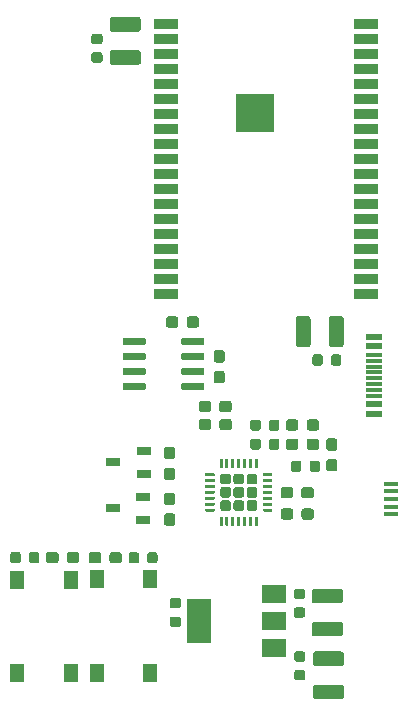
<source format=gbr>
G04 #@! TF.GenerationSoftware,KiCad,Pcbnew,5.1.5+dfsg1-2build2*
G04 #@! TF.CreationDate,2020-06-27T19:39:02+07:00*
G04 #@! TF.ProjectId,wrover_the_thesis,77726f76-6572-45f7-9468-655f74686573,rev?*
G04 #@! TF.SameCoordinates,Original*
G04 #@! TF.FileFunction,Paste,Top*
G04 #@! TF.FilePolarity,Positive*
%FSLAX46Y46*%
G04 Gerber Fmt 4.6, Leading zero omitted, Abs format (unit mm)*
G04 Created by KiCad (PCBNEW 5.1.5+dfsg1-2build2) date 2020-06-27 19:39:02*
%MOMM*%
%LPD*%
G04 APERTURE LIST*
%ADD10C,0.010000*%
%ADD11C,0.100000*%
%ADD12R,1.200000X0.800000*%
%ADD13R,1.300000X0.450000*%
%ADD14R,2.000000X0.900000*%
%ADD15R,2.000000X1.500000*%
%ADD16R,2.000000X3.800000*%
%ADD17R,1.300000X1.550000*%
%ADD18R,1.450000X0.600000*%
%ADD19R,1.450000X0.300000*%
G04 APERTURE END LIST*
D10*
G36*
X72380000Y-50980000D02*
G01*
X75540000Y-50980000D01*
X75540000Y-54140000D01*
X72380000Y-54140000D01*
X72380000Y-50980000D01*
G37*
X72380000Y-50980000D02*
X75540000Y-50980000D01*
X75540000Y-54140000D01*
X72380000Y-54140000D01*
X72380000Y-50980000D01*
D11*
G36*
X69604703Y-71615722D02*
G01*
X69619264Y-71617882D01*
X69633543Y-71621459D01*
X69647403Y-71626418D01*
X69660710Y-71632712D01*
X69673336Y-71640280D01*
X69685159Y-71649048D01*
X69696066Y-71658934D01*
X69705952Y-71669841D01*
X69714720Y-71681664D01*
X69722288Y-71694290D01*
X69728582Y-71707597D01*
X69733541Y-71721457D01*
X69737118Y-71735736D01*
X69739278Y-71750297D01*
X69740000Y-71765000D01*
X69740000Y-72065000D01*
X69739278Y-72079703D01*
X69737118Y-72094264D01*
X69733541Y-72108543D01*
X69728582Y-72122403D01*
X69722288Y-72135710D01*
X69714720Y-72148336D01*
X69705952Y-72160159D01*
X69696066Y-72171066D01*
X69685159Y-72180952D01*
X69673336Y-72189720D01*
X69660710Y-72197288D01*
X69647403Y-72203582D01*
X69633543Y-72208541D01*
X69619264Y-72212118D01*
X69604703Y-72214278D01*
X69590000Y-72215000D01*
X67940000Y-72215000D01*
X67925297Y-72214278D01*
X67910736Y-72212118D01*
X67896457Y-72208541D01*
X67882597Y-72203582D01*
X67869290Y-72197288D01*
X67856664Y-72189720D01*
X67844841Y-72180952D01*
X67833934Y-72171066D01*
X67824048Y-72160159D01*
X67815280Y-72148336D01*
X67807712Y-72135710D01*
X67801418Y-72122403D01*
X67796459Y-72108543D01*
X67792882Y-72094264D01*
X67790722Y-72079703D01*
X67790000Y-72065000D01*
X67790000Y-71765000D01*
X67790722Y-71750297D01*
X67792882Y-71735736D01*
X67796459Y-71721457D01*
X67801418Y-71707597D01*
X67807712Y-71694290D01*
X67815280Y-71681664D01*
X67824048Y-71669841D01*
X67833934Y-71658934D01*
X67844841Y-71649048D01*
X67856664Y-71640280D01*
X67869290Y-71632712D01*
X67882597Y-71626418D01*
X67896457Y-71621459D01*
X67910736Y-71617882D01*
X67925297Y-71615722D01*
X67940000Y-71615000D01*
X69590000Y-71615000D01*
X69604703Y-71615722D01*
G37*
G36*
X69604703Y-72885722D02*
G01*
X69619264Y-72887882D01*
X69633543Y-72891459D01*
X69647403Y-72896418D01*
X69660710Y-72902712D01*
X69673336Y-72910280D01*
X69685159Y-72919048D01*
X69696066Y-72928934D01*
X69705952Y-72939841D01*
X69714720Y-72951664D01*
X69722288Y-72964290D01*
X69728582Y-72977597D01*
X69733541Y-72991457D01*
X69737118Y-73005736D01*
X69739278Y-73020297D01*
X69740000Y-73035000D01*
X69740000Y-73335000D01*
X69739278Y-73349703D01*
X69737118Y-73364264D01*
X69733541Y-73378543D01*
X69728582Y-73392403D01*
X69722288Y-73405710D01*
X69714720Y-73418336D01*
X69705952Y-73430159D01*
X69696066Y-73441066D01*
X69685159Y-73450952D01*
X69673336Y-73459720D01*
X69660710Y-73467288D01*
X69647403Y-73473582D01*
X69633543Y-73478541D01*
X69619264Y-73482118D01*
X69604703Y-73484278D01*
X69590000Y-73485000D01*
X67940000Y-73485000D01*
X67925297Y-73484278D01*
X67910736Y-73482118D01*
X67896457Y-73478541D01*
X67882597Y-73473582D01*
X67869290Y-73467288D01*
X67856664Y-73459720D01*
X67844841Y-73450952D01*
X67833934Y-73441066D01*
X67824048Y-73430159D01*
X67815280Y-73418336D01*
X67807712Y-73405710D01*
X67801418Y-73392403D01*
X67796459Y-73378543D01*
X67792882Y-73364264D01*
X67790722Y-73349703D01*
X67790000Y-73335000D01*
X67790000Y-73035000D01*
X67790722Y-73020297D01*
X67792882Y-73005736D01*
X67796459Y-72991457D01*
X67801418Y-72977597D01*
X67807712Y-72964290D01*
X67815280Y-72951664D01*
X67824048Y-72939841D01*
X67833934Y-72928934D01*
X67844841Y-72919048D01*
X67856664Y-72910280D01*
X67869290Y-72902712D01*
X67882597Y-72896418D01*
X67896457Y-72891459D01*
X67910736Y-72887882D01*
X67925297Y-72885722D01*
X67940000Y-72885000D01*
X69590000Y-72885000D01*
X69604703Y-72885722D01*
G37*
G36*
X69604703Y-74155722D02*
G01*
X69619264Y-74157882D01*
X69633543Y-74161459D01*
X69647403Y-74166418D01*
X69660710Y-74172712D01*
X69673336Y-74180280D01*
X69685159Y-74189048D01*
X69696066Y-74198934D01*
X69705952Y-74209841D01*
X69714720Y-74221664D01*
X69722288Y-74234290D01*
X69728582Y-74247597D01*
X69733541Y-74261457D01*
X69737118Y-74275736D01*
X69739278Y-74290297D01*
X69740000Y-74305000D01*
X69740000Y-74605000D01*
X69739278Y-74619703D01*
X69737118Y-74634264D01*
X69733541Y-74648543D01*
X69728582Y-74662403D01*
X69722288Y-74675710D01*
X69714720Y-74688336D01*
X69705952Y-74700159D01*
X69696066Y-74711066D01*
X69685159Y-74720952D01*
X69673336Y-74729720D01*
X69660710Y-74737288D01*
X69647403Y-74743582D01*
X69633543Y-74748541D01*
X69619264Y-74752118D01*
X69604703Y-74754278D01*
X69590000Y-74755000D01*
X67940000Y-74755000D01*
X67925297Y-74754278D01*
X67910736Y-74752118D01*
X67896457Y-74748541D01*
X67882597Y-74743582D01*
X67869290Y-74737288D01*
X67856664Y-74729720D01*
X67844841Y-74720952D01*
X67833934Y-74711066D01*
X67824048Y-74700159D01*
X67815280Y-74688336D01*
X67807712Y-74675710D01*
X67801418Y-74662403D01*
X67796459Y-74648543D01*
X67792882Y-74634264D01*
X67790722Y-74619703D01*
X67790000Y-74605000D01*
X67790000Y-74305000D01*
X67790722Y-74290297D01*
X67792882Y-74275736D01*
X67796459Y-74261457D01*
X67801418Y-74247597D01*
X67807712Y-74234290D01*
X67815280Y-74221664D01*
X67824048Y-74209841D01*
X67833934Y-74198934D01*
X67844841Y-74189048D01*
X67856664Y-74180280D01*
X67869290Y-74172712D01*
X67882597Y-74166418D01*
X67896457Y-74161459D01*
X67910736Y-74157882D01*
X67925297Y-74155722D01*
X67940000Y-74155000D01*
X69590000Y-74155000D01*
X69604703Y-74155722D01*
G37*
G36*
X69604703Y-75425722D02*
G01*
X69619264Y-75427882D01*
X69633543Y-75431459D01*
X69647403Y-75436418D01*
X69660710Y-75442712D01*
X69673336Y-75450280D01*
X69685159Y-75459048D01*
X69696066Y-75468934D01*
X69705952Y-75479841D01*
X69714720Y-75491664D01*
X69722288Y-75504290D01*
X69728582Y-75517597D01*
X69733541Y-75531457D01*
X69737118Y-75545736D01*
X69739278Y-75560297D01*
X69740000Y-75575000D01*
X69740000Y-75875000D01*
X69739278Y-75889703D01*
X69737118Y-75904264D01*
X69733541Y-75918543D01*
X69728582Y-75932403D01*
X69722288Y-75945710D01*
X69714720Y-75958336D01*
X69705952Y-75970159D01*
X69696066Y-75981066D01*
X69685159Y-75990952D01*
X69673336Y-75999720D01*
X69660710Y-76007288D01*
X69647403Y-76013582D01*
X69633543Y-76018541D01*
X69619264Y-76022118D01*
X69604703Y-76024278D01*
X69590000Y-76025000D01*
X67940000Y-76025000D01*
X67925297Y-76024278D01*
X67910736Y-76022118D01*
X67896457Y-76018541D01*
X67882597Y-76013582D01*
X67869290Y-76007288D01*
X67856664Y-75999720D01*
X67844841Y-75990952D01*
X67833934Y-75981066D01*
X67824048Y-75970159D01*
X67815280Y-75958336D01*
X67807712Y-75945710D01*
X67801418Y-75932403D01*
X67796459Y-75918543D01*
X67792882Y-75904264D01*
X67790722Y-75889703D01*
X67790000Y-75875000D01*
X67790000Y-75575000D01*
X67790722Y-75560297D01*
X67792882Y-75545736D01*
X67796459Y-75531457D01*
X67801418Y-75517597D01*
X67807712Y-75504290D01*
X67815280Y-75491664D01*
X67824048Y-75479841D01*
X67833934Y-75468934D01*
X67844841Y-75459048D01*
X67856664Y-75450280D01*
X67869290Y-75442712D01*
X67882597Y-75436418D01*
X67896457Y-75431459D01*
X67910736Y-75427882D01*
X67925297Y-75425722D01*
X67940000Y-75425000D01*
X69590000Y-75425000D01*
X69604703Y-75425722D01*
G37*
G36*
X64654703Y-75425722D02*
G01*
X64669264Y-75427882D01*
X64683543Y-75431459D01*
X64697403Y-75436418D01*
X64710710Y-75442712D01*
X64723336Y-75450280D01*
X64735159Y-75459048D01*
X64746066Y-75468934D01*
X64755952Y-75479841D01*
X64764720Y-75491664D01*
X64772288Y-75504290D01*
X64778582Y-75517597D01*
X64783541Y-75531457D01*
X64787118Y-75545736D01*
X64789278Y-75560297D01*
X64790000Y-75575000D01*
X64790000Y-75875000D01*
X64789278Y-75889703D01*
X64787118Y-75904264D01*
X64783541Y-75918543D01*
X64778582Y-75932403D01*
X64772288Y-75945710D01*
X64764720Y-75958336D01*
X64755952Y-75970159D01*
X64746066Y-75981066D01*
X64735159Y-75990952D01*
X64723336Y-75999720D01*
X64710710Y-76007288D01*
X64697403Y-76013582D01*
X64683543Y-76018541D01*
X64669264Y-76022118D01*
X64654703Y-76024278D01*
X64640000Y-76025000D01*
X62990000Y-76025000D01*
X62975297Y-76024278D01*
X62960736Y-76022118D01*
X62946457Y-76018541D01*
X62932597Y-76013582D01*
X62919290Y-76007288D01*
X62906664Y-75999720D01*
X62894841Y-75990952D01*
X62883934Y-75981066D01*
X62874048Y-75970159D01*
X62865280Y-75958336D01*
X62857712Y-75945710D01*
X62851418Y-75932403D01*
X62846459Y-75918543D01*
X62842882Y-75904264D01*
X62840722Y-75889703D01*
X62840000Y-75875000D01*
X62840000Y-75575000D01*
X62840722Y-75560297D01*
X62842882Y-75545736D01*
X62846459Y-75531457D01*
X62851418Y-75517597D01*
X62857712Y-75504290D01*
X62865280Y-75491664D01*
X62874048Y-75479841D01*
X62883934Y-75468934D01*
X62894841Y-75459048D01*
X62906664Y-75450280D01*
X62919290Y-75442712D01*
X62932597Y-75436418D01*
X62946457Y-75431459D01*
X62960736Y-75427882D01*
X62975297Y-75425722D01*
X62990000Y-75425000D01*
X64640000Y-75425000D01*
X64654703Y-75425722D01*
G37*
G36*
X64654703Y-74155722D02*
G01*
X64669264Y-74157882D01*
X64683543Y-74161459D01*
X64697403Y-74166418D01*
X64710710Y-74172712D01*
X64723336Y-74180280D01*
X64735159Y-74189048D01*
X64746066Y-74198934D01*
X64755952Y-74209841D01*
X64764720Y-74221664D01*
X64772288Y-74234290D01*
X64778582Y-74247597D01*
X64783541Y-74261457D01*
X64787118Y-74275736D01*
X64789278Y-74290297D01*
X64790000Y-74305000D01*
X64790000Y-74605000D01*
X64789278Y-74619703D01*
X64787118Y-74634264D01*
X64783541Y-74648543D01*
X64778582Y-74662403D01*
X64772288Y-74675710D01*
X64764720Y-74688336D01*
X64755952Y-74700159D01*
X64746066Y-74711066D01*
X64735159Y-74720952D01*
X64723336Y-74729720D01*
X64710710Y-74737288D01*
X64697403Y-74743582D01*
X64683543Y-74748541D01*
X64669264Y-74752118D01*
X64654703Y-74754278D01*
X64640000Y-74755000D01*
X62990000Y-74755000D01*
X62975297Y-74754278D01*
X62960736Y-74752118D01*
X62946457Y-74748541D01*
X62932597Y-74743582D01*
X62919290Y-74737288D01*
X62906664Y-74729720D01*
X62894841Y-74720952D01*
X62883934Y-74711066D01*
X62874048Y-74700159D01*
X62865280Y-74688336D01*
X62857712Y-74675710D01*
X62851418Y-74662403D01*
X62846459Y-74648543D01*
X62842882Y-74634264D01*
X62840722Y-74619703D01*
X62840000Y-74605000D01*
X62840000Y-74305000D01*
X62840722Y-74290297D01*
X62842882Y-74275736D01*
X62846459Y-74261457D01*
X62851418Y-74247597D01*
X62857712Y-74234290D01*
X62865280Y-74221664D01*
X62874048Y-74209841D01*
X62883934Y-74198934D01*
X62894841Y-74189048D01*
X62906664Y-74180280D01*
X62919290Y-74172712D01*
X62932597Y-74166418D01*
X62946457Y-74161459D01*
X62960736Y-74157882D01*
X62975297Y-74155722D01*
X62990000Y-74155000D01*
X64640000Y-74155000D01*
X64654703Y-74155722D01*
G37*
G36*
X64654703Y-72885722D02*
G01*
X64669264Y-72887882D01*
X64683543Y-72891459D01*
X64697403Y-72896418D01*
X64710710Y-72902712D01*
X64723336Y-72910280D01*
X64735159Y-72919048D01*
X64746066Y-72928934D01*
X64755952Y-72939841D01*
X64764720Y-72951664D01*
X64772288Y-72964290D01*
X64778582Y-72977597D01*
X64783541Y-72991457D01*
X64787118Y-73005736D01*
X64789278Y-73020297D01*
X64790000Y-73035000D01*
X64790000Y-73335000D01*
X64789278Y-73349703D01*
X64787118Y-73364264D01*
X64783541Y-73378543D01*
X64778582Y-73392403D01*
X64772288Y-73405710D01*
X64764720Y-73418336D01*
X64755952Y-73430159D01*
X64746066Y-73441066D01*
X64735159Y-73450952D01*
X64723336Y-73459720D01*
X64710710Y-73467288D01*
X64697403Y-73473582D01*
X64683543Y-73478541D01*
X64669264Y-73482118D01*
X64654703Y-73484278D01*
X64640000Y-73485000D01*
X62990000Y-73485000D01*
X62975297Y-73484278D01*
X62960736Y-73482118D01*
X62946457Y-73478541D01*
X62932597Y-73473582D01*
X62919290Y-73467288D01*
X62906664Y-73459720D01*
X62894841Y-73450952D01*
X62883934Y-73441066D01*
X62874048Y-73430159D01*
X62865280Y-73418336D01*
X62857712Y-73405710D01*
X62851418Y-73392403D01*
X62846459Y-73378543D01*
X62842882Y-73364264D01*
X62840722Y-73349703D01*
X62840000Y-73335000D01*
X62840000Y-73035000D01*
X62840722Y-73020297D01*
X62842882Y-73005736D01*
X62846459Y-72991457D01*
X62851418Y-72977597D01*
X62857712Y-72964290D01*
X62865280Y-72951664D01*
X62874048Y-72939841D01*
X62883934Y-72928934D01*
X62894841Y-72919048D01*
X62906664Y-72910280D01*
X62919290Y-72902712D01*
X62932597Y-72896418D01*
X62946457Y-72891459D01*
X62960736Y-72887882D01*
X62975297Y-72885722D01*
X62990000Y-72885000D01*
X64640000Y-72885000D01*
X64654703Y-72885722D01*
G37*
G36*
X64654703Y-71615722D02*
G01*
X64669264Y-71617882D01*
X64683543Y-71621459D01*
X64697403Y-71626418D01*
X64710710Y-71632712D01*
X64723336Y-71640280D01*
X64735159Y-71649048D01*
X64746066Y-71658934D01*
X64755952Y-71669841D01*
X64764720Y-71681664D01*
X64772288Y-71694290D01*
X64778582Y-71707597D01*
X64783541Y-71721457D01*
X64787118Y-71735736D01*
X64789278Y-71750297D01*
X64790000Y-71765000D01*
X64790000Y-72065000D01*
X64789278Y-72079703D01*
X64787118Y-72094264D01*
X64783541Y-72108543D01*
X64778582Y-72122403D01*
X64772288Y-72135710D01*
X64764720Y-72148336D01*
X64755952Y-72160159D01*
X64746066Y-72171066D01*
X64735159Y-72180952D01*
X64723336Y-72189720D01*
X64710710Y-72197288D01*
X64697403Y-72203582D01*
X64683543Y-72208541D01*
X64669264Y-72212118D01*
X64654703Y-72214278D01*
X64640000Y-72215000D01*
X62990000Y-72215000D01*
X62975297Y-72214278D01*
X62960736Y-72212118D01*
X62946457Y-72208541D01*
X62932597Y-72203582D01*
X62919290Y-72197288D01*
X62906664Y-72189720D01*
X62894841Y-72180952D01*
X62883934Y-72171066D01*
X62874048Y-72160159D01*
X62865280Y-72148336D01*
X62857712Y-72135710D01*
X62851418Y-72122403D01*
X62846459Y-72108543D01*
X62842882Y-72094264D01*
X62840722Y-72079703D01*
X62840000Y-72065000D01*
X62840000Y-71765000D01*
X62840722Y-71750297D01*
X62842882Y-71735736D01*
X62846459Y-71721457D01*
X62851418Y-71707597D01*
X62857712Y-71694290D01*
X62865280Y-71681664D01*
X62874048Y-71669841D01*
X62883934Y-71658934D01*
X62894841Y-71649048D01*
X62906664Y-71640280D01*
X62919290Y-71632712D01*
X62932597Y-71626418D01*
X62946457Y-71621459D01*
X62960736Y-71617882D01*
X62975297Y-71615722D01*
X62990000Y-71615000D01*
X64640000Y-71615000D01*
X64654703Y-71615722D01*
G37*
D12*
X62000000Y-82150000D03*
X64600000Y-81200000D03*
X64600000Y-83100000D03*
D11*
G36*
X65575191Y-89766053D02*
G01*
X65596426Y-89769203D01*
X65617250Y-89774419D01*
X65637462Y-89781651D01*
X65656868Y-89790830D01*
X65675281Y-89801866D01*
X65692524Y-89814654D01*
X65708430Y-89829070D01*
X65722846Y-89844976D01*
X65735634Y-89862219D01*
X65746670Y-89880632D01*
X65755849Y-89900038D01*
X65763081Y-89920250D01*
X65768297Y-89941074D01*
X65771447Y-89962309D01*
X65772500Y-89983750D01*
X65772500Y-90496250D01*
X65771447Y-90517691D01*
X65768297Y-90538926D01*
X65763081Y-90559750D01*
X65755849Y-90579962D01*
X65746670Y-90599368D01*
X65735634Y-90617781D01*
X65722846Y-90635024D01*
X65708430Y-90650930D01*
X65692524Y-90665346D01*
X65675281Y-90678134D01*
X65656868Y-90689170D01*
X65637462Y-90698349D01*
X65617250Y-90705581D01*
X65596426Y-90710797D01*
X65575191Y-90713947D01*
X65553750Y-90715000D01*
X65116250Y-90715000D01*
X65094809Y-90713947D01*
X65073574Y-90710797D01*
X65052750Y-90705581D01*
X65032538Y-90698349D01*
X65013132Y-90689170D01*
X64994719Y-90678134D01*
X64977476Y-90665346D01*
X64961570Y-90650930D01*
X64947154Y-90635024D01*
X64934366Y-90617781D01*
X64923330Y-90599368D01*
X64914151Y-90579962D01*
X64906919Y-90559750D01*
X64901703Y-90538926D01*
X64898553Y-90517691D01*
X64897500Y-90496250D01*
X64897500Y-89983750D01*
X64898553Y-89962309D01*
X64901703Y-89941074D01*
X64906919Y-89920250D01*
X64914151Y-89900038D01*
X64923330Y-89880632D01*
X64934366Y-89862219D01*
X64947154Y-89844976D01*
X64961570Y-89829070D01*
X64977476Y-89814654D01*
X64994719Y-89801866D01*
X65013132Y-89790830D01*
X65032538Y-89781651D01*
X65052750Y-89774419D01*
X65073574Y-89769203D01*
X65094809Y-89766053D01*
X65116250Y-89765000D01*
X65553750Y-89765000D01*
X65575191Y-89766053D01*
G37*
G36*
X64000191Y-89766053D02*
G01*
X64021426Y-89769203D01*
X64042250Y-89774419D01*
X64062462Y-89781651D01*
X64081868Y-89790830D01*
X64100281Y-89801866D01*
X64117524Y-89814654D01*
X64133430Y-89829070D01*
X64147846Y-89844976D01*
X64160634Y-89862219D01*
X64171670Y-89880632D01*
X64180849Y-89900038D01*
X64188081Y-89920250D01*
X64193297Y-89941074D01*
X64196447Y-89962309D01*
X64197500Y-89983750D01*
X64197500Y-90496250D01*
X64196447Y-90517691D01*
X64193297Y-90538926D01*
X64188081Y-90559750D01*
X64180849Y-90579962D01*
X64171670Y-90599368D01*
X64160634Y-90617781D01*
X64147846Y-90635024D01*
X64133430Y-90650930D01*
X64117524Y-90665346D01*
X64100281Y-90678134D01*
X64081868Y-90689170D01*
X64062462Y-90698349D01*
X64042250Y-90705581D01*
X64021426Y-90710797D01*
X64000191Y-90713947D01*
X63978750Y-90715000D01*
X63541250Y-90715000D01*
X63519809Y-90713947D01*
X63498574Y-90710797D01*
X63477750Y-90705581D01*
X63457538Y-90698349D01*
X63438132Y-90689170D01*
X63419719Y-90678134D01*
X63402476Y-90665346D01*
X63386570Y-90650930D01*
X63372154Y-90635024D01*
X63359366Y-90617781D01*
X63348330Y-90599368D01*
X63339151Y-90579962D01*
X63331919Y-90559750D01*
X63326703Y-90538926D01*
X63323553Y-90517691D01*
X63322500Y-90496250D01*
X63322500Y-89983750D01*
X63323553Y-89962309D01*
X63326703Y-89941074D01*
X63331919Y-89920250D01*
X63339151Y-89900038D01*
X63348330Y-89880632D01*
X63359366Y-89862219D01*
X63372154Y-89844976D01*
X63386570Y-89829070D01*
X63402476Y-89814654D01*
X63419719Y-89801866D01*
X63438132Y-89790830D01*
X63457538Y-89781651D01*
X63477750Y-89774419D01*
X63498574Y-89769203D01*
X63519809Y-89766053D01*
X63541250Y-89765000D01*
X63978750Y-89765000D01*
X64000191Y-89766053D01*
G37*
G36*
X53985191Y-89736053D02*
G01*
X54006426Y-89739203D01*
X54027250Y-89744419D01*
X54047462Y-89751651D01*
X54066868Y-89760830D01*
X54085281Y-89771866D01*
X54102524Y-89784654D01*
X54118430Y-89799070D01*
X54132846Y-89814976D01*
X54145634Y-89832219D01*
X54156670Y-89850632D01*
X54165849Y-89870038D01*
X54173081Y-89890250D01*
X54178297Y-89911074D01*
X54181447Y-89932309D01*
X54182500Y-89953750D01*
X54182500Y-90466250D01*
X54181447Y-90487691D01*
X54178297Y-90508926D01*
X54173081Y-90529750D01*
X54165849Y-90549962D01*
X54156670Y-90569368D01*
X54145634Y-90587781D01*
X54132846Y-90605024D01*
X54118430Y-90620930D01*
X54102524Y-90635346D01*
X54085281Y-90648134D01*
X54066868Y-90659170D01*
X54047462Y-90668349D01*
X54027250Y-90675581D01*
X54006426Y-90680797D01*
X53985191Y-90683947D01*
X53963750Y-90685000D01*
X53526250Y-90685000D01*
X53504809Y-90683947D01*
X53483574Y-90680797D01*
X53462750Y-90675581D01*
X53442538Y-90668349D01*
X53423132Y-90659170D01*
X53404719Y-90648134D01*
X53387476Y-90635346D01*
X53371570Y-90620930D01*
X53357154Y-90605024D01*
X53344366Y-90587781D01*
X53333330Y-90569368D01*
X53324151Y-90549962D01*
X53316919Y-90529750D01*
X53311703Y-90508926D01*
X53308553Y-90487691D01*
X53307500Y-90466250D01*
X53307500Y-89953750D01*
X53308553Y-89932309D01*
X53311703Y-89911074D01*
X53316919Y-89890250D01*
X53324151Y-89870038D01*
X53333330Y-89850632D01*
X53344366Y-89832219D01*
X53357154Y-89814976D01*
X53371570Y-89799070D01*
X53387476Y-89784654D01*
X53404719Y-89771866D01*
X53423132Y-89760830D01*
X53442538Y-89751651D01*
X53462750Y-89744419D01*
X53483574Y-89739203D01*
X53504809Y-89736053D01*
X53526250Y-89735000D01*
X53963750Y-89735000D01*
X53985191Y-89736053D01*
G37*
G36*
X55560191Y-89736053D02*
G01*
X55581426Y-89739203D01*
X55602250Y-89744419D01*
X55622462Y-89751651D01*
X55641868Y-89760830D01*
X55660281Y-89771866D01*
X55677524Y-89784654D01*
X55693430Y-89799070D01*
X55707846Y-89814976D01*
X55720634Y-89832219D01*
X55731670Y-89850632D01*
X55740849Y-89870038D01*
X55748081Y-89890250D01*
X55753297Y-89911074D01*
X55756447Y-89932309D01*
X55757500Y-89953750D01*
X55757500Y-90466250D01*
X55756447Y-90487691D01*
X55753297Y-90508926D01*
X55748081Y-90529750D01*
X55740849Y-90549962D01*
X55731670Y-90569368D01*
X55720634Y-90587781D01*
X55707846Y-90605024D01*
X55693430Y-90620930D01*
X55677524Y-90635346D01*
X55660281Y-90648134D01*
X55641868Y-90659170D01*
X55622462Y-90668349D01*
X55602250Y-90675581D01*
X55581426Y-90680797D01*
X55560191Y-90683947D01*
X55538750Y-90685000D01*
X55101250Y-90685000D01*
X55079809Y-90683947D01*
X55058574Y-90680797D01*
X55037750Y-90675581D01*
X55017538Y-90668349D01*
X54998132Y-90659170D01*
X54979719Y-90648134D01*
X54962476Y-90635346D01*
X54946570Y-90620930D01*
X54932154Y-90605024D01*
X54919366Y-90587781D01*
X54908330Y-90569368D01*
X54899151Y-90549962D01*
X54891919Y-90529750D01*
X54886703Y-90508926D01*
X54883553Y-90487691D01*
X54882500Y-90466250D01*
X54882500Y-89953750D01*
X54883553Y-89932309D01*
X54886703Y-89911074D01*
X54891919Y-89890250D01*
X54899151Y-89870038D01*
X54908330Y-89850632D01*
X54919366Y-89832219D01*
X54932154Y-89814976D01*
X54946570Y-89799070D01*
X54962476Y-89784654D01*
X54979719Y-89771866D01*
X54998132Y-89760830D01*
X55017538Y-89751651D01*
X55037750Y-89744419D01*
X55058574Y-89739203D01*
X55079809Y-89736053D01*
X55101250Y-89735000D01*
X55538750Y-89735000D01*
X55560191Y-89736053D01*
G37*
G36*
X78057691Y-94428553D02*
G01*
X78078926Y-94431703D01*
X78099750Y-94436919D01*
X78119962Y-94444151D01*
X78139368Y-94453330D01*
X78157781Y-94464366D01*
X78175024Y-94477154D01*
X78190930Y-94491570D01*
X78205346Y-94507476D01*
X78218134Y-94524719D01*
X78229170Y-94543132D01*
X78238349Y-94562538D01*
X78245581Y-94582750D01*
X78250797Y-94603574D01*
X78253947Y-94624809D01*
X78255000Y-94646250D01*
X78255000Y-95083750D01*
X78253947Y-95105191D01*
X78250797Y-95126426D01*
X78245581Y-95147250D01*
X78238349Y-95167462D01*
X78229170Y-95186868D01*
X78218134Y-95205281D01*
X78205346Y-95222524D01*
X78190930Y-95238430D01*
X78175024Y-95252846D01*
X78157781Y-95265634D01*
X78139368Y-95276670D01*
X78119962Y-95285849D01*
X78099750Y-95293081D01*
X78078926Y-95298297D01*
X78057691Y-95301447D01*
X78036250Y-95302500D01*
X77523750Y-95302500D01*
X77502309Y-95301447D01*
X77481074Y-95298297D01*
X77460250Y-95293081D01*
X77440038Y-95285849D01*
X77420632Y-95276670D01*
X77402219Y-95265634D01*
X77384976Y-95252846D01*
X77369070Y-95238430D01*
X77354654Y-95222524D01*
X77341866Y-95205281D01*
X77330830Y-95186868D01*
X77321651Y-95167462D01*
X77314419Y-95147250D01*
X77309203Y-95126426D01*
X77306053Y-95105191D01*
X77305000Y-95083750D01*
X77305000Y-94646250D01*
X77306053Y-94624809D01*
X77309203Y-94603574D01*
X77314419Y-94582750D01*
X77321651Y-94562538D01*
X77330830Y-94543132D01*
X77341866Y-94524719D01*
X77354654Y-94507476D01*
X77369070Y-94491570D01*
X77384976Y-94477154D01*
X77402219Y-94464366D01*
X77420632Y-94453330D01*
X77440038Y-94444151D01*
X77460250Y-94436919D01*
X77481074Y-94431703D01*
X77502309Y-94428553D01*
X77523750Y-94427500D01*
X78036250Y-94427500D01*
X78057691Y-94428553D01*
G37*
G36*
X78057691Y-92853553D02*
G01*
X78078926Y-92856703D01*
X78099750Y-92861919D01*
X78119962Y-92869151D01*
X78139368Y-92878330D01*
X78157781Y-92889366D01*
X78175024Y-92902154D01*
X78190930Y-92916570D01*
X78205346Y-92932476D01*
X78218134Y-92949719D01*
X78229170Y-92968132D01*
X78238349Y-92987538D01*
X78245581Y-93007750D01*
X78250797Y-93028574D01*
X78253947Y-93049809D01*
X78255000Y-93071250D01*
X78255000Y-93508750D01*
X78253947Y-93530191D01*
X78250797Y-93551426D01*
X78245581Y-93572250D01*
X78238349Y-93592462D01*
X78229170Y-93611868D01*
X78218134Y-93630281D01*
X78205346Y-93647524D01*
X78190930Y-93663430D01*
X78175024Y-93677846D01*
X78157781Y-93690634D01*
X78139368Y-93701670D01*
X78119962Y-93710849D01*
X78099750Y-93718081D01*
X78078926Y-93723297D01*
X78057691Y-93726447D01*
X78036250Y-93727500D01*
X77523750Y-93727500D01*
X77502309Y-93726447D01*
X77481074Y-93723297D01*
X77460250Y-93718081D01*
X77440038Y-93710849D01*
X77420632Y-93701670D01*
X77402219Y-93690634D01*
X77384976Y-93677846D01*
X77369070Y-93663430D01*
X77354654Y-93647524D01*
X77341866Y-93630281D01*
X77330830Y-93611868D01*
X77321651Y-93592462D01*
X77314419Y-93572250D01*
X77309203Y-93551426D01*
X77306053Y-93530191D01*
X77305000Y-93508750D01*
X77305000Y-93071250D01*
X77306053Y-93049809D01*
X77309203Y-93028574D01*
X77314419Y-93007750D01*
X77321651Y-92987538D01*
X77330830Y-92968132D01*
X77341866Y-92949719D01*
X77354654Y-92932476D01*
X77369070Y-92916570D01*
X77384976Y-92902154D01*
X77402219Y-92889366D01*
X77420632Y-92878330D01*
X77440038Y-92869151D01*
X77460250Y-92861919D01*
X77481074Y-92856703D01*
X77502309Y-92853553D01*
X77523750Y-92852500D01*
X78036250Y-92852500D01*
X78057691Y-92853553D01*
G37*
G36*
X67547691Y-93636053D02*
G01*
X67568926Y-93639203D01*
X67589750Y-93644419D01*
X67609962Y-93651651D01*
X67629368Y-93660830D01*
X67647781Y-93671866D01*
X67665024Y-93684654D01*
X67680930Y-93699070D01*
X67695346Y-93714976D01*
X67708134Y-93732219D01*
X67719170Y-93750632D01*
X67728349Y-93770038D01*
X67735581Y-93790250D01*
X67740797Y-93811074D01*
X67743947Y-93832309D01*
X67745000Y-93853750D01*
X67745000Y-94291250D01*
X67743947Y-94312691D01*
X67740797Y-94333926D01*
X67735581Y-94354750D01*
X67728349Y-94374962D01*
X67719170Y-94394368D01*
X67708134Y-94412781D01*
X67695346Y-94430024D01*
X67680930Y-94445930D01*
X67665024Y-94460346D01*
X67647781Y-94473134D01*
X67629368Y-94484170D01*
X67609962Y-94493349D01*
X67589750Y-94500581D01*
X67568926Y-94505797D01*
X67547691Y-94508947D01*
X67526250Y-94510000D01*
X67013750Y-94510000D01*
X66992309Y-94508947D01*
X66971074Y-94505797D01*
X66950250Y-94500581D01*
X66930038Y-94493349D01*
X66910632Y-94484170D01*
X66892219Y-94473134D01*
X66874976Y-94460346D01*
X66859070Y-94445930D01*
X66844654Y-94430024D01*
X66831866Y-94412781D01*
X66820830Y-94394368D01*
X66811651Y-94374962D01*
X66804419Y-94354750D01*
X66799203Y-94333926D01*
X66796053Y-94312691D01*
X66795000Y-94291250D01*
X66795000Y-93853750D01*
X66796053Y-93832309D01*
X66799203Y-93811074D01*
X66804419Y-93790250D01*
X66811651Y-93770038D01*
X66820830Y-93750632D01*
X66831866Y-93732219D01*
X66844654Y-93714976D01*
X66859070Y-93699070D01*
X66874976Y-93684654D01*
X66892219Y-93671866D01*
X66910632Y-93660830D01*
X66930038Y-93651651D01*
X66950250Y-93644419D01*
X66971074Y-93639203D01*
X66992309Y-93636053D01*
X67013750Y-93635000D01*
X67526250Y-93635000D01*
X67547691Y-93636053D01*
G37*
G36*
X67547691Y-95211053D02*
G01*
X67568926Y-95214203D01*
X67589750Y-95219419D01*
X67609962Y-95226651D01*
X67629368Y-95235830D01*
X67647781Y-95246866D01*
X67665024Y-95259654D01*
X67680930Y-95274070D01*
X67695346Y-95289976D01*
X67708134Y-95307219D01*
X67719170Y-95325632D01*
X67728349Y-95345038D01*
X67735581Y-95365250D01*
X67740797Y-95386074D01*
X67743947Y-95407309D01*
X67745000Y-95428750D01*
X67745000Y-95866250D01*
X67743947Y-95887691D01*
X67740797Y-95908926D01*
X67735581Y-95929750D01*
X67728349Y-95949962D01*
X67719170Y-95969368D01*
X67708134Y-95987781D01*
X67695346Y-96005024D01*
X67680930Y-96020930D01*
X67665024Y-96035346D01*
X67647781Y-96048134D01*
X67629368Y-96059170D01*
X67609962Y-96068349D01*
X67589750Y-96075581D01*
X67568926Y-96080797D01*
X67547691Y-96083947D01*
X67526250Y-96085000D01*
X67013750Y-96085000D01*
X66992309Y-96083947D01*
X66971074Y-96080797D01*
X66950250Y-96075581D01*
X66930038Y-96068349D01*
X66910632Y-96059170D01*
X66892219Y-96048134D01*
X66874976Y-96035346D01*
X66859070Y-96020930D01*
X66844654Y-96005024D01*
X66831866Y-95987781D01*
X66820830Y-95969368D01*
X66811651Y-95949962D01*
X66804419Y-95929750D01*
X66799203Y-95908926D01*
X66796053Y-95887691D01*
X66795000Y-95866250D01*
X66795000Y-95428750D01*
X66796053Y-95407309D01*
X66799203Y-95386074D01*
X66804419Y-95365250D01*
X66811651Y-95345038D01*
X66820830Y-95325632D01*
X66831866Y-95307219D01*
X66844654Y-95289976D01*
X66859070Y-95274070D01*
X66874976Y-95259654D01*
X66892219Y-95246866D01*
X66910632Y-95235830D01*
X66930038Y-95226651D01*
X66950250Y-95219419D01*
X66971074Y-95214203D01*
X66992309Y-95211053D01*
X67013750Y-95210000D01*
X67526250Y-95210000D01*
X67547691Y-95211053D01*
G37*
G36*
X60917691Y-47441053D02*
G01*
X60938926Y-47444203D01*
X60959750Y-47449419D01*
X60979962Y-47456651D01*
X60999368Y-47465830D01*
X61017781Y-47476866D01*
X61035024Y-47489654D01*
X61050930Y-47504070D01*
X61065346Y-47519976D01*
X61078134Y-47537219D01*
X61089170Y-47555632D01*
X61098349Y-47575038D01*
X61105581Y-47595250D01*
X61110797Y-47616074D01*
X61113947Y-47637309D01*
X61115000Y-47658750D01*
X61115000Y-48096250D01*
X61113947Y-48117691D01*
X61110797Y-48138926D01*
X61105581Y-48159750D01*
X61098349Y-48179962D01*
X61089170Y-48199368D01*
X61078134Y-48217781D01*
X61065346Y-48235024D01*
X61050930Y-48250930D01*
X61035024Y-48265346D01*
X61017781Y-48278134D01*
X60999368Y-48289170D01*
X60979962Y-48298349D01*
X60959750Y-48305581D01*
X60938926Y-48310797D01*
X60917691Y-48313947D01*
X60896250Y-48315000D01*
X60383750Y-48315000D01*
X60362309Y-48313947D01*
X60341074Y-48310797D01*
X60320250Y-48305581D01*
X60300038Y-48298349D01*
X60280632Y-48289170D01*
X60262219Y-48278134D01*
X60244976Y-48265346D01*
X60229070Y-48250930D01*
X60214654Y-48235024D01*
X60201866Y-48217781D01*
X60190830Y-48199368D01*
X60181651Y-48179962D01*
X60174419Y-48159750D01*
X60169203Y-48138926D01*
X60166053Y-48117691D01*
X60165000Y-48096250D01*
X60165000Y-47658750D01*
X60166053Y-47637309D01*
X60169203Y-47616074D01*
X60174419Y-47595250D01*
X60181651Y-47575038D01*
X60190830Y-47555632D01*
X60201866Y-47537219D01*
X60214654Y-47519976D01*
X60229070Y-47504070D01*
X60244976Y-47489654D01*
X60262219Y-47476866D01*
X60280632Y-47465830D01*
X60300038Y-47456651D01*
X60320250Y-47449419D01*
X60341074Y-47444203D01*
X60362309Y-47441053D01*
X60383750Y-47440000D01*
X60896250Y-47440000D01*
X60917691Y-47441053D01*
G37*
G36*
X60917691Y-45866053D02*
G01*
X60938926Y-45869203D01*
X60959750Y-45874419D01*
X60979962Y-45881651D01*
X60999368Y-45890830D01*
X61017781Y-45901866D01*
X61035024Y-45914654D01*
X61050930Y-45929070D01*
X61065346Y-45944976D01*
X61078134Y-45962219D01*
X61089170Y-45980632D01*
X61098349Y-46000038D01*
X61105581Y-46020250D01*
X61110797Y-46041074D01*
X61113947Y-46062309D01*
X61115000Y-46083750D01*
X61115000Y-46521250D01*
X61113947Y-46542691D01*
X61110797Y-46563926D01*
X61105581Y-46584750D01*
X61098349Y-46604962D01*
X61089170Y-46624368D01*
X61078134Y-46642781D01*
X61065346Y-46660024D01*
X61050930Y-46675930D01*
X61035024Y-46690346D01*
X61017781Y-46703134D01*
X60999368Y-46714170D01*
X60979962Y-46723349D01*
X60959750Y-46730581D01*
X60938926Y-46735797D01*
X60917691Y-46738947D01*
X60896250Y-46740000D01*
X60383750Y-46740000D01*
X60362309Y-46738947D01*
X60341074Y-46735797D01*
X60320250Y-46730581D01*
X60300038Y-46723349D01*
X60280632Y-46714170D01*
X60262219Y-46703134D01*
X60244976Y-46690346D01*
X60229070Y-46675930D01*
X60214654Y-46660024D01*
X60201866Y-46642781D01*
X60190830Y-46624368D01*
X60181651Y-46604962D01*
X60174419Y-46584750D01*
X60169203Y-46563926D01*
X60166053Y-46542691D01*
X60165000Y-46521250D01*
X60165000Y-46083750D01*
X60166053Y-46062309D01*
X60169203Y-46041074D01*
X60174419Y-46020250D01*
X60181651Y-46000038D01*
X60190830Y-45980632D01*
X60201866Y-45962219D01*
X60214654Y-45944976D01*
X60229070Y-45929070D01*
X60244976Y-45914654D01*
X60262219Y-45901866D01*
X60280632Y-45890830D01*
X60300038Y-45881651D01*
X60320250Y-45874419D01*
X60341074Y-45869203D01*
X60362309Y-45866053D01*
X60383750Y-45865000D01*
X60896250Y-45865000D01*
X60917691Y-45866053D01*
G37*
G36*
X64139504Y-47246204D02*
G01*
X64163773Y-47249804D01*
X64187571Y-47255765D01*
X64210671Y-47264030D01*
X64232849Y-47274520D01*
X64253893Y-47287133D01*
X64273598Y-47301747D01*
X64291777Y-47318223D01*
X64308253Y-47336402D01*
X64322867Y-47356107D01*
X64335480Y-47377151D01*
X64345970Y-47399329D01*
X64354235Y-47422429D01*
X64360196Y-47446227D01*
X64363796Y-47470496D01*
X64365000Y-47495000D01*
X64365000Y-48245000D01*
X64363796Y-48269504D01*
X64360196Y-48293773D01*
X64354235Y-48317571D01*
X64345970Y-48340671D01*
X64335480Y-48362849D01*
X64322867Y-48383893D01*
X64308253Y-48403598D01*
X64291777Y-48421777D01*
X64273598Y-48438253D01*
X64253893Y-48452867D01*
X64232849Y-48465480D01*
X64210671Y-48475970D01*
X64187571Y-48484235D01*
X64163773Y-48490196D01*
X64139504Y-48493796D01*
X64115000Y-48495000D01*
X61965000Y-48495000D01*
X61940496Y-48493796D01*
X61916227Y-48490196D01*
X61892429Y-48484235D01*
X61869329Y-48475970D01*
X61847151Y-48465480D01*
X61826107Y-48452867D01*
X61806402Y-48438253D01*
X61788223Y-48421777D01*
X61771747Y-48403598D01*
X61757133Y-48383893D01*
X61744520Y-48362849D01*
X61734030Y-48340671D01*
X61725765Y-48317571D01*
X61719804Y-48293773D01*
X61716204Y-48269504D01*
X61715000Y-48245000D01*
X61715000Y-47495000D01*
X61716204Y-47470496D01*
X61719804Y-47446227D01*
X61725765Y-47422429D01*
X61734030Y-47399329D01*
X61744520Y-47377151D01*
X61757133Y-47356107D01*
X61771747Y-47336402D01*
X61788223Y-47318223D01*
X61806402Y-47301747D01*
X61826107Y-47287133D01*
X61847151Y-47274520D01*
X61869329Y-47264030D01*
X61892429Y-47255765D01*
X61916227Y-47249804D01*
X61940496Y-47246204D01*
X61965000Y-47245000D01*
X64115000Y-47245000D01*
X64139504Y-47246204D01*
G37*
G36*
X64139504Y-44446204D02*
G01*
X64163773Y-44449804D01*
X64187571Y-44455765D01*
X64210671Y-44464030D01*
X64232849Y-44474520D01*
X64253893Y-44487133D01*
X64273598Y-44501747D01*
X64291777Y-44518223D01*
X64308253Y-44536402D01*
X64322867Y-44556107D01*
X64335480Y-44577151D01*
X64345970Y-44599329D01*
X64354235Y-44622429D01*
X64360196Y-44646227D01*
X64363796Y-44670496D01*
X64365000Y-44695000D01*
X64365000Y-45445000D01*
X64363796Y-45469504D01*
X64360196Y-45493773D01*
X64354235Y-45517571D01*
X64345970Y-45540671D01*
X64335480Y-45562849D01*
X64322867Y-45583893D01*
X64308253Y-45603598D01*
X64291777Y-45621777D01*
X64273598Y-45638253D01*
X64253893Y-45652867D01*
X64232849Y-45665480D01*
X64210671Y-45675970D01*
X64187571Y-45684235D01*
X64163773Y-45690196D01*
X64139504Y-45693796D01*
X64115000Y-45695000D01*
X61965000Y-45695000D01*
X61940496Y-45693796D01*
X61916227Y-45690196D01*
X61892429Y-45684235D01*
X61869329Y-45675970D01*
X61847151Y-45665480D01*
X61826107Y-45652867D01*
X61806402Y-45638253D01*
X61788223Y-45621777D01*
X61771747Y-45603598D01*
X61757133Y-45583893D01*
X61744520Y-45562849D01*
X61734030Y-45540671D01*
X61725765Y-45517571D01*
X61719804Y-45493773D01*
X61716204Y-45469504D01*
X61715000Y-45445000D01*
X61715000Y-44695000D01*
X61716204Y-44670496D01*
X61719804Y-44646227D01*
X61725765Y-44622429D01*
X61734030Y-44599329D01*
X61744520Y-44577151D01*
X61757133Y-44556107D01*
X61771747Y-44536402D01*
X61788223Y-44518223D01*
X61806402Y-44501747D01*
X61826107Y-44487133D01*
X61847151Y-44474520D01*
X61869329Y-44464030D01*
X61892429Y-44455765D01*
X61916227Y-44449804D01*
X61940496Y-44446204D01*
X61965000Y-44445000D01*
X64115000Y-44445000D01*
X64139504Y-44446204D01*
G37*
D13*
X85540000Y-83945000D03*
X85540000Y-84595000D03*
X85540000Y-85245000D03*
X85540000Y-85895000D03*
X85540000Y-86545000D03*
D11*
G36*
X62535779Y-89756144D02*
G01*
X62558834Y-89759563D01*
X62581443Y-89765227D01*
X62603387Y-89773079D01*
X62624457Y-89783044D01*
X62644448Y-89795026D01*
X62663168Y-89808910D01*
X62680438Y-89824562D01*
X62696090Y-89841832D01*
X62709974Y-89860552D01*
X62721956Y-89880543D01*
X62731921Y-89901613D01*
X62739773Y-89923557D01*
X62745437Y-89946166D01*
X62748856Y-89969221D01*
X62750000Y-89992500D01*
X62750000Y-90467500D01*
X62748856Y-90490779D01*
X62745437Y-90513834D01*
X62739773Y-90536443D01*
X62731921Y-90558387D01*
X62721956Y-90579457D01*
X62709974Y-90599448D01*
X62696090Y-90618168D01*
X62680438Y-90635438D01*
X62663168Y-90651090D01*
X62644448Y-90664974D01*
X62624457Y-90676956D01*
X62603387Y-90686921D01*
X62581443Y-90694773D01*
X62558834Y-90700437D01*
X62535779Y-90703856D01*
X62512500Y-90705000D01*
X61937500Y-90705000D01*
X61914221Y-90703856D01*
X61891166Y-90700437D01*
X61868557Y-90694773D01*
X61846613Y-90686921D01*
X61825543Y-90676956D01*
X61805552Y-90664974D01*
X61786832Y-90651090D01*
X61769562Y-90635438D01*
X61753910Y-90618168D01*
X61740026Y-90599448D01*
X61728044Y-90579457D01*
X61718079Y-90558387D01*
X61710227Y-90536443D01*
X61704563Y-90513834D01*
X61701144Y-90490779D01*
X61700000Y-90467500D01*
X61700000Y-89992500D01*
X61701144Y-89969221D01*
X61704563Y-89946166D01*
X61710227Y-89923557D01*
X61718079Y-89901613D01*
X61728044Y-89880543D01*
X61740026Y-89860552D01*
X61753910Y-89841832D01*
X61769562Y-89824562D01*
X61786832Y-89808910D01*
X61805552Y-89795026D01*
X61825543Y-89783044D01*
X61846613Y-89773079D01*
X61868557Y-89765227D01*
X61891166Y-89759563D01*
X61914221Y-89756144D01*
X61937500Y-89755000D01*
X62512500Y-89755000D01*
X62535779Y-89756144D01*
G37*
G36*
X60785779Y-89756144D02*
G01*
X60808834Y-89759563D01*
X60831443Y-89765227D01*
X60853387Y-89773079D01*
X60874457Y-89783044D01*
X60894448Y-89795026D01*
X60913168Y-89808910D01*
X60930438Y-89824562D01*
X60946090Y-89841832D01*
X60959974Y-89860552D01*
X60971956Y-89880543D01*
X60981921Y-89901613D01*
X60989773Y-89923557D01*
X60995437Y-89946166D01*
X60998856Y-89969221D01*
X61000000Y-89992500D01*
X61000000Y-90467500D01*
X60998856Y-90490779D01*
X60995437Y-90513834D01*
X60989773Y-90536443D01*
X60981921Y-90558387D01*
X60971956Y-90579457D01*
X60959974Y-90599448D01*
X60946090Y-90618168D01*
X60930438Y-90635438D01*
X60913168Y-90651090D01*
X60894448Y-90664974D01*
X60874457Y-90676956D01*
X60853387Y-90686921D01*
X60831443Y-90694773D01*
X60808834Y-90700437D01*
X60785779Y-90703856D01*
X60762500Y-90705000D01*
X60187500Y-90705000D01*
X60164221Y-90703856D01*
X60141166Y-90700437D01*
X60118557Y-90694773D01*
X60096613Y-90686921D01*
X60075543Y-90676956D01*
X60055552Y-90664974D01*
X60036832Y-90651090D01*
X60019562Y-90635438D01*
X60003910Y-90618168D01*
X59990026Y-90599448D01*
X59978044Y-90579457D01*
X59968079Y-90558387D01*
X59960227Y-90536443D01*
X59954563Y-90513834D01*
X59951144Y-90490779D01*
X59950000Y-90467500D01*
X59950000Y-89992500D01*
X59951144Y-89969221D01*
X59954563Y-89946166D01*
X59960227Y-89923557D01*
X59968079Y-89901613D01*
X59978044Y-89880543D01*
X59990026Y-89860552D01*
X60003910Y-89841832D01*
X60019562Y-89824562D01*
X60036832Y-89808910D01*
X60055552Y-89795026D01*
X60075543Y-89783044D01*
X60096613Y-89773079D01*
X60118557Y-89765227D01*
X60141166Y-89759563D01*
X60164221Y-89756144D01*
X60187500Y-89755000D01*
X60762500Y-89755000D01*
X60785779Y-89756144D01*
G37*
G36*
X57175779Y-89736144D02*
G01*
X57198834Y-89739563D01*
X57221443Y-89745227D01*
X57243387Y-89753079D01*
X57264457Y-89763044D01*
X57284448Y-89775026D01*
X57303168Y-89788910D01*
X57320438Y-89804562D01*
X57336090Y-89821832D01*
X57349974Y-89840552D01*
X57361956Y-89860543D01*
X57371921Y-89881613D01*
X57379773Y-89903557D01*
X57385437Y-89926166D01*
X57388856Y-89949221D01*
X57390000Y-89972500D01*
X57390000Y-90447500D01*
X57388856Y-90470779D01*
X57385437Y-90493834D01*
X57379773Y-90516443D01*
X57371921Y-90538387D01*
X57361956Y-90559457D01*
X57349974Y-90579448D01*
X57336090Y-90598168D01*
X57320438Y-90615438D01*
X57303168Y-90631090D01*
X57284448Y-90644974D01*
X57264457Y-90656956D01*
X57243387Y-90666921D01*
X57221443Y-90674773D01*
X57198834Y-90680437D01*
X57175779Y-90683856D01*
X57152500Y-90685000D01*
X56577500Y-90685000D01*
X56554221Y-90683856D01*
X56531166Y-90680437D01*
X56508557Y-90674773D01*
X56486613Y-90666921D01*
X56465543Y-90656956D01*
X56445552Y-90644974D01*
X56426832Y-90631090D01*
X56409562Y-90615438D01*
X56393910Y-90598168D01*
X56380026Y-90579448D01*
X56368044Y-90559457D01*
X56358079Y-90538387D01*
X56350227Y-90516443D01*
X56344563Y-90493834D01*
X56341144Y-90470779D01*
X56340000Y-90447500D01*
X56340000Y-89972500D01*
X56341144Y-89949221D01*
X56344563Y-89926166D01*
X56350227Y-89903557D01*
X56358079Y-89881613D01*
X56368044Y-89860543D01*
X56380026Y-89840552D01*
X56393910Y-89821832D01*
X56409562Y-89804562D01*
X56426832Y-89788910D01*
X56445552Y-89775026D01*
X56465543Y-89763044D01*
X56486613Y-89753079D01*
X56508557Y-89745227D01*
X56531166Y-89739563D01*
X56554221Y-89736144D01*
X56577500Y-89735000D01*
X57152500Y-89735000D01*
X57175779Y-89736144D01*
G37*
G36*
X58925779Y-89736144D02*
G01*
X58948834Y-89739563D01*
X58971443Y-89745227D01*
X58993387Y-89753079D01*
X59014457Y-89763044D01*
X59034448Y-89775026D01*
X59053168Y-89788910D01*
X59070438Y-89804562D01*
X59086090Y-89821832D01*
X59099974Y-89840552D01*
X59111956Y-89860543D01*
X59121921Y-89881613D01*
X59129773Y-89903557D01*
X59135437Y-89926166D01*
X59138856Y-89949221D01*
X59140000Y-89972500D01*
X59140000Y-90447500D01*
X59138856Y-90470779D01*
X59135437Y-90493834D01*
X59129773Y-90516443D01*
X59121921Y-90538387D01*
X59111956Y-90559457D01*
X59099974Y-90579448D01*
X59086090Y-90598168D01*
X59070438Y-90615438D01*
X59053168Y-90631090D01*
X59034448Y-90644974D01*
X59014457Y-90656956D01*
X58993387Y-90666921D01*
X58971443Y-90674773D01*
X58948834Y-90680437D01*
X58925779Y-90683856D01*
X58902500Y-90685000D01*
X58327500Y-90685000D01*
X58304221Y-90683856D01*
X58281166Y-90680437D01*
X58258557Y-90674773D01*
X58236613Y-90666921D01*
X58215543Y-90656956D01*
X58195552Y-90644974D01*
X58176832Y-90631090D01*
X58159562Y-90615438D01*
X58143910Y-90598168D01*
X58130026Y-90579448D01*
X58118044Y-90559457D01*
X58108079Y-90538387D01*
X58100227Y-90516443D01*
X58094563Y-90493834D01*
X58091144Y-90470779D01*
X58090000Y-90447500D01*
X58090000Y-89972500D01*
X58091144Y-89949221D01*
X58094563Y-89926166D01*
X58100227Y-89903557D01*
X58108079Y-89881613D01*
X58118044Y-89860543D01*
X58130026Y-89840552D01*
X58143910Y-89821832D01*
X58159562Y-89804562D01*
X58176832Y-89788910D01*
X58195552Y-89775026D01*
X58215543Y-89763044D01*
X58236613Y-89753079D01*
X58258557Y-89745227D01*
X58281166Y-89739563D01*
X58304221Y-89736144D01*
X58327500Y-89735000D01*
X58902500Y-89735000D01*
X58925779Y-89736144D01*
G37*
G36*
X67320779Y-69796144D02*
G01*
X67343834Y-69799563D01*
X67366443Y-69805227D01*
X67388387Y-69813079D01*
X67409457Y-69823044D01*
X67429448Y-69835026D01*
X67448168Y-69848910D01*
X67465438Y-69864562D01*
X67481090Y-69881832D01*
X67494974Y-69900552D01*
X67506956Y-69920543D01*
X67516921Y-69941613D01*
X67524773Y-69963557D01*
X67530437Y-69986166D01*
X67533856Y-70009221D01*
X67535000Y-70032500D01*
X67535000Y-70507500D01*
X67533856Y-70530779D01*
X67530437Y-70553834D01*
X67524773Y-70576443D01*
X67516921Y-70598387D01*
X67506956Y-70619457D01*
X67494974Y-70639448D01*
X67481090Y-70658168D01*
X67465438Y-70675438D01*
X67448168Y-70691090D01*
X67429448Y-70704974D01*
X67409457Y-70716956D01*
X67388387Y-70726921D01*
X67366443Y-70734773D01*
X67343834Y-70740437D01*
X67320779Y-70743856D01*
X67297500Y-70745000D01*
X66722500Y-70745000D01*
X66699221Y-70743856D01*
X66676166Y-70740437D01*
X66653557Y-70734773D01*
X66631613Y-70726921D01*
X66610543Y-70716956D01*
X66590552Y-70704974D01*
X66571832Y-70691090D01*
X66554562Y-70675438D01*
X66538910Y-70658168D01*
X66525026Y-70639448D01*
X66513044Y-70619457D01*
X66503079Y-70598387D01*
X66495227Y-70576443D01*
X66489563Y-70553834D01*
X66486144Y-70530779D01*
X66485000Y-70507500D01*
X66485000Y-70032500D01*
X66486144Y-70009221D01*
X66489563Y-69986166D01*
X66495227Y-69963557D01*
X66503079Y-69941613D01*
X66513044Y-69920543D01*
X66525026Y-69900552D01*
X66538910Y-69881832D01*
X66554562Y-69864562D01*
X66571832Y-69848910D01*
X66590552Y-69835026D01*
X66610543Y-69823044D01*
X66631613Y-69813079D01*
X66653557Y-69805227D01*
X66676166Y-69799563D01*
X66699221Y-69796144D01*
X66722500Y-69795000D01*
X67297500Y-69795000D01*
X67320779Y-69796144D01*
G37*
G36*
X69070779Y-69796144D02*
G01*
X69093834Y-69799563D01*
X69116443Y-69805227D01*
X69138387Y-69813079D01*
X69159457Y-69823044D01*
X69179448Y-69835026D01*
X69198168Y-69848910D01*
X69215438Y-69864562D01*
X69231090Y-69881832D01*
X69244974Y-69900552D01*
X69256956Y-69920543D01*
X69266921Y-69941613D01*
X69274773Y-69963557D01*
X69280437Y-69986166D01*
X69283856Y-70009221D01*
X69285000Y-70032500D01*
X69285000Y-70507500D01*
X69283856Y-70530779D01*
X69280437Y-70553834D01*
X69274773Y-70576443D01*
X69266921Y-70598387D01*
X69256956Y-70619457D01*
X69244974Y-70639448D01*
X69231090Y-70658168D01*
X69215438Y-70675438D01*
X69198168Y-70691090D01*
X69179448Y-70704974D01*
X69159457Y-70716956D01*
X69138387Y-70726921D01*
X69116443Y-70734773D01*
X69093834Y-70740437D01*
X69070779Y-70743856D01*
X69047500Y-70745000D01*
X68472500Y-70745000D01*
X68449221Y-70743856D01*
X68426166Y-70740437D01*
X68403557Y-70734773D01*
X68381613Y-70726921D01*
X68360543Y-70716956D01*
X68340552Y-70704974D01*
X68321832Y-70691090D01*
X68304562Y-70675438D01*
X68288910Y-70658168D01*
X68275026Y-70639448D01*
X68263044Y-70619457D01*
X68253079Y-70598387D01*
X68245227Y-70576443D01*
X68239563Y-70553834D01*
X68236144Y-70530779D01*
X68235000Y-70507500D01*
X68235000Y-70032500D01*
X68236144Y-70009221D01*
X68239563Y-69986166D01*
X68245227Y-69963557D01*
X68253079Y-69941613D01*
X68263044Y-69920543D01*
X68275026Y-69900552D01*
X68288910Y-69881832D01*
X68304562Y-69864562D01*
X68321832Y-69848910D01*
X68340552Y-69835026D01*
X68360543Y-69823044D01*
X68381613Y-69813079D01*
X68403557Y-69805227D01*
X68426166Y-69799563D01*
X68449221Y-69796144D01*
X68472500Y-69795000D01*
X69047500Y-69795000D01*
X69070779Y-69796144D01*
G37*
G36*
X71250779Y-74406144D02*
G01*
X71273834Y-74409563D01*
X71296443Y-74415227D01*
X71318387Y-74423079D01*
X71339457Y-74433044D01*
X71359448Y-74445026D01*
X71378168Y-74458910D01*
X71395438Y-74474562D01*
X71411090Y-74491832D01*
X71424974Y-74510552D01*
X71436956Y-74530543D01*
X71446921Y-74551613D01*
X71454773Y-74573557D01*
X71460437Y-74596166D01*
X71463856Y-74619221D01*
X71465000Y-74642500D01*
X71465000Y-75217500D01*
X71463856Y-75240779D01*
X71460437Y-75263834D01*
X71454773Y-75286443D01*
X71446921Y-75308387D01*
X71436956Y-75329457D01*
X71424974Y-75349448D01*
X71411090Y-75368168D01*
X71395438Y-75385438D01*
X71378168Y-75401090D01*
X71359448Y-75414974D01*
X71339457Y-75426956D01*
X71318387Y-75436921D01*
X71296443Y-75444773D01*
X71273834Y-75450437D01*
X71250779Y-75453856D01*
X71227500Y-75455000D01*
X70752500Y-75455000D01*
X70729221Y-75453856D01*
X70706166Y-75450437D01*
X70683557Y-75444773D01*
X70661613Y-75436921D01*
X70640543Y-75426956D01*
X70620552Y-75414974D01*
X70601832Y-75401090D01*
X70584562Y-75385438D01*
X70568910Y-75368168D01*
X70555026Y-75349448D01*
X70543044Y-75329457D01*
X70533079Y-75308387D01*
X70525227Y-75286443D01*
X70519563Y-75263834D01*
X70516144Y-75240779D01*
X70515000Y-75217500D01*
X70515000Y-74642500D01*
X70516144Y-74619221D01*
X70519563Y-74596166D01*
X70525227Y-74573557D01*
X70533079Y-74551613D01*
X70543044Y-74530543D01*
X70555026Y-74510552D01*
X70568910Y-74491832D01*
X70584562Y-74474562D01*
X70601832Y-74458910D01*
X70620552Y-74445026D01*
X70640543Y-74433044D01*
X70661613Y-74423079D01*
X70683557Y-74415227D01*
X70706166Y-74409563D01*
X70729221Y-74406144D01*
X70752500Y-74405000D01*
X71227500Y-74405000D01*
X71250779Y-74406144D01*
G37*
G36*
X71250779Y-72656144D02*
G01*
X71273834Y-72659563D01*
X71296443Y-72665227D01*
X71318387Y-72673079D01*
X71339457Y-72683044D01*
X71359448Y-72695026D01*
X71378168Y-72708910D01*
X71395438Y-72724562D01*
X71411090Y-72741832D01*
X71424974Y-72760552D01*
X71436956Y-72780543D01*
X71446921Y-72801613D01*
X71454773Y-72823557D01*
X71460437Y-72846166D01*
X71463856Y-72869221D01*
X71465000Y-72892500D01*
X71465000Y-73467500D01*
X71463856Y-73490779D01*
X71460437Y-73513834D01*
X71454773Y-73536443D01*
X71446921Y-73558387D01*
X71436956Y-73579457D01*
X71424974Y-73599448D01*
X71411090Y-73618168D01*
X71395438Y-73635438D01*
X71378168Y-73651090D01*
X71359448Y-73664974D01*
X71339457Y-73676956D01*
X71318387Y-73686921D01*
X71296443Y-73694773D01*
X71273834Y-73700437D01*
X71250779Y-73703856D01*
X71227500Y-73705000D01*
X70752500Y-73705000D01*
X70729221Y-73703856D01*
X70706166Y-73700437D01*
X70683557Y-73694773D01*
X70661613Y-73686921D01*
X70640543Y-73676956D01*
X70620552Y-73664974D01*
X70601832Y-73651090D01*
X70584562Y-73635438D01*
X70568910Y-73618168D01*
X70555026Y-73599448D01*
X70543044Y-73579457D01*
X70533079Y-73558387D01*
X70525227Y-73536443D01*
X70519563Y-73513834D01*
X70516144Y-73490779D01*
X70515000Y-73467500D01*
X70515000Y-72892500D01*
X70516144Y-72869221D01*
X70519563Y-72846166D01*
X70525227Y-72823557D01*
X70533079Y-72801613D01*
X70543044Y-72780543D01*
X70555026Y-72760552D01*
X70568910Y-72741832D01*
X70584562Y-72724562D01*
X70601832Y-72708910D01*
X70620552Y-72695026D01*
X70640543Y-72683044D01*
X70661613Y-72673079D01*
X70683557Y-72665227D01*
X70706166Y-72659563D01*
X70729221Y-72656144D01*
X70752500Y-72655000D01*
X71227500Y-72655000D01*
X71250779Y-72656144D01*
G37*
D14*
X83460000Y-45060000D03*
X83460000Y-46330000D03*
X83460000Y-47600000D03*
X83460000Y-48870000D03*
X83460000Y-50140000D03*
X83460000Y-51410000D03*
X83460000Y-52680000D03*
X83460000Y-53950000D03*
X83460000Y-55220000D03*
X83460000Y-56490000D03*
X83460000Y-57760000D03*
X83460000Y-59030000D03*
X83460000Y-60300000D03*
X83460000Y-61570000D03*
X83460000Y-62840000D03*
X83460000Y-64110000D03*
X83460000Y-65380000D03*
X83460000Y-66650000D03*
X83460000Y-67920000D03*
X66460000Y-67920000D03*
X66460000Y-66650000D03*
X66460000Y-65380000D03*
X66460000Y-64110000D03*
X66460000Y-62840000D03*
X66460000Y-61570000D03*
X66460000Y-60300000D03*
X66460000Y-59030000D03*
X66460000Y-57760000D03*
X66460000Y-56490000D03*
X66460000Y-55220000D03*
X66460000Y-53950000D03*
X66460000Y-52680000D03*
X66460000Y-51410000D03*
X66460000Y-50140000D03*
X66460000Y-48870000D03*
X66460000Y-47600000D03*
X66460000Y-46330000D03*
X66460000Y-45060000D03*
D11*
G36*
X70543626Y-86065301D02*
G01*
X70549693Y-86066201D01*
X70555643Y-86067691D01*
X70561418Y-86069758D01*
X70566962Y-86072380D01*
X70572223Y-86075533D01*
X70577150Y-86079187D01*
X70581694Y-86083306D01*
X70585813Y-86087850D01*
X70589467Y-86092777D01*
X70592620Y-86098038D01*
X70595242Y-86103582D01*
X70597309Y-86109357D01*
X70598799Y-86115307D01*
X70599699Y-86121374D01*
X70600000Y-86127500D01*
X70600000Y-86252500D01*
X70599699Y-86258626D01*
X70598799Y-86264693D01*
X70597309Y-86270643D01*
X70595242Y-86276418D01*
X70592620Y-86281962D01*
X70589467Y-86287223D01*
X70585813Y-86292150D01*
X70581694Y-86296694D01*
X70577150Y-86300813D01*
X70572223Y-86304467D01*
X70566962Y-86307620D01*
X70561418Y-86310242D01*
X70555643Y-86312309D01*
X70549693Y-86313799D01*
X70543626Y-86314699D01*
X70537500Y-86315000D01*
X69862500Y-86315000D01*
X69856374Y-86314699D01*
X69850307Y-86313799D01*
X69844357Y-86312309D01*
X69838582Y-86310242D01*
X69833038Y-86307620D01*
X69827777Y-86304467D01*
X69822850Y-86300813D01*
X69818306Y-86296694D01*
X69814187Y-86292150D01*
X69810533Y-86287223D01*
X69807380Y-86281962D01*
X69804758Y-86276418D01*
X69802691Y-86270643D01*
X69801201Y-86264693D01*
X69800301Y-86258626D01*
X69800000Y-86252500D01*
X69800000Y-86127500D01*
X69800301Y-86121374D01*
X69801201Y-86115307D01*
X69802691Y-86109357D01*
X69804758Y-86103582D01*
X69807380Y-86098038D01*
X69810533Y-86092777D01*
X69814187Y-86087850D01*
X69818306Y-86083306D01*
X69822850Y-86079187D01*
X69827777Y-86075533D01*
X69833038Y-86072380D01*
X69838582Y-86069758D01*
X69844357Y-86067691D01*
X69850307Y-86066201D01*
X69856374Y-86065301D01*
X69862500Y-86065000D01*
X70537500Y-86065000D01*
X70543626Y-86065301D01*
G37*
G36*
X70543626Y-85565301D02*
G01*
X70549693Y-85566201D01*
X70555643Y-85567691D01*
X70561418Y-85569758D01*
X70566962Y-85572380D01*
X70572223Y-85575533D01*
X70577150Y-85579187D01*
X70581694Y-85583306D01*
X70585813Y-85587850D01*
X70589467Y-85592777D01*
X70592620Y-85598038D01*
X70595242Y-85603582D01*
X70597309Y-85609357D01*
X70598799Y-85615307D01*
X70599699Y-85621374D01*
X70600000Y-85627500D01*
X70600000Y-85752500D01*
X70599699Y-85758626D01*
X70598799Y-85764693D01*
X70597309Y-85770643D01*
X70595242Y-85776418D01*
X70592620Y-85781962D01*
X70589467Y-85787223D01*
X70585813Y-85792150D01*
X70581694Y-85796694D01*
X70577150Y-85800813D01*
X70572223Y-85804467D01*
X70566962Y-85807620D01*
X70561418Y-85810242D01*
X70555643Y-85812309D01*
X70549693Y-85813799D01*
X70543626Y-85814699D01*
X70537500Y-85815000D01*
X69862500Y-85815000D01*
X69856374Y-85814699D01*
X69850307Y-85813799D01*
X69844357Y-85812309D01*
X69838582Y-85810242D01*
X69833038Y-85807620D01*
X69827777Y-85804467D01*
X69822850Y-85800813D01*
X69818306Y-85796694D01*
X69814187Y-85792150D01*
X69810533Y-85787223D01*
X69807380Y-85781962D01*
X69804758Y-85776418D01*
X69802691Y-85770643D01*
X69801201Y-85764693D01*
X69800301Y-85758626D01*
X69800000Y-85752500D01*
X69800000Y-85627500D01*
X69800301Y-85621374D01*
X69801201Y-85615307D01*
X69802691Y-85609357D01*
X69804758Y-85603582D01*
X69807380Y-85598038D01*
X69810533Y-85592777D01*
X69814187Y-85587850D01*
X69818306Y-85583306D01*
X69822850Y-85579187D01*
X69827777Y-85575533D01*
X69833038Y-85572380D01*
X69838582Y-85569758D01*
X69844357Y-85567691D01*
X69850307Y-85566201D01*
X69856374Y-85565301D01*
X69862500Y-85565000D01*
X70537500Y-85565000D01*
X70543626Y-85565301D01*
G37*
G36*
X70543626Y-85065301D02*
G01*
X70549693Y-85066201D01*
X70555643Y-85067691D01*
X70561418Y-85069758D01*
X70566962Y-85072380D01*
X70572223Y-85075533D01*
X70577150Y-85079187D01*
X70581694Y-85083306D01*
X70585813Y-85087850D01*
X70589467Y-85092777D01*
X70592620Y-85098038D01*
X70595242Y-85103582D01*
X70597309Y-85109357D01*
X70598799Y-85115307D01*
X70599699Y-85121374D01*
X70600000Y-85127500D01*
X70600000Y-85252500D01*
X70599699Y-85258626D01*
X70598799Y-85264693D01*
X70597309Y-85270643D01*
X70595242Y-85276418D01*
X70592620Y-85281962D01*
X70589467Y-85287223D01*
X70585813Y-85292150D01*
X70581694Y-85296694D01*
X70577150Y-85300813D01*
X70572223Y-85304467D01*
X70566962Y-85307620D01*
X70561418Y-85310242D01*
X70555643Y-85312309D01*
X70549693Y-85313799D01*
X70543626Y-85314699D01*
X70537500Y-85315000D01*
X69862500Y-85315000D01*
X69856374Y-85314699D01*
X69850307Y-85313799D01*
X69844357Y-85312309D01*
X69838582Y-85310242D01*
X69833038Y-85307620D01*
X69827777Y-85304467D01*
X69822850Y-85300813D01*
X69818306Y-85296694D01*
X69814187Y-85292150D01*
X69810533Y-85287223D01*
X69807380Y-85281962D01*
X69804758Y-85276418D01*
X69802691Y-85270643D01*
X69801201Y-85264693D01*
X69800301Y-85258626D01*
X69800000Y-85252500D01*
X69800000Y-85127500D01*
X69800301Y-85121374D01*
X69801201Y-85115307D01*
X69802691Y-85109357D01*
X69804758Y-85103582D01*
X69807380Y-85098038D01*
X69810533Y-85092777D01*
X69814187Y-85087850D01*
X69818306Y-85083306D01*
X69822850Y-85079187D01*
X69827777Y-85075533D01*
X69833038Y-85072380D01*
X69838582Y-85069758D01*
X69844357Y-85067691D01*
X69850307Y-85066201D01*
X69856374Y-85065301D01*
X69862500Y-85065000D01*
X70537500Y-85065000D01*
X70543626Y-85065301D01*
G37*
G36*
X70543626Y-84565301D02*
G01*
X70549693Y-84566201D01*
X70555643Y-84567691D01*
X70561418Y-84569758D01*
X70566962Y-84572380D01*
X70572223Y-84575533D01*
X70577150Y-84579187D01*
X70581694Y-84583306D01*
X70585813Y-84587850D01*
X70589467Y-84592777D01*
X70592620Y-84598038D01*
X70595242Y-84603582D01*
X70597309Y-84609357D01*
X70598799Y-84615307D01*
X70599699Y-84621374D01*
X70600000Y-84627500D01*
X70600000Y-84752500D01*
X70599699Y-84758626D01*
X70598799Y-84764693D01*
X70597309Y-84770643D01*
X70595242Y-84776418D01*
X70592620Y-84781962D01*
X70589467Y-84787223D01*
X70585813Y-84792150D01*
X70581694Y-84796694D01*
X70577150Y-84800813D01*
X70572223Y-84804467D01*
X70566962Y-84807620D01*
X70561418Y-84810242D01*
X70555643Y-84812309D01*
X70549693Y-84813799D01*
X70543626Y-84814699D01*
X70537500Y-84815000D01*
X69862500Y-84815000D01*
X69856374Y-84814699D01*
X69850307Y-84813799D01*
X69844357Y-84812309D01*
X69838582Y-84810242D01*
X69833038Y-84807620D01*
X69827777Y-84804467D01*
X69822850Y-84800813D01*
X69818306Y-84796694D01*
X69814187Y-84792150D01*
X69810533Y-84787223D01*
X69807380Y-84781962D01*
X69804758Y-84776418D01*
X69802691Y-84770643D01*
X69801201Y-84764693D01*
X69800301Y-84758626D01*
X69800000Y-84752500D01*
X69800000Y-84627500D01*
X69800301Y-84621374D01*
X69801201Y-84615307D01*
X69802691Y-84609357D01*
X69804758Y-84603582D01*
X69807380Y-84598038D01*
X69810533Y-84592777D01*
X69814187Y-84587850D01*
X69818306Y-84583306D01*
X69822850Y-84579187D01*
X69827777Y-84575533D01*
X69833038Y-84572380D01*
X69838582Y-84569758D01*
X69844357Y-84567691D01*
X69850307Y-84566201D01*
X69856374Y-84565301D01*
X69862500Y-84565000D01*
X70537500Y-84565000D01*
X70543626Y-84565301D01*
G37*
G36*
X70543626Y-84065301D02*
G01*
X70549693Y-84066201D01*
X70555643Y-84067691D01*
X70561418Y-84069758D01*
X70566962Y-84072380D01*
X70572223Y-84075533D01*
X70577150Y-84079187D01*
X70581694Y-84083306D01*
X70585813Y-84087850D01*
X70589467Y-84092777D01*
X70592620Y-84098038D01*
X70595242Y-84103582D01*
X70597309Y-84109357D01*
X70598799Y-84115307D01*
X70599699Y-84121374D01*
X70600000Y-84127500D01*
X70600000Y-84252500D01*
X70599699Y-84258626D01*
X70598799Y-84264693D01*
X70597309Y-84270643D01*
X70595242Y-84276418D01*
X70592620Y-84281962D01*
X70589467Y-84287223D01*
X70585813Y-84292150D01*
X70581694Y-84296694D01*
X70577150Y-84300813D01*
X70572223Y-84304467D01*
X70566962Y-84307620D01*
X70561418Y-84310242D01*
X70555643Y-84312309D01*
X70549693Y-84313799D01*
X70543626Y-84314699D01*
X70537500Y-84315000D01*
X69862500Y-84315000D01*
X69856374Y-84314699D01*
X69850307Y-84313799D01*
X69844357Y-84312309D01*
X69838582Y-84310242D01*
X69833038Y-84307620D01*
X69827777Y-84304467D01*
X69822850Y-84300813D01*
X69818306Y-84296694D01*
X69814187Y-84292150D01*
X69810533Y-84287223D01*
X69807380Y-84281962D01*
X69804758Y-84276418D01*
X69802691Y-84270643D01*
X69801201Y-84264693D01*
X69800301Y-84258626D01*
X69800000Y-84252500D01*
X69800000Y-84127500D01*
X69800301Y-84121374D01*
X69801201Y-84115307D01*
X69802691Y-84109357D01*
X69804758Y-84103582D01*
X69807380Y-84098038D01*
X69810533Y-84092777D01*
X69814187Y-84087850D01*
X69818306Y-84083306D01*
X69822850Y-84079187D01*
X69827777Y-84075533D01*
X69833038Y-84072380D01*
X69838582Y-84069758D01*
X69844357Y-84067691D01*
X69850307Y-84066201D01*
X69856374Y-84065301D01*
X69862500Y-84065000D01*
X70537500Y-84065000D01*
X70543626Y-84065301D01*
G37*
G36*
X70543626Y-83565301D02*
G01*
X70549693Y-83566201D01*
X70555643Y-83567691D01*
X70561418Y-83569758D01*
X70566962Y-83572380D01*
X70572223Y-83575533D01*
X70577150Y-83579187D01*
X70581694Y-83583306D01*
X70585813Y-83587850D01*
X70589467Y-83592777D01*
X70592620Y-83598038D01*
X70595242Y-83603582D01*
X70597309Y-83609357D01*
X70598799Y-83615307D01*
X70599699Y-83621374D01*
X70600000Y-83627500D01*
X70600000Y-83752500D01*
X70599699Y-83758626D01*
X70598799Y-83764693D01*
X70597309Y-83770643D01*
X70595242Y-83776418D01*
X70592620Y-83781962D01*
X70589467Y-83787223D01*
X70585813Y-83792150D01*
X70581694Y-83796694D01*
X70577150Y-83800813D01*
X70572223Y-83804467D01*
X70566962Y-83807620D01*
X70561418Y-83810242D01*
X70555643Y-83812309D01*
X70549693Y-83813799D01*
X70543626Y-83814699D01*
X70537500Y-83815000D01*
X69862500Y-83815000D01*
X69856374Y-83814699D01*
X69850307Y-83813799D01*
X69844357Y-83812309D01*
X69838582Y-83810242D01*
X69833038Y-83807620D01*
X69827777Y-83804467D01*
X69822850Y-83800813D01*
X69818306Y-83796694D01*
X69814187Y-83792150D01*
X69810533Y-83787223D01*
X69807380Y-83781962D01*
X69804758Y-83776418D01*
X69802691Y-83770643D01*
X69801201Y-83764693D01*
X69800301Y-83758626D01*
X69800000Y-83752500D01*
X69800000Y-83627500D01*
X69800301Y-83621374D01*
X69801201Y-83615307D01*
X69802691Y-83609357D01*
X69804758Y-83603582D01*
X69807380Y-83598038D01*
X69810533Y-83592777D01*
X69814187Y-83587850D01*
X69818306Y-83583306D01*
X69822850Y-83579187D01*
X69827777Y-83575533D01*
X69833038Y-83572380D01*
X69838582Y-83569758D01*
X69844357Y-83567691D01*
X69850307Y-83566201D01*
X69856374Y-83565301D01*
X69862500Y-83565000D01*
X70537500Y-83565000D01*
X70543626Y-83565301D01*
G37*
G36*
X70543626Y-83065301D02*
G01*
X70549693Y-83066201D01*
X70555643Y-83067691D01*
X70561418Y-83069758D01*
X70566962Y-83072380D01*
X70572223Y-83075533D01*
X70577150Y-83079187D01*
X70581694Y-83083306D01*
X70585813Y-83087850D01*
X70589467Y-83092777D01*
X70592620Y-83098038D01*
X70595242Y-83103582D01*
X70597309Y-83109357D01*
X70598799Y-83115307D01*
X70599699Y-83121374D01*
X70600000Y-83127500D01*
X70600000Y-83252500D01*
X70599699Y-83258626D01*
X70598799Y-83264693D01*
X70597309Y-83270643D01*
X70595242Y-83276418D01*
X70592620Y-83281962D01*
X70589467Y-83287223D01*
X70585813Y-83292150D01*
X70581694Y-83296694D01*
X70577150Y-83300813D01*
X70572223Y-83304467D01*
X70566962Y-83307620D01*
X70561418Y-83310242D01*
X70555643Y-83312309D01*
X70549693Y-83313799D01*
X70543626Y-83314699D01*
X70537500Y-83315000D01*
X69862500Y-83315000D01*
X69856374Y-83314699D01*
X69850307Y-83313799D01*
X69844357Y-83312309D01*
X69838582Y-83310242D01*
X69833038Y-83307620D01*
X69827777Y-83304467D01*
X69822850Y-83300813D01*
X69818306Y-83296694D01*
X69814187Y-83292150D01*
X69810533Y-83287223D01*
X69807380Y-83281962D01*
X69804758Y-83276418D01*
X69802691Y-83270643D01*
X69801201Y-83264693D01*
X69800301Y-83258626D01*
X69800000Y-83252500D01*
X69800000Y-83127500D01*
X69800301Y-83121374D01*
X69801201Y-83115307D01*
X69802691Y-83109357D01*
X69804758Y-83103582D01*
X69807380Y-83098038D01*
X69810533Y-83092777D01*
X69814187Y-83087850D01*
X69818306Y-83083306D01*
X69822850Y-83079187D01*
X69827777Y-83075533D01*
X69833038Y-83072380D01*
X69838582Y-83069758D01*
X69844357Y-83067691D01*
X69850307Y-83066201D01*
X69856374Y-83065301D01*
X69862500Y-83065000D01*
X70537500Y-83065000D01*
X70543626Y-83065301D01*
G37*
G36*
X71218626Y-81840301D02*
G01*
X71224693Y-81841201D01*
X71230643Y-81842691D01*
X71236418Y-81844758D01*
X71241962Y-81847380D01*
X71247223Y-81850533D01*
X71252150Y-81854187D01*
X71256694Y-81858306D01*
X71260813Y-81862850D01*
X71264467Y-81867777D01*
X71267620Y-81873038D01*
X71270242Y-81878582D01*
X71272309Y-81884357D01*
X71273799Y-81890307D01*
X71274699Y-81896374D01*
X71275000Y-81902500D01*
X71275000Y-82577500D01*
X71274699Y-82583626D01*
X71273799Y-82589693D01*
X71272309Y-82595643D01*
X71270242Y-82601418D01*
X71267620Y-82606962D01*
X71264467Y-82612223D01*
X71260813Y-82617150D01*
X71256694Y-82621694D01*
X71252150Y-82625813D01*
X71247223Y-82629467D01*
X71241962Y-82632620D01*
X71236418Y-82635242D01*
X71230643Y-82637309D01*
X71224693Y-82638799D01*
X71218626Y-82639699D01*
X71212500Y-82640000D01*
X71087500Y-82640000D01*
X71081374Y-82639699D01*
X71075307Y-82638799D01*
X71069357Y-82637309D01*
X71063582Y-82635242D01*
X71058038Y-82632620D01*
X71052777Y-82629467D01*
X71047850Y-82625813D01*
X71043306Y-82621694D01*
X71039187Y-82617150D01*
X71035533Y-82612223D01*
X71032380Y-82606962D01*
X71029758Y-82601418D01*
X71027691Y-82595643D01*
X71026201Y-82589693D01*
X71025301Y-82583626D01*
X71025000Y-82577500D01*
X71025000Y-81902500D01*
X71025301Y-81896374D01*
X71026201Y-81890307D01*
X71027691Y-81884357D01*
X71029758Y-81878582D01*
X71032380Y-81873038D01*
X71035533Y-81867777D01*
X71039187Y-81862850D01*
X71043306Y-81858306D01*
X71047850Y-81854187D01*
X71052777Y-81850533D01*
X71058038Y-81847380D01*
X71063582Y-81844758D01*
X71069357Y-81842691D01*
X71075307Y-81841201D01*
X71081374Y-81840301D01*
X71087500Y-81840000D01*
X71212500Y-81840000D01*
X71218626Y-81840301D01*
G37*
G36*
X71718626Y-81840301D02*
G01*
X71724693Y-81841201D01*
X71730643Y-81842691D01*
X71736418Y-81844758D01*
X71741962Y-81847380D01*
X71747223Y-81850533D01*
X71752150Y-81854187D01*
X71756694Y-81858306D01*
X71760813Y-81862850D01*
X71764467Y-81867777D01*
X71767620Y-81873038D01*
X71770242Y-81878582D01*
X71772309Y-81884357D01*
X71773799Y-81890307D01*
X71774699Y-81896374D01*
X71775000Y-81902500D01*
X71775000Y-82577500D01*
X71774699Y-82583626D01*
X71773799Y-82589693D01*
X71772309Y-82595643D01*
X71770242Y-82601418D01*
X71767620Y-82606962D01*
X71764467Y-82612223D01*
X71760813Y-82617150D01*
X71756694Y-82621694D01*
X71752150Y-82625813D01*
X71747223Y-82629467D01*
X71741962Y-82632620D01*
X71736418Y-82635242D01*
X71730643Y-82637309D01*
X71724693Y-82638799D01*
X71718626Y-82639699D01*
X71712500Y-82640000D01*
X71587500Y-82640000D01*
X71581374Y-82639699D01*
X71575307Y-82638799D01*
X71569357Y-82637309D01*
X71563582Y-82635242D01*
X71558038Y-82632620D01*
X71552777Y-82629467D01*
X71547850Y-82625813D01*
X71543306Y-82621694D01*
X71539187Y-82617150D01*
X71535533Y-82612223D01*
X71532380Y-82606962D01*
X71529758Y-82601418D01*
X71527691Y-82595643D01*
X71526201Y-82589693D01*
X71525301Y-82583626D01*
X71525000Y-82577500D01*
X71525000Y-81902500D01*
X71525301Y-81896374D01*
X71526201Y-81890307D01*
X71527691Y-81884357D01*
X71529758Y-81878582D01*
X71532380Y-81873038D01*
X71535533Y-81867777D01*
X71539187Y-81862850D01*
X71543306Y-81858306D01*
X71547850Y-81854187D01*
X71552777Y-81850533D01*
X71558038Y-81847380D01*
X71563582Y-81844758D01*
X71569357Y-81842691D01*
X71575307Y-81841201D01*
X71581374Y-81840301D01*
X71587500Y-81840000D01*
X71712500Y-81840000D01*
X71718626Y-81840301D01*
G37*
G36*
X72218626Y-81840301D02*
G01*
X72224693Y-81841201D01*
X72230643Y-81842691D01*
X72236418Y-81844758D01*
X72241962Y-81847380D01*
X72247223Y-81850533D01*
X72252150Y-81854187D01*
X72256694Y-81858306D01*
X72260813Y-81862850D01*
X72264467Y-81867777D01*
X72267620Y-81873038D01*
X72270242Y-81878582D01*
X72272309Y-81884357D01*
X72273799Y-81890307D01*
X72274699Y-81896374D01*
X72275000Y-81902500D01*
X72275000Y-82577500D01*
X72274699Y-82583626D01*
X72273799Y-82589693D01*
X72272309Y-82595643D01*
X72270242Y-82601418D01*
X72267620Y-82606962D01*
X72264467Y-82612223D01*
X72260813Y-82617150D01*
X72256694Y-82621694D01*
X72252150Y-82625813D01*
X72247223Y-82629467D01*
X72241962Y-82632620D01*
X72236418Y-82635242D01*
X72230643Y-82637309D01*
X72224693Y-82638799D01*
X72218626Y-82639699D01*
X72212500Y-82640000D01*
X72087500Y-82640000D01*
X72081374Y-82639699D01*
X72075307Y-82638799D01*
X72069357Y-82637309D01*
X72063582Y-82635242D01*
X72058038Y-82632620D01*
X72052777Y-82629467D01*
X72047850Y-82625813D01*
X72043306Y-82621694D01*
X72039187Y-82617150D01*
X72035533Y-82612223D01*
X72032380Y-82606962D01*
X72029758Y-82601418D01*
X72027691Y-82595643D01*
X72026201Y-82589693D01*
X72025301Y-82583626D01*
X72025000Y-82577500D01*
X72025000Y-81902500D01*
X72025301Y-81896374D01*
X72026201Y-81890307D01*
X72027691Y-81884357D01*
X72029758Y-81878582D01*
X72032380Y-81873038D01*
X72035533Y-81867777D01*
X72039187Y-81862850D01*
X72043306Y-81858306D01*
X72047850Y-81854187D01*
X72052777Y-81850533D01*
X72058038Y-81847380D01*
X72063582Y-81844758D01*
X72069357Y-81842691D01*
X72075307Y-81841201D01*
X72081374Y-81840301D01*
X72087500Y-81840000D01*
X72212500Y-81840000D01*
X72218626Y-81840301D01*
G37*
G36*
X72718626Y-81840301D02*
G01*
X72724693Y-81841201D01*
X72730643Y-81842691D01*
X72736418Y-81844758D01*
X72741962Y-81847380D01*
X72747223Y-81850533D01*
X72752150Y-81854187D01*
X72756694Y-81858306D01*
X72760813Y-81862850D01*
X72764467Y-81867777D01*
X72767620Y-81873038D01*
X72770242Y-81878582D01*
X72772309Y-81884357D01*
X72773799Y-81890307D01*
X72774699Y-81896374D01*
X72775000Y-81902500D01*
X72775000Y-82577500D01*
X72774699Y-82583626D01*
X72773799Y-82589693D01*
X72772309Y-82595643D01*
X72770242Y-82601418D01*
X72767620Y-82606962D01*
X72764467Y-82612223D01*
X72760813Y-82617150D01*
X72756694Y-82621694D01*
X72752150Y-82625813D01*
X72747223Y-82629467D01*
X72741962Y-82632620D01*
X72736418Y-82635242D01*
X72730643Y-82637309D01*
X72724693Y-82638799D01*
X72718626Y-82639699D01*
X72712500Y-82640000D01*
X72587500Y-82640000D01*
X72581374Y-82639699D01*
X72575307Y-82638799D01*
X72569357Y-82637309D01*
X72563582Y-82635242D01*
X72558038Y-82632620D01*
X72552777Y-82629467D01*
X72547850Y-82625813D01*
X72543306Y-82621694D01*
X72539187Y-82617150D01*
X72535533Y-82612223D01*
X72532380Y-82606962D01*
X72529758Y-82601418D01*
X72527691Y-82595643D01*
X72526201Y-82589693D01*
X72525301Y-82583626D01*
X72525000Y-82577500D01*
X72525000Y-81902500D01*
X72525301Y-81896374D01*
X72526201Y-81890307D01*
X72527691Y-81884357D01*
X72529758Y-81878582D01*
X72532380Y-81873038D01*
X72535533Y-81867777D01*
X72539187Y-81862850D01*
X72543306Y-81858306D01*
X72547850Y-81854187D01*
X72552777Y-81850533D01*
X72558038Y-81847380D01*
X72563582Y-81844758D01*
X72569357Y-81842691D01*
X72575307Y-81841201D01*
X72581374Y-81840301D01*
X72587500Y-81840000D01*
X72712500Y-81840000D01*
X72718626Y-81840301D01*
G37*
G36*
X73218626Y-81840301D02*
G01*
X73224693Y-81841201D01*
X73230643Y-81842691D01*
X73236418Y-81844758D01*
X73241962Y-81847380D01*
X73247223Y-81850533D01*
X73252150Y-81854187D01*
X73256694Y-81858306D01*
X73260813Y-81862850D01*
X73264467Y-81867777D01*
X73267620Y-81873038D01*
X73270242Y-81878582D01*
X73272309Y-81884357D01*
X73273799Y-81890307D01*
X73274699Y-81896374D01*
X73275000Y-81902500D01*
X73275000Y-82577500D01*
X73274699Y-82583626D01*
X73273799Y-82589693D01*
X73272309Y-82595643D01*
X73270242Y-82601418D01*
X73267620Y-82606962D01*
X73264467Y-82612223D01*
X73260813Y-82617150D01*
X73256694Y-82621694D01*
X73252150Y-82625813D01*
X73247223Y-82629467D01*
X73241962Y-82632620D01*
X73236418Y-82635242D01*
X73230643Y-82637309D01*
X73224693Y-82638799D01*
X73218626Y-82639699D01*
X73212500Y-82640000D01*
X73087500Y-82640000D01*
X73081374Y-82639699D01*
X73075307Y-82638799D01*
X73069357Y-82637309D01*
X73063582Y-82635242D01*
X73058038Y-82632620D01*
X73052777Y-82629467D01*
X73047850Y-82625813D01*
X73043306Y-82621694D01*
X73039187Y-82617150D01*
X73035533Y-82612223D01*
X73032380Y-82606962D01*
X73029758Y-82601418D01*
X73027691Y-82595643D01*
X73026201Y-82589693D01*
X73025301Y-82583626D01*
X73025000Y-82577500D01*
X73025000Y-81902500D01*
X73025301Y-81896374D01*
X73026201Y-81890307D01*
X73027691Y-81884357D01*
X73029758Y-81878582D01*
X73032380Y-81873038D01*
X73035533Y-81867777D01*
X73039187Y-81862850D01*
X73043306Y-81858306D01*
X73047850Y-81854187D01*
X73052777Y-81850533D01*
X73058038Y-81847380D01*
X73063582Y-81844758D01*
X73069357Y-81842691D01*
X73075307Y-81841201D01*
X73081374Y-81840301D01*
X73087500Y-81840000D01*
X73212500Y-81840000D01*
X73218626Y-81840301D01*
G37*
G36*
X73718626Y-81840301D02*
G01*
X73724693Y-81841201D01*
X73730643Y-81842691D01*
X73736418Y-81844758D01*
X73741962Y-81847380D01*
X73747223Y-81850533D01*
X73752150Y-81854187D01*
X73756694Y-81858306D01*
X73760813Y-81862850D01*
X73764467Y-81867777D01*
X73767620Y-81873038D01*
X73770242Y-81878582D01*
X73772309Y-81884357D01*
X73773799Y-81890307D01*
X73774699Y-81896374D01*
X73775000Y-81902500D01*
X73775000Y-82577500D01*
X73774699Y-82583626D01*
X73773799Y-82589693D01*
X73772309Y-82595643D01*
X73770242Y-82601418D01*
X73767620Y-82606962D01*
X73764467Y-82612223D01*
X73760813Y-82617150D01*
X73756694Y-82621694D01*
X73752150Y-82625813D01*
X73747223Y-82629467D01*
X73741962Y-82632620D01*
X73736418Y-82635242D01*
X73730643Y-82637309D01*
X73724693Y-82638799D01*
X73718626Y-82639699D01*
X73712500Y-82640000D01*
X73587500Y-82640000D01*
X73581374Y-82639699D01*
X73575307Y-82638799D01*
X73569357Y-82637309D01*
X73563582Y-82635242D01*
X73558038Y-82632620D01*
X73552777Y-82629467D01*
X73547850Y-82625813D01*
X73543306Y-82621694D01*
X73539187Y-82617150D01*
X73535533Y-82612223D01*
X73532380Y-82606962D01*
X73529758Y-82601418D01*
X73527691Y-82595643D01*
X73526201Y-82589693D01*
X73525301Y-82583626D01*
X73525000Y-82577500D01*
X73525000Y-81902500D01*
X73525301Y-81896374D01*
X73526201Y-81890307D01*
X73527691Y-81884357D01*
X73529758Y-81878582D01*
X73532380Y-81873038D01*
X73535533Y-81867777D01*
X73539187Y-81862850D01*
X73543306Y-81858306D01*
X73547850Y-81854187D01*
X73552777Y-81850533D01*
X73558038Y-81847380D01*
X73563582Y-81844758D01*
X73569357Y-81842691D01*
X73575307Y-81841201D01*
X73581374Y-81840301D01*
X73587500Y-81840000D01*
X73712500Y-81840000D01*
X73718626Y-81840301D01*
G37*
G36*
X74218626Y-81840301D02*
G01*
X74224693Y-81841201D01*
X74230643Y-81842691D01*
X74236418Y-81844758D01*
X74241962Y-81847380D01*
X74247223Y-81850533D01*
X74252150Y-81854187D01*
X74256694Y-81858306D01*
X74260813Y-81862850D01*
X74264467Y-81867777D01*
X74267620Y-81873038D01*
X74270242Y-81878582D01*
X74272309Y-81884357D01*
X74273799Y-81890307D01*
X74274699Y-81896374D01*
X74275000Y-81902500D01*
X74275000Y-82577500D01*
X74274699Y-82583626D01*
X74273799Y-82589693D01*
X74272309Y-82595643D01*
X74270242Y-82601418D01*
X74267620Y-82606962D01*
X74264467Y-82612223D01*
X74260813Y-82617150D01*
X74256694Y-82621694D01*
X74252150Y-82625813D01*
X74247223Y-82629467D01*
X74241962Y-82632620D01*
X74236418Y-82635242D01*
X74230643Y-82637309D01*
X74224693Y-82638799D01*
X74218626Y-82639699D01*
X74212500Y-82640000D01*
X74087500Y-82640000D01*
X74081374Y-82639699D01*
X74075307Y-82638799D01*
X74069357Y-82637309D01*
X74063582Y-82635242D01*
X74058038Y-82632620D01*
X74052777Y-82629467D01*
X74047850Y-82625813D01*
X74043306Y-82621694D01*
X74039187Y-82617150D01*
X74035533Y-82612223D01*
X74032380Y-82606962D01*
X74029758Y-82601418D01*
X74027691Y-82595643D01*
X74026201Y-82589693D01*
X74025301Y-82583626D01*
X74025000Y-82577500D01*
X74025000Y-81902500D01*
X74025301Y-81896374D01*
X74026201Y-81890307D01*
X74027691Y-81884357D01*
X74029758Y-81878582D01*
X74032380Y-81873038D01*
X74035533Y-81867777D01*
X74039187Y-81862850D01*
X74043306Y-81858306D01*
X74047850Y-81854187D01*
X74052777Y-81850533D01*
X74058038Y-81847380D01*
X74063582Y-81844758D01*
X74069357Y-81842691D01*
X74075307Y-81841201D01*
X74081374Y-81840301D01*
X74087500Y-81840000D01*
X74212500Y-81840000D01*
X74218626Y-81840301D01*
G37*
G36*
X75443626Y-83065301D02*
G01*
X75449693Y-83066201D01*
X75455643Y-83067691D01*
X75461418Y-83069758D01*
X75466962Y-83072380D01*
X75472223Y-83075533D01*
X75477150Y-83079187D01*
X75481694Y-83083306D01*
X75485813Y-83087850D01*
X75489467Y-83092777D01*
X75492620Y-83098038D01*
X75495242Y-83103582D01*
X75497309Y-83109357D01*
X75498799Y-83115307D01*
X75499699Y-83121374D01*
X75500000Y-83127500D01*
X75500000Y-83252500D01*
X75499699Y-83258626D01*
X75498799Y-83264693D01*
X75497309Y-83270643D01*
X75495242Y-83276418D01*
X75492620Y-83281962D01*
X75489467Y-83287223D01*
X75485813Y-83292150D01*
X75481694Y-83296694D01*
X75477150Y-83300813D01*
X75472223Y-83304467D01*
X75466962Y-83307620D01*
X75461418Y-83310242D01*
X75455643Y-83312309D01*
X75449693Y-83313799D01*
X75443626Y-83314699D01*
X75437500Y-83315000D01*
X74762500Y-83315000D01*
X74756374Y-83314699D01*
X74750307Y-83313799D01*
X74744357Y-83312309D01*
X74738582Y-83310242D01*
X74733038Y-83307620D01*
X74727777Y-83304467D01*
X74722850Y-83300813D01*
X74718306Y-83296694D01*
X74714187Y-83292150D01*
X74710533Y-83287223D01*
X74707380Y-83281962D01*
X74704758Y-83276418D01*
X74702691Y-83270643D01*
X74701201Y-83264693D01*
X74700301Y-83258626D01*
X74700000Y-83252500D01*
X74700000Y-83127500D01*
X74700301Y-83121374D01*
X74701201Y-83115307D01*
X74702691Y-83109357D01*
X74704758Y-83103582D01*
X74707380Y-83098038D01*
X74710533Y-83092777D01*
X74714187Y-83087850D01*
X74718306Y-83083306D01*
X74722850Y-83079187D01*
X74727777Y-83075533D01*
X74733038Y-83072380D01*
X74738582Y-83069758D01*
X74744357Y-83067691D01*
X74750307Y-83066201D01*
X74756374Y-83065301D01*
X74762500Y-83065000D01*
X75437500Y-83065000D01*
X75443626Y-83065301D01*
G37*
G36*
X75443626Y-83565301D02*
G01*
X75449693Y-83566201D01*
X75455643Y-83567691D01*
X75461418Y-83569758D01*
X75466962Y-83572380D01*
X75472223Y-83575533D01*
X75477150Y-83579187D01*
X75481694Y-83583306D01*
X75485813Y-83587850D01*
X75489467Y-83592777D01*
X75492620Y-83598038D01*
X75495242Y-83603582D01*
X75497309Y-83609357D01*
X75498799Y-83615307D01*
X75499699Y-83621374D01*
X75500000Y-83627500D01*
X75500000Y-83752500D01*
X75499699Y-83758626D01*
X75498799Y-83764693D01*
X75497309Y-83770643D01*
X75495242Y-83776418D01*
X75492620Y-83781962D01*
X75489467Y-83787223D01*
X75485813Y-83792150D01*
X75481694Y-83796694D01*
X75477150Y-83800813D01*
X75472223Y-83804467D01*
X75466962Y-83807620D01*
X75461418Y-83810242D01*
X75455643Y-83812309D01*
X75449693Y-83813799D01*
X75443626Y-83814699D01*
X75437500Y-83815000D01*
X74762500Y-83815000D01*
X74756374Y-83814699D01*
X74750307Y-83813799D01*
X74744357Y-83812309D01*
X74738582Y-83810242D01*
X74733038Y-83807620D01*
X74727777Y-83804467D01*
X74722850Y-83800813D01*
X74718306Y-83796694D01*
X74714187Y-83792150D01*
X74710533Y-83787223D01*
X74707380Y-83781962D01*
X74704758Y-83776418D01*
X74702691Y-83770643D01*
X74701201Y-83764693D01*
X74700301Y-83758626D01*
X74700000Y-83752500D01*
X74700000Y-83627500D01*
X74700301Y-83621374D01*
X74701201Y-83615307D01*
X74702691Y-83609357D01*
X74704758Y-83603582D01*
X74707380Y-83598038D01*
X74710533Y-83592777D01*
X74714187Y-83587850D01*
X74718306Y-83583306D01*
X74722850Y-83579187D01*
X74727777Y-83575533D01*
X74733038Y-83572380D01*
X74738582Y-83569758D01*
X74744357Y-83567691D01*
X74750307Y-83566201D01*
X74756374Y-83565301D01*
X74762500Y-83565000D01*
X75437500Y-83565000D01*
X75443626Y-83565301D01*
G37*
G36*
X75443626Y-84065301D02*
G01*
X75449693Y-84066201D01*
X75455643Y-84067691D01*
X75461418Y-84069758D01*
X75466962Y-84072380D01*
X75472223Y-84075533D01*
X75477150Y-84079187D01*
X75481694Y-84083306D01*
X75485813Y-84087850D01*
X75489467Y-84092777D01*
X75492620Y-84098038D01*
X75495242Y-84103582D01*
X75497309Y-84109357D01*
X75498799Y-84115307D01*
X75499699Y-84121374D01*
X75500000Y-84127500D01*
X75500000Y-84252500D01*
X75499699Y-84258626D01*
X75498799Y-84264693D01*
X75497309Y-84270643D01*
X75495242Y-84276418D01*
X75492620Y-84281962D01*
X75489467Y-84287223D01*
X75485813Y-84292150D01*
X75481694Y-84296694D01*
X75477150Y-84300813D01*
X75472223Y-84304467D01*
X75466962Y-84307620D01*
X75461418Y-84310242D01*
X75455643Y-84312309D01*
X75449693Y-84313799D01*
X75443626Y-84314699D01*
X75437500Y-84315000D01*
X74762500Y-84315000D01*
X74756374Y-84314699D01*
X74750307Y-84313799D01*
X74744357Y-84312309D01*
X74738582Y-84310242D01*
X74733038Y-84307620D01*
X74727777Y-84304467D01*
X74722850Y-84300813D01*
X74718306Y-84296694D01*
X74714187Y-84292150D01*
X74710533Y-84287223D01*
X74707380Y-84281962D01*
X74704758Y-84276418D01*
X74702691Y-84270643D01*
X74701201Y-84264693D01*
X74700301Y-84258626D01*
X74700000Y-84252500D01*
X74700000Y-84127500D01*
X74700301Y-84121374D01*
X74701201Y-84115307D01*
X74702691Y-84109357D01*
X74704758Y-84103582D01*
X74707380Y-84098038D01*
X74710533Y-84092777D01*
X74714187Y-84087850D01*
X74718306Y-84083306D01*
X74722850Y-84079187D01*
X74727777Y-84075533D01*
X74733038Y-84072380D01*
X74738582Y-84069758D01*
X74744357Y-84067691D01*
X74750307Y-84066201D01*
X74756374Y-84065301D01*
X74762500Y-84065000D01*
X75437500Y-84065000D01*
X75443626Y-84065301D01*
G37*
G36*
X75443626Y-84565301D02*
G01*
X75449693Y-84566201D01*
X75455643Y-84567691D01*
X75461418Y-84569758D01*
X75466962Y-84572380D01*
X75472223Y-84575533D01*
X75477150Y-84579187D01*
X75481694Y-84583306D01*
X75485813Y-84587850D01*
X75489467Y-84592777D01*
X75492620Y-84598038D01*
X75495242Y-84603582D01*
X75497309Y-84609357D01*
X75498799Y-84615307D01*
X75499699Y-84621374D01*
X75500000Y-84627500D01*
X75500000Y-84752500D01*
X75499699Y-84758626D01*
X75498799Y-84764693D01*
X75497309Y-84770643D01*
X75495242Y-84776418D01*
X75492620Y-84781962D01*
X75489467Y-84787223D01*
X75485813Y-84792150D01*
X75481694Y-84796694D01*
X75477150Y-84800813D01*
X75472223Y-84804467D01*
X75466962Y-84807620D01*
X75461418Y-84810242D01*
X75455643Y-84812309D01*
X75449693Y-84813799D01*
X75443626Y-84814699D01*
X75437500Y-84815000D01*
X74762500Y-84815000D01*
X74756374Y-84814699D01*
X74750307Y-84813799D01*
X74744357Y-84812309D01*
X74738582Y-84810242D01*
X74733038Y-84807620D01*
X74727777Y-84804467D01*
X74722850Y-84800813D01*
X74718306Y-84796694D01*
X74714187Y-84792150D01*
X74710533Y-84787223D01*
X74707380Y-84781962D01*
X74704758Y-84776418D01*
X74702691Y-84770643D01*
X74701201Y-84764693D01*
X74700301Y-84758626D01*
X74700000Y-84752500D01*
X74700000Y-84627500D01*
X74700301Y-84621374D01*
X74701201Y-84615307D01*
X74702691Y-84609357D01*
X74704758Y-84603582D01*
X74707380Y-84598038D01*
X74710533Y-84592777D01*
X74714187Y-84587850D01*
X74718306Y-84583306D01*
X74722850Y-84579187D01*
X74727777Y-84575533D01*
X74733038Y-84572380D01*
X74738582Y-84569758D01*
X74744357Y-84567691D01*
X74750307Y-84566201D01*
X74756374Y-84565301D01*
X74762500Y-84565000D01*
X75437500Y-84565000D01*
X75443626Y-84565301D01*
G37*
G36*
X75443626Y-85065301D02*
G01*
X75449693Y-85066201D01*
X75455643Y-85067691D01*
X75461418Y-85069758D01*
X75466962Y-85072380D01*
X75472223Y-85075533D01*
X75477150Y-85079187D01*
X75481694Y-85083306D01*
X75485813Y-85087850D01*
X75489467Y-85092777D01*
X75492620Y-85098038D01*
X75495242Y-85103582D01*
X75497309Y-85109357D01*
X75498799Y-85115307D01*
X75499699Y-85121374D01*
X75500000Y-85127500D01*
X75500000Y-85252500D01*
X75499699Y-85258626D01*
X75498799Y-85264693D01*
X75497309Y-85270643D01*
X75495242Y-85276418D01*
X75492620Y-85281962D01*
X75489467Y-85287223D01*
X75485813Y-85292150D01*
X75481694Y-85296694D01*
X75477150Y-85300813D01*
X75472223Y-85304467D01*
X75466962Y-85307620D01*
X75461418Y-85310242D01*
X75455643Y-85312309D01*
X75449693Y-85313799D01*
X75443626Y-85314699D01*
X75437500Y-85315000D01*
X74762500Y-85315000D01*
X74756374Y-85314699D01*
X74750307Y-85313799D01*
X74744357Y-85312309D01*
X74738582Y-85310242D01*
X74733038Y-85307620D01*
X74727777Y-85304467D01*
X74722850Y-85300813D01*
X74718306Y-85296694D01*
X74714187Y-85292150D01*
X74710533Y-85287223D01*
X74707380Y-85281962D01*
X74704758Y-85276418D01*
X74702691Y-85270643D01*
X74701201Y-85264693D01*
X74700301Y-85258626D01*
X74700000Y-85252500D01*
X74700000Y-85127500D01*
X74700301Y-85121374D01*
X74701201Y-85115307D01*
X74702691Y-85109357D01*
X74704758Y-85103582D01*
X74707380Y-85098038D01*
X74710533Y-85092777D01*
X74714187Y-85087850D01*
X74718306Y-85083306D01*
X74722850Y-85079187D01*
X74727777Y-85075533D01*
X74733038Y-85072380D01*
X74738582Y-85069758D01*
X74744357Y-85067691D01*
X74750307Y-85066201D01*
X74756374Y-85065301D01*
X74762500Y-85065000D01*
X75437500Y-85065000D01*
X75443626Y-85065301D01*
G37*
G36*
X75443626Y-85565301D02*
G01*
X75449693Y-85566201D01*
X75455643Y-85567691D01*
X75461418Y-85569758D01*
X75466962Y-85572380D01*
X75472223Y-85575533D01*
X75477150Y-85579187D01*
X75481694Y-85583306D01*
X75485813Y-85587850D01*
X75489467Y-85592777D01*
X75492620Y-85598038D01*
X75495242Y-85603582D01*
X75497309Y-85609357D01*
X75498799Y-85615307D01*
X75499699Y-85621374D01*
X75500000Y-85627500D01*
X75500000Y-85752500D01*
X75499699Y-85758626D01*
X75498799Y-85764693D01*
X75497309Y-85770643D01*
X75495242Y-85776418D01*
X75492620Y-85781962D01*
X75489467Y-85787223D01*
X75485813Y-85792150D01*
X75481694Y-85796694D01*
X75477150Y-85800813D01*
X75472223Y-85804467D01*
X75466962Y-85807620D01*
X75461418Y-85810242D01*
X75455643Y-85812309D01*
X75449693Y-85813799D01*
X75443626Y-85814699D01*
X75437500Y-85815000D01*
X74762500Y-85815000D01*
X74756374Y-85814699D01*
X74750307Y-85813799D01*
X74744357Y-85812309D01*
X74738582Y-85810242D01*
X74733038Y-85807620D01*
X74727777Y-85804467D01*
X74722850Y-85800813D01*
X74718306Y-85796694D01*
X74714187Y-85792150D01*
X74710533Y-85787223D01*
X74707380Y-85781962D01*
X74704758Y-85776418D01*
X74702691Y-85770643D01*
X74701201Y-85764693D01*
X74700301Y-85758626D01*
X74700000Y-85752500D01*
X74700000Y-85627500D01*
X74700301Y-85621374D01*
X74701201Y-85615307D01*
X74702691Y-85609357D01*
X74704758Y-85603582D01*
X74707380Y-85598038D01*
X74710533Y-85592777D01*
X74714187Y-85587850D01*
X74718306Y-85583306D01*
X74722850Y-85579187D01*
X74727777Y-85575533D01*
X74733038Y-85572380D01*
X74738582Y-85569758D01*
X74744357Y-85567691D01*
X74750307Y-85566201D01*
X74756374Y-85565301D01*
X74762500Y-85565000D01*
X75437500Y-85565000D01*
X75443626Y-85565301D01*
G37*
G36*
X75443626Y-86065301D02*
G01*
X75449693Y-86066201D01*
X75455643Y-86067691D01*
X75461418Y-86069758D01*
X75466962Y-86072380D01*
X75472223Y-86075533D01*
X75477150Y-86079187D01*
X75481694Y-86083306D01*
X75485813Y-86087850D01*
X75489467Y-86092777D01*
X75492620Y-86098038D01*
X75495242Y-86103582D01*
X75497309Y-86109357D01*
X75498799Y-86115307D01*
X75499699Y-86121374D01*
X75500000Y-86127500D01*
X75500000Y-86252500D01*
X75499699Y-86258626D01*
X75498799Y-86264693D01*
X75497309Y-86270643D01*
X75495242Y-86276418D01*
X75492620Y-86281962D01*
X75489467Y-86287223D01*
X75485813Y-86292150D01*
X75481694Y-86296694D01*
X75477150Y-86300813D01*
X75472223Y-86304467D01*
X75466962Y-86307620D01*
X75461418Y-86310242D01*
X75455643Y-86312309D01*
X75449693Y-86313799D01*
X75443626Y-86314699D01*
X75437500Y-86315000D01*
X74762500Y-86315000D01*
X74756374Y-86314699D01*
X74750307Y-86313799D01*
X74744357Y-86312309D01*
X74738582Y-86310242D01*
X74733038Y-86307620D01*
X74727777Y-86304467D01*
X74722850Y-86300813D01*
X74718306Y-86296694D01*
X74714187Y-86292150D01*
X74710533Y-86287223D01*
X74707380Y-86281962D01*
X74704758Y-86276418D01*
X74702691Y-86270643D01*
X74701201Y-86264693D01*
X74700301Y-86258626D01*
X74700000Y-86252500D01*
X74700000Y-86127500D01*
X74700301Y-86121374D01*
X74701201Y-86115307D01*
X74702691Y-86109357D01*
X74704758Y-86103582D01*
X74707380Y-86098038D01*
X74710533Y-86092777D01*
X74714187Y-86087850D01*
X74718306Y-86083306D01*
X74722850Y-86079187D01*
X74727777Y-86075533D01*
X74733038Y-86072380D01*
X74738582Y-86069758D01*
X74744357Y-86067691D01*
X74750307Y-86066201D01*
X74756374Y-86065301D01*
X74762500Y-86065000D01*
X75437500Y-86065000D01*
X75443626Y-86065301D01*
G37*
G36*
X74218626Y-86740301D02*
G01*
X74224693Y-86741201D01*
X74230643Y-86742691D01*
X74236418Y-86744758D01*
X74241962Y-86747380D01*
X74247223Y-86750533D01*
X74252150Y-86754187D01*
X74256694Y-86758306D01*
X74260813Y-86762850D01*
X74264467Y-86767777D01*
X74267620Y-86773038D01*
X74270242Y-86778582D01*
X74272309Y-86784357D01*
X74273799Y-86790307D01*
X74274699Y-86796374D01*
X74275000Y-86802500D01*
X74275000Y-87477500D01*
X74274699Y-87483626D01*
X74273799Y-87489693D01*
X74272309Y-87495643D01*
X74270242Y-87501418D01*
X74267620Y-87506962D01*
X74264467Y-87512223D01*
X74260813Y-87517150D01*
X74256694Y-87521694D01*
X74252150Y-87525813D01*
X74247223Y-87529467D01*
X74241962Y-87532620D01*
X74236418Y-87535242D01*
X74230643Y-87537309D01*
X74224693Y-87538799D01*
X74218626Y-87539699D01*
X74212500Y-87540000D01*
X74087500Y-87540000D01*
X74081374Y-87539699D01*
X74075307Y-87538799D01*
X74069357Y-87537309D01*
X74063582Y-87535242D01*
X74058038Y-87532620D01*
X74052777Y-87529467D01*
X74047850Y-87525813D01*
X74043306Y-87521694D01*
X74039187Y-87517150D01*
X74035533Y-87512223D01*
X74032380Y-87506962D01*
X74029758Y-87501418D01*
X74027691Y-87495643D01*
X74026201Y-87489693D01*
X74025301Y-87483626D01*
X74025000Y-87477500D01*
X74025000Y-86802500D01*
X74025301Y-86796374D01*
X74026201Y-86790307D01*
X74027691Y-86784357D01*
X74029758Y-86778582D01*
X74032380Y-86773038D01*
X74035533Y-86767777D01*
X74039187Y-86762850D01*
X74043306Y-86758306D01*
X74047850Y-86754187D01*
X74052777Y-86750533D01*
X74058038Y-86747380D01*
X74063582Y-86744758D01*
X74069357Y-86742691D01*
X74075307Y-86741201D01*
X74081374Y-86740301D01*
X74087500Y-86740000D01*
X74212500Y-86740000D01*
X74218626Y-86740301D01*
G37*
G36*
X73718626Y-86740301D02*
G01*
X73724693Y-86741201D01*
X73730643Y-86742691D01*
X73736418Y-86744758D01*
X73741962Y-86747380D01*
X73747223Y-86750533D01*
X73752150Y-86754187D01*
X73756694Y-86758306D01*
X73760813Y-86762850D01*
X73764467Y-86767777D01*
X73767620Y-86773038D01*
X73770242Y-86778582D01*
X73772309Y-86784357D01*
X73773799Y-86790307D01*
X73774699Y-86796374D01*
X73775000Y-86802500D01*
X73775000Y-87477500D01*
X73774699Y-87483626D01*
X73773799Y-87489693D01*
X73772309Y-87495643D01*
X73770242Y-87501418D01*
X73767620Y-87506962D01*
X73764467Y-87512223D01*
X73760813Y-87517150D01*
X73756694Y-87521694D01*
X73752150Y-87525813D01*
X73747223Y-87529467D01*
X73741962Y-87532620D01*
X73736418Y-87535242D01*
X73730643Y-87537309D01*
X73724693Y-87538799D01*
X73718626Y-87539699D01*
X73712500Y-87540000D01*
X73587500Y-87540000D01*
X73581374Y-87539699D01*
X73575307Y-87538799D01*
X73569357Y-87537309D01*
X73563582Y-87535242D01*
X73558038Y-87532620D01*
X73552777Y-87529467D01*
X73547850Y-87525813D01*
X73543306Y-87521694D01*
X73539187Y-87517150D01*
X73535533Y-87512223D01*
X73532380Y-87506962D01*
X73529758Y-87501418D01*
X73527691Y-87495643D01*
X73526201Y-87489693D01*
X73525301Y-87483626D01*
X73525000Y-87477500D01*
X73525000Y-86802500D01*
X73525301Y-86796374D01*
X73526201Y-86790307D01*
X73527691Y-86784357D01*
X73529758Y-86778582D01*
X73532380Y-86773038D01*
X73535533Y-86767777D01*
X73539187Y-86762850D01*
X73543306Y-86758306D01*
X73547850Y-86754187D01*
X73552777Y-86750533D01*
X73558038Y-86747380D01*
X73563582Y-86744758D01*
X73569357Y-86742691D01*
X73575307Y-86741201D01*
X73581374Y-86740301D01*
X73587500Y-86740000D01*
X73712500Y-86740000D01*
X73718626Y-86740301D01*
G37*
G36*
X73218626Y-86740301D02*
G01*
X73224693Y-86741201D01*
X73230643Y-86742691D01*
X73236418Y-86744758D01*
X73241962Y-86747380D01*
X73247223Y-86750533D01*
X73252150Y-86754187D01*
X73256694Y-86758306D01*
X73260813Y-86762850D01*
X73264467Y-86767777D01*
X73267620Y-86773038D01*
X73270242Y-86778582D01*
X73272309Y-86784357D01*
X73273799Y-86790307D01*
X73274699Y-86796374D01*
X73275000Y-86802500D01*
X73275000Y-87477500D01*
X73274699Y-87483626D01*
X73273799Y-87489693D01*
X73272309Y-87495643D01*
X73270242Y-87501418D01*
X73267620Y-87506962D01*
X73264467Y-87512223D01*
X73260813Y-87517150D01*
X73256694Y-87521694D01*
X73252150Y-87525813D01*
X73247223Y-87529467D01*
X73241962Y-87532620D01*
X73236418Y-87535242D01*
X73230643Y-87537309D01*
X73224693Y-87538799D01*
X73218626Y-87539699D01*
X73212500Y-87540000D01*
X73087500Y-87540000D01*
X73081374Y-87539699D01*
X73075307Y-87538799D01*
X73069357Y-87537309D01*
X73063582Y-87535242D01*
X73058038Y-87532620D01*
X73052777Y-87529467D01*
X73047850Y-87525813D01*
X73043306Y-87521694D01*
X73039187Y-87517150D01*
X73035533Y-87512223D01*
X73032380Y-87506962D01*
X73029758Y-87501418D01*
X73027691Y-87495643D01*
X73026201Y-87489693D01*
X73025301Y-87483626D01*
X73025000Y-87477500D01*
X73025000Y-86802500D01*
X73025301Y-86796374D01*
X73026201Y-86790307D01*
X73027691Y-86784357D01*
X73029758Y-86778582D01*
X73032380Y-86773038D01*
X73035533Y-86767777D01*
X73039187Y-86762850D01*
X73043306Y-86758306D01*
X73047850Y-86754187D01*
X73052777Y-86750533D01*
X73058038Y-86747380D01*
X73063582Y-86744758D01*
X73069357Y-86742691D01*
X73075307Y-86741201D01*
X73081374Y-86740301D01*
X73087500Y-86740000D01*
X73212500Y-86740000D01*
X73218626Y-86740301D01*
G37*
G36*
X72718626Y-86740301D02*
G01*
X72724693Y-86741201D01*
X72730643Y-86742691D01*
X72736418Y-86744758D01*
X72741962Y-86747380D01*
X72747223Y-86750533D01*
X72752150Y-86754187D01*
X72756694Y-86758306D01*
X72760813Y-86762850D01*
X72764467Y-86767777D01*
X72767620Y-86773038D01*
X72770242Y-86778582D01*
X72772309Y-86784357D01*
X72773799Y-86790307D01*
X72774699Y-86796374D01*
X72775000Y-86802500D01*
X72775000Y-87477500D01*
X72774699Y-87483626D01*
X72773799Y-87489693D01*
X72772309Y-87495643D01*
X72770242Y-87501418D01*
X72767620Y-87506962D01*
X72764467Y-87512223D01*
X72760813Y-87517150D01*
X72756694Y-87521694D01*
X72752150Y-87525813D01*
X72747223Y-87529467D01*
X72741962Y-87532620D01*
X72736418Y-87535242D01*
X72730643Y-87537309D01*
X72724693Y-87538799D01*
X72718626Y-87539699D01*
X72712500Y-87540000D01*
X72587500Y-87540000D01*
X72581374Y-87539699D01*
X72575307Y-87538799D01*
X72569357Y-87537309D01*
X72563582Y-87535242D01*
X72558038Y-87532620D01*
X72552777Y-87529467D01*
X72547850Y-87525813D01*
X72543306Y-87521694D01*
X72539187Y-87517150D01*
X72535533Y-87512223D01*
X72532380Y-87506962D01*
X72529758Y-87501418D01*
X72527691Y-87495643D01*
X72526201Y-87489693D01*
X72525301Y-87483626D01*
X72525000Y-87477500D01*
X72525000Y-86802500D01*
X72525301Y-86796374D01*
X72526201Y-86790307D01*
X72527691Y-86784357D01*
X72529758Y-86778582D01*
X72532380Y-86773038D01*
X72535533Y-86767777D01*
X72539187Y-86762850D01*
X72543306Y-86758306D01*
X72547850Y-86754187D01*
X72552777Y-86750533D01*
X72558038Y-86747380D01*
X72563582Y-86744758D01*
X72569357Y-86742691D01*
X72575307Y-86741201D01*
X72581374Y-86740301D01*
X72587500Y-86740000D01*
X72712500Y-86740000D01*
X72718626Y-86740301D01*
G37*
G36*
X72218626Y-86740301D02*
G01*
X72224693Y-86741201D01*
X72230643Y-86742691D01*
X72236418Y-86744758D01*
X72241962Y-86747380D01*
X72247223Y-86750533D01*
X72252150Y-86754187D01*
X72256694Y-86758306D01*
X72260813Y-86762850D01*
X72264467Y-86767777D01*
X72267620Y-86773038D01*
X72270242Y-86778582D01*
X72272309Y-86784357D01*
X72273799Y-86790307D01*
X72274699Y-86796374D01*
X72275000Y-86802500D01*
X72275000Y-87477500D01*
X72274699Y-87483626D01*
X72273799Y-87489693D01*
X72272309Y-87495643D01*
X72270242Y-87501418D01*
X72267620Y-87506962D01*
X72264467Y-87512223D01*
X72260813Y-87517150D01*
X72256694Y-87521694D01*
X72252150Y-87525813D01*
X72247223Y-87529467D01*
X72241962Y-87532620D01*
X72236418Y-87535242D01*
X72230643Y-87537309D01*
X72224693Y-87538799D01*
X72218626Y-87539699D01*
X72212500Y-87540000D01*
X72087500Y-87540000D01*
X72081374Y-87539699D01*
X72075307Y-87538799D01*
X72069357Y-87537309D01*
X72063582Y-87535242D01*
X72058038Y-87532620D01*
X72052777Y-87529467D01*
X72047850Y-87525813D01*
X72043306Y-87521694D01*
X72039187Y-87517150D01*
X72035533Y-87512223D01*
X72032380Y-87506962D01*
X72029758Y-87501418D01*
X72027691Y-87495643D01*
X72026201Y-87489693D01*
X72025301Y-87483626D01*
X72025000Y-87477500D01*
X72025000Y-86802500D01*
X72025301Y-86796374D01*
X72026201Y-86790307D01*
X72027691Y-86784357D01*
X72029758Y-86778582D01*
X72032380Y-86773038D01*
X72035533Y-86767777D01*
X72039187Y-86762850D01*
X72043306Y-86758306D01*
X72047850Y-86754187D01*
X72052777Y-86750533D01*
X72058038Y-86747380D01*
X72063582Y-86744758D01*
X72069357Y-86742691D01*
X72075307Y-86741201D01*
X72081374Y-86740301D01*
X72087500Y-86740000D01*
X72212500Y-86740000D01*
X72218626Y-86740301D01*
G37*
G36*
X71718626Y-86740301D02*
G01*
X71724693Y-86741201D01*
X71730643Y-86742691D01*
X71736418Y-86744758D01*
X71741962Y-86747380D01*
X71747223Y-86750533D01*
X71752150Y-86754187D01*
X71756694Y-86758306D01*
X71760813Y-86762850D01*
X71764467Y-86767777D01*
X71767620Y-86773038D01*
X71770242Y-86778582D01*
X71772309Y-86784357D01*
X71773799Y-86790307D01*
X71774699Y-86796374D01*
X71775000Y-86802500D01*
X71775000Y-87477500D01*
X71774699Y-87483626D01*
X71773799Y-87489693D01*
X71772309Y-87495643D01*
X71770242Y-87501418D01*
X71767620Y-87506962D01*
X71764467Y-87512223D01*
X71760813Y-87517150D01*
X71756694Y-87521694D01*
X71752150Y-87525813D01*
X71747223Y-87529467D01*
X71741962Y-87532620D01*
X71736418Y-87535242D01*
X71730643Y-87537309D01*
X71724693Y-87538799D01*
X71718626Y-87539699D01*
X71712500Y-87540000D01*
X71587500Y-87540000D01*
X71581374Y-87539699D01*
X71575307Y-87538799D01*
X71569357Y-87537309D01*
X71563582Y-87535242D01*
X71558038Y-87532620D01*
X71552777Y-87529467D01*
X71547850Y-87525813D01*
X71543306Y-87521694D01*
X71539187Y-87517150D01*
X71535533Y-87512223D01*
X71532380Y-87506962D01*
X71529758Y-87501418D01*
X71527691Y-87495643D01*
X71526201Y-87489693D01*
X71525301Y-87483626D01*
X71525000Y-87477500D01*
X71525000Y-86802500D01*
X71525301Y-86796374D01*
X71526201Y-86790307D01*
X71527691Y-86784357D01*
X71529758Y-86778582D01*
X71532380Y-86773038D01*
X71535533Y-86767777D01*
X71539187Y-86762850D01*
X71543306Y-86758306D01*
X71547850Y-86754187D01*
X71552777Y-86750533D01*
X71558038Y-86747380D01*
X71563582Y-86744758D01*
X71569357Y-86742691D01*
X71575307Y-86741201D01*
X71581374Y-86740301D01*
X71587500Y-86740000D01*
X71712500Y-86740000D01*
X71718626Y-86740301D01*
G37*
G36*
X71218626Y-86740301D02*
G01*
X71224693Y-86741201D01*
X71230643Y-86742691D01*
X71236418Y-86744758D01*
X71241962Y-86747380D01*
X71247223Y-86750533D01*
X71252150Y-86754187D01*
X71256694Y-86758306D01*
X71260813Y-86762850D01*
X71264467Y-86767777D01*
X71267620Y-86773038D01*
X71270242Y-86778582D01*
X71272309Y-86784357D01*
X71273799Y-86790307D01*
X71274699Y-86796374D01*
X71275000Y-86802500D01*
X71275000Y-87477500D01*
X71274699Y-87483626D01*
X71273799Y-87489693D01*
X71272309Y-87495643D01*
X71270242Y-87501418D01*
X71267620Y-87506962D01*
X71264467Y-87512223D01*
X71260813Y-87517150D01*
X71256694Y-87521694D01*
X71252150Y-87525813D01*
X71247223Y-87529467D01*
X71241962Y-87532620D01*
X71236418Y-87535242D01*
X71230643Y-87537309D01*
X71224693Y-87538799D01*
X71218626Y-87539699D01*
X71212500Y-87540000D01*
X71087500Y-87540000D01*
X71081374Y-87539699D01*
X71075307Y-87538799D01*
X71069357Y-87537309D01*
X71063582Y-87535242D01*
X71058038Y-87532620D01*
X71052777Y-87529467D01*
X71047850Y-87525813D01*
X71043306Y-87521694D01*
X71039187Y-87517150D01*
X71035533Y-87512223D01*
X71032380Y-87506962D01*
X71029758Y-87501418D01*
X71027691Y-87495643D01*
X71026201Y-87489693D01*
X71025301Y-87483626D01*
X71025000Y-87477500D01*
X71025000Y-86802500D01*
X71025301Y-86796374D01*
X71026201Y-86790307D01*
X71027691Y-86784357D01*
X71029758Y-86778582D01*
X71032380Y-86773038D01*
X71035533Y-86767777D01*
X71039187Y-86762850D01*
X71043306Y-86758306D01*
X71047850Y-86754187D01*
X71052777Y-86750533D01*
X71058038Y-86747380D01*
X71063582Y-86744758D01*
X71069357Y-86742691D01*
X71075307Y-86741201D01*
X71081374Y-86740301D01*
X71087500Y-86740000D01*
X71212500Y-86740000D01*
X71218626Y-86740301D01*
G37*
G36*
X74017054Y-83121083D02*
G01*
X74038895Y-83124323D01*
X74060314Y-83129688D01*
X74081104Y-83137127D01*
X74101064Y-83146568D01*
X74120003Y-83157919D01*
X74137738Y-83171073D01*
X74154099Y-83185901D01*
X74168927Y-83202262D01*
X74182081Y-83219997D01*
X74193432Y-83238936D01*
X74202873Y-83258896D01*
X74210312Y-83279686D01*
X74215677Y-83301105D01*
X74218917Y-83322946D01*
X74220000Y-83345000D01*
X74220000Y-83795000D01*
X74218917Y-83817054D01*
X74215677Y-83838895D01*
X74210312Y-83860314D01*
X74202873Y-83881104D01*
X74193432Y-83901064D01*
X74182081Y-83920003D01*
X74168927Y-83937738D01*
X74154099Y-83954099D01*
X74137738Y-83968927D01*
X74120003Y-83982081D01*
X74101064Y-83993432D01*
X74081104Y-84002873D01*
X74060314Y-84010312D01*
X74038895Y-84015677D01*
X74017054Y-84018917D01*
X73995000Y-84020000D01*
X73545000Y-84020000D01*
X73522946Y-84018917D01*
X73501105Y-84015677D01*
X73479686Y-84010312D01*
X73458896Y-84002873D01*
X73438936Y-83993432D01*
X73419997Y-83982081D01*
X73402262Y-83968927D01*
X73385901Y-83954099D01*
X73371073Y-83937738D01*
X73357919Y-83920003D01*
X73346568Y-83901064D01*
X73337127Y-83881104D01*
X73329688Y-83860314D01*
X73324323Y-83838895D01*
X73321083Y-83817054D01*
X73320000Y-83795000D01*
X73320000Y-83345000D01*
X73321083Y-83322946D01*
X73324323Y-83301105D01*
X73329688Y-83279686D01*
X73337127Y-83258896D01*
X73346568Y-83238936D01*
X73357919Y-83219997D01*
X73371073Y-83202262D01*
X73385901Y-83185901D01*
X73402262Y-83171073D01*
X73419997Y-83157919D01*
X73438936Y-83146568D01*
X73458896Y-83137127D01*
X73479686Y-83129688D01*
X73501105Y-83124323D01*
X73522946Y-83121083D01*
X73545000Y-83120000D01*
X73995000Y-83120000D01*
X74017054Y-83121083D01*
G37*
G36*
X72897054Y-83121083D02*
G01*
X72918895Y-83124323D01*
X72940314Y-83129688D01*
X72961104Y-83137127D01*
X72981064Y-83146568D01*
X73000003Y-83157919D01*
X73017738Y-83171073D01*
X73034099Y-83185901D01*
X73048927Y-83202262D01*
X73062081Y-83219997D01*
X73073432Y-83238936D01*
X73082873Y-83258896D01*
X73090312Y-83279686D01*
X73095677Y-83301105D01*
X73098917Y-83322946D01*
X73100000Y-83345000D01*
X73100000Y-83795000D01*
X73098917Y-83817054D01*
X73095677Y-83838895D01*
X73090312Y-83860314D01*
X73082873Y-83881104D01*
X73073432Y-83901064D01*
X73062081Y-83920003D01*
X73048927Y-83937738D01*
X73034099Y-83954099D01*
X73017738Y-83968927D01*
X73000003Y-83982081D01*
X72981064Y-83993432D01*
X72961104Y-84002873D01*
X72940314Y-84010312D01*
X72918895Y-84015677D01*
X72897054Y-84018917D01*
X72875000Y-84020000D01*
X72425000Y-84020000D01*
X72402946Y-84018917D01*
X72381105Y-84015677D01*
X72359686Y-84010312D01*
X72338896Y-84002873D01*
X72318936Y-83993432D01*
X72299997Y-83982081D01*
X72282262Y-83968927D01*
X72265901Y-83954099D01*
X72251073Y-83937738D01*
X72237919Y-83920003D01*
X72226568Y-83901064D01*
X72217127Y-83881104D01*
X72209688Y-83860314D01*
X72204323Y-83838895D01*
X72201083Y-83817054D01*
X72200000Y-83795000D01*
X72200000Y-83345000D01*
X72201083Y-83322946D01*
X72204323Y-83301105D01*
X72209688Y-83279686D01*
X72217127Y-83258896D01*
X72226568Y-83238936D01*
X72237919Y-83219997D01*
X72251073Y-83202262D01*
X72265901Y-83185901D01*
X72282262Y-83171073D01*
X72299997Y-83157919D01*
X72318936Y-83146568D01*
X72338896Y-83137127D01*
X72359686Y-83129688D01*
X72381105Y-83124323D01*
X72402946Y-83121083D01*
X72425000Y-83120000D01*
X72875000Y-83120000D01*
X72897054Y-83121083D01*
G37*
G36*
X71777054Y-83121083D02*
G01*
X71798895Y-83124323D01*
X71820314Y-83129688D01*
X71841104Y-83137127D01*
X71861064Y-83146568D01*
X71880003Y-83157919D01*
X71897738Y-83171073D01*
X71914099Y-83185901D01*
X71928927Y-83202262D01*
X71942081Y-83219997D01*
X71953432Y-83238936D01*
X71962873Y-83258896D01*
X71970312Y-83279686D01*
X71975677Y-83301105D01*
X71978917Y-83322946D01*
X71980000Y-83345000D01*
X71980000Y-83795000D01*
X71978917Y-83817054D01*
X71975677Y-83838895D01*
X71970312Y-83860314D01*
X71962873Y-83881104D01*
X71953432Y-83901064D01*
X71942081Y-83920003D01*
X71928927Y-83937738D01*
X71914099Y-83954099D01*
X71897738Y-83968927D01*
X71880003Y-83982081D01*
X71861064Y-83993432D01*
X71841104Y-84002873D01*
X71820314Y-84010312D01*
X71798895Y-84015677D01*
X71777054Y-84018917D01*
X71755000Y-84020000D01*
X71305000Y-84020000D01*
X71282946Y-84018917D01*
X71261105Y-84015677D01*
X71239686Y-84010312D01*
X71218896Y-84002873D01*
X71198936Y-83993432D01*
X71179997Y-83982081D01*
X71162262Y-83968927D01*
X71145901Y-83954099D01*
X71131073Y-83937738D01*
X71117919Y-83920003D01*
X71106568Y-83901064D01*
X71097127Y-83881104D01*
X71089688Y-83860314D01*
X71084323Y-83838895D01*
X71081083Y-83817054D01*
X71080000Y-83795000D01*
X71080000Y-83345000D01*
X71081083Y-83322946D01*
X71084323Y-83301105D01*
X71089688Y-83279686D01*
X71097127Y-83258896D01*
X71106568Y-83238936D01*
X71117919Y-83219997D01*
X71131073Y-83202262D01*
X71145901Y-83185901D01*
X71162262Y-83171073D01*
X71179997Y-83157919D01*
X71198936Y-83146568D01*
X71218896Y-83137127D01*
X71239686Y-83129688D01*
X71261105Y-83124323D01*
X71282946Y-83121083D01*
X71305000Y-83120000D01*
X71755000Y-83120000D01*
X71777054Y-83121083D01*
G37*
G36*
X74017054Y-84241083D02*
G01*
X74038895Y-84244323D01*
X74060314Y-84249688D01*
X74081104Y-84257127D01*
X74101064Y-84266568D01*
X74120003Y-84277919D01*
X74137738Y-84291073D01*
X74154099Y-84305901D01*
X74168927Y-84322262D01*
X74182081Y-84339997D01*
X74193432Y-84358936D01*
X74202873Y-84378896D01*
X74210312Y-84399686D01*
X74215677Y-84421105D01*
X74218917Y-84442946D01*
X74220000Y-84465000D01*
X74220000Y-84915000D01*
X74218917Y-84937054D01*
X74215677Y-84958895D01*
X74210312Y-84980314D01*
X74202873Y-85001104D01*
X74193432Y-85021064D01*
X74182081Y-85040003D01*
X74168927Y-85057738D01*
X74154099Y-85074099D01*
X74137738Y-85088927D01*
X74120003Y-85102081D01*
X74101064Y-85113432D01*
X74081104Y-85122873D01*
X74060314Y-85130312D01*
X74038895Y-85135677D01*
X74017054Y-85138917D01*
X73995000Y-85140000D01*
X73545000Y-85140000D01*
X73522946Y-85138917D01*
X73501105Y-85135677D01*
X73479686Y-85130312D01*
X73458896Y-85122873D01*
X73438936Y-85113432D01*
X73419997Y-85102081D01*
X73402262Y-85088927D01*
X73385901Y-85074099D01*
X73371073Y-85057738D01*
X73357919Y-85040003D01*
X73346568Y-85021064D01*
X73337127Y-85001104D01*
X73329688Y-84980314D01*
X73324323Y-84958895D01*
X73321083Y-84937054D01*
X73320000Y-84915000D01*
X73320000Y-84465000D01*
X73321083Y-84442946D01*
X73324323Y-84421105D01*
X73329688Y-84399686D01*
X73337127Y-84378896D01*
X73346568Y-84358936D01*
X73357919Y-84339997D01*
X73371073Y-84322262D01*
X73385901Y-84305901D01*
X73402262Y-84291073D01*
X73419997Y-84277919D01*
X73438936Y-84266568D01*
X73458896Y-84257127D01*
X73479686Y-84249688D01*
X73501105Y-84244323D01*
X73522946Y-84241083D01*
X73545000Y-84240000D01*
X73995000Y-84240000D01*
X74017054Y-84241083D01*
G37*
G36*
X72897054Y-84241083D02*
G01*
X72918895Y-84244323D01*
X72940314Y-84249688D01*
X72961104Y-84257127D01*
X72981064Y-84266568D01*
X73000003Y-84277919D01*
X73017738Y-84291073D01*
X73034099Y-84305901D01*
X73048927Y-84322262D01*
X73062081Y-84339997D01*
X73073432Y-84358936D01*
X73082873Y-84378896D01*
X73090312Y-84399686D01*
X73095677Y-84421105D01*
X73098917Y-84442946D01*
X73100000Y-84465000D01*
X73100000Y-84915000D01*
X73098917Y-84937054D01*
X73095677Y-84958895D01*
X73090312Y-84980314D01*
X73082873Y-85001104D01*
X73073432Y-85021064D01*
X73062081Y-85040003D01*
X73048927Y-85057738D01*
X73034099Y-85074099D01*
X73017738Y-85088927D01*
X73000003Y-85102081D01*
X72981064Y-85113432D01*
X72961104Y-85122873D01*
X72940314Y-85130312D01*
X72918895Y-85135677D01*
X72897054Y-85138917D01*
X72875000Y-85140000D01*
X72425000Y-85140000D01*
X72402946Y-85138917D01*
X72381105Y-85135677D01*
X72359686Y-85130312D01*
X72338896Y-85122873D01*
X72318936Y-85113432D01*
X72299997Y-85102081D01*
X72282262Y-85088927D01*
X72265901Y-85074099D01*
X72251073Y-85057738D01*
X72237919Y-85040003D01*
X72226568Y-85021064D01*
X72217127Y-85001104D01*
X72209688Y-84980314D01*
X72204323Y-84958895D01*
X72201083Y-84937054D01*
X72200000Y-84915000D01*
X72200000Y-84465000D01*
X72201083Y-84442946D01*
X72204323Y-84421105D01*
X72209688Y-84399686D01*
X72217127Y-84378896D01*
X72226568Y-84358936D01*
X72237919Y-84339997D01*
X72251073Y-84322262D01*
X72265901Y-84305901D01*
X72282262Y-84291073D01*
X72299997Y-84277919D01*
X72318936Y-84266568D01*
X72338896Y-84257127D01*
X72359686Y-84249688D01*
X72381105Y-84244323D01*
X72402946Y-84241083D01*
X72425000Y-84240000D01*
X72875000Y-84240000D01*
X72897054Y-84241083D01*
G37*
G36*
X71777054Y-84241083D02*
G01*
X71798895Y-84244323D01*
X71820314Y-84249688D01*
X71841104Y-84257127D01*
X71861064Y-84266568D01*
X71880003Y-84277919D01*
X71897738Y-84291073D01*
X71914099Y-84305901D01*
X71928927Y-84322262D01*
X71942081Y-84339997D01*
X71953432Y-84358936D01*
X71962873Y-84378896D01*
X71970312Y-84399686D01*
X71975677Y-84421105D01*
X71978917Y-84442946D01*
X71980000Y-84465000D01*
X71980000Y-84915000D01*
X71978917Y-84937054D01*
X71975677Y-84958895D01*
X71970312Y-84980314D01*
X71962873Y-85001104D01*
X71953432Y-85021064D01*
X71942081Y-85040003D01*
X71928927Y-85057738D01*
X71914099Y-85074099D01*
X71897738Y-85088927D01*
X71880003Y-85102081D01*
X71861064Y-85113432D01*
X71841104Y-85122873D01*
X71820314Y-85130312D01*
X71798895Y-85135677D01*
X71777054Y-85138917D01*
X71755000Y-85140000D01*
X71305000Y-85140000D01*
X71282946Y-85138917D01*
X71261105Y-85135677D01*
X71239686Y-85130312D01*
X71218896Y-85122873D01*
X71198936Y-85113432D01*
X71179997Y-85102081D01*
X71162262Y-85088927D01*
X71145901Y-85074099D01*
X71131073Y-85057738D01*
X71117919Y-85040003D01*
X71106568Y-85021064D01*
X71097127Y-85001104D01*
X71089688Y-84980314D01*
X71084323Y-84958895D01*
X71081083Y-84937054D01*
X71080000Y-84915000D01*
X71080000Y-84465000D01*
X71081083Y-84442946D01*
X71084323Y-84421105D01*
X71089688Y-84399686D01*
X71097127Y-84378896D01*
X71106568Y-84358936D01*
X71117919Y-84339997D01*
X71131073Y-84322262D01*
X71145901Y-84305901D01*
X71162262Y-84291073D01*
X71179997Y-84277919D01*
X71198936Y-84266568D01*
X71218896Y-84257127D01*
X71239686Y-84249688D01*
X71261105Y-84244323D01*
X71282946Y-84241083D01*
X71305000Y-84240000D01*
X71755000Y-84240000D01*
X71777054Y-84241083D01*
G37*
G36*
X74017054Y-85361083D02*
G01*
X74038895Y-85364323D01*
X74060314Y-85369688D01*
X74081104Y-85377127D01*
X74101064Y-85386568D01*
X74120003Y-85397919D01*
X74137738Y-85411073D01*
X74154099Y-85425901D01*
X74168927Y-85442262D01*
X74182081Y-85459997D01*
X74193432Y-85478936D01*
X74202873Y-85498896D01*
X74210312Y-85519686D01*
X74215677Y-85541105D01*
X74218917Y-85562946D01*
X74220000Y-85585000D01*
X74220000Y-86035000D01*
X74218917Y-86057054D01*
X74215677Y-86078895D01*
X74210312Y-86100314D01*
X74202873Y-86121104D01*
X74193432Y-86141064D01*
X74182081Y-86160003D01*
X74168927Y-86177738D01*
X74154099Y-86194099D01*
X74137738Y-86208927D01*
X74120003Y-86222081D01*
X74101064Y-86233432D01*
X74081104Y-86242873D01*
X74060314Y-86250312D01*
X74038895Y-86255677D01*
X74017054Y-86258917D01*
X73995000Y-86260000D01*
X73545000Y-86260000D01*
X73522946Y-86258917D01*
X73501105Y-86255677D01*
X73479686Y-86250312D01*
X73458896Y-86242873D01*
X73438936Y-86233432D01*
X73419997Y-86222081D01*
X73402262Y-86208927D01*
X73385901Y-86194099D01*
X73371073Y-86177738D01*
X73357919Y-86160003D01*
X73346568Y-86141064D01*
X73337127Y-86121104D01*
X73329688Y-86100314D01*
X73324323Y-86078895D01*
X73321083Y-86057054D01*
X73320000Y-86035000D01*
X73320000Y-85585000D01*
X73321083Y-85562946D01*
X73324323Y-85541105D01*
X73329688Y-85519686D01*
X73337127Y-85498896D01*
X73346568Y-85478936D01*
X73357919Y-85459997D01*
X73371073Y-85442262D01*
X73385901Y-85425901D01*
X73402262Y-85411073D01*
X73419997Y-85397919D01*
X73438936Y-85386568D01*
X73458896Y-85377127D01*
X73479686Y-85369688D01*
X73501105Y-85364323D01*
X73522946Y-85361083D01*
X73545000Y-85360000D01*
X73995000Y-85360000D01*
X74017054Y-85361083D01*
G37*
G36*
X72897054Y-85361083D02*
G01*
X72918895Y-85364323D01*
X72940314Y-85369688D01*
X72961104Y-85377127D01*
X72981064Y-85386568D01*
X73000003Y-85397919D01*
X73017738Y-85411073D01*
X73034099Y-85425901D01*
X73048927Y-85442262D01*
X73062081Y-85459997D01*
X73073432Y-85478936D01*
X73082873Y-85498896D01*
X73090312Y-85519686D01*
X73095677Y-85541105D01*
X73098917Y-85562946D01*
X73100000Y-85585000D01*
X73100000Y-86035000D01*
X73098917Y-86057054D01*
X73095677Y-86078895D01*
X73090312Y-86100314D01*
X73082873Y-86121104D01*
X73073432Y-86141064D01*
X73062081Y-86160003D01*
X73048927Y-86177738D01*
X73034099Y-86194099D01*
X73017738Y-86208927D01*
X73000003Y-86222081D01*
X72981064Y-86233432D01*
X72961104Y-86242873D01*
X72940314Y-86250312D01*
X72918895Y-86255677D01*
X72897054Y-86258917D01*
X72875000Y-86260000D01*
X72425000Y-86260000D01*
X72402946Y-86258917D01*
X72381105Y-86255677D01*
X72359686Y-86250312D01*
X72338896Y-86242873D01*
X72318936Y-86233432D01*
X72299997Y-86222081D01*
X72282262Y-86208927D01*
X72265901Y-86194099D01*
X72251073Y-86177738D01*
X72237919Y-86160003D01*
X72226568Y-86141064D01*
X72217127Y-86121104D01*
X72209688Y-86100314D01*
X72204323Y-86078895D01*
X72201083Y-86057054D01*
X72200000Y-86035000D01*
X72200000Y-85585000D01*
X72201083Y-85562946D01*
X72204323Y-85541105D01*
X72209688Y-85519686D01*
X72217127Y-85498896D01*
X72226568Y-85478936D01*
X72237919Y-85459997D01*
X72251073Y-85442262D01*
X72265901Y-85425901D01*
X72282262Y-85411073D01*
X72299997Y-85397919D01*
X72318936Y-85386568D01*
X72338896Y-85377127D01*
X72359686Y-85369688D01*
X72381105Y-85364323D01*
X72402946Y-85361083D01*
X72425000Y-85360000D01*
X72875000Y-85360000D01*
X72897054Y-85361083D01*
G37*
G36*
X71777054Y-85361083D02*
G01*
X71798895Y-85364323D01*
X71820314Y-85369688D01*
X71841104Y-85377127D01*
X71861064Y-85386568D01*
X71880003Y-85397919D01*
X71897738Y-85411073D01*
X71914099Y-85425901D01*
X71928927Y-85442262D01*
X71942081Y-85459997D01*
X71953432Y-85478936D01*
X71962873Y-85498896D01*
X71970312Y-85519686D01*
X71975677Y-85541105D01*
X71978917Y-85562946D01*
X71980000Y-85585000D01*
X71980000Y-86035000D01*
X71978917Y-86057054D01*
X71975677Y-86078895D01*
X71970312Y-86100314D01*
X71962873Y-86121104D01*
X71953432Y-86141064D01*
X71942081Y-86160003D01*
X71928927Y-86177738D01*
X71914099Y-86194099D01*
X71897738Y-86208927D01*
X71880003Y-86222081D01*
X71861064Y-86233432D01*
X71841104Y-86242873D01*
X71820314Y-86250312D01*
X71798895Y-86255677D01*
X71777054Y-86258917D01*
X71755000Y-86260000D01*
X71305000Y-86260000D01*
X71282946Y-86258917D01*
X71261105Y-86255677D01*
X71239686Y-86250312D01*
X71218896Y-86242873D01*
X71198936Y-86233432D01*
X71179997Y-86222081D01*
X71162262Y-86208927D01*
X71145901Y-86194099D01*
X71131073Y-86177738D01*
X71117919Y-86160003D01*
X71106568Y-86141064D01*
X71097127Y-86121104D01*
X71089688Y-86100314D01*
X71084323Y-86078895D01*
X71081083Y-86057054D01*
X71080000Y-86035000D01*
X71080000Y-85585000D01*
X71081083Y-85562946D01*
X71084323Y-85541105D01*
X71089688Y-85519686D01*
X71097127Y-85498896D01*
X71106568Y-85478936D01*
X71117919Y-85459997D01*
X71131073Y-85442262D01*
X71145901Y-85425901D01*
X71162262Y-85411073D01*
X71179997Y-85397919D01*
X71198936Y-85386568D01*
X71218896Y-85377127D01*
X71239686Y-85369688D01*
X71261105Y-85364323D01*
X71282946Y-85361083D01*
X71305000Y-85360000D01*
X71755000Y-85360000D01*
X71777054Y-85361083D01*
G37*
D15*
X75620000Y-97900000D03*
X75620000Y-93300000D03*
X75620000Y-95600000D03*
D16*
X69320000Y-95600000D03*
D11*
G36*
X75885191Y-80136053D02*
G01*
X75906426Y-80139203D01*
X75927250Y-80144419D01*
X75947462Y-80151651D01*
X75966868Y-80160830D01*
X75985281Y-80171866D01*
X76002524Y-80184654D01*
X76018430Y-80199070D01*
X76032846Y-80214976D01*
X76045634Y-80232219D01*
X76056670Y-80250632D01*
X76065849Y-80270038D01*
X76073081Y-80290250D01*
X76078297Y-80311074D01*
X76081447Y-80332309D01*
X76082500Y-80353750D01*
X76082500Y-80866250D01*
X76081447Y-80887691D01*
X76078297Y-80908926D01*
X76073081Y-80929750D01*
X76065849Y-80949962D01*
X76056670Y-80969368D01*
X76045634Y-80987781D01*
X76032846Y-81005024D01*
X76018430Y-81020930D01*
X76002524Y-81035346D01*
X75985281Y-81048134D01*
X75966868Y-81059170D01*
X75947462Y-81068349D01*
X75927250Y-81075581D01*
X75906426Y-81080797D01*
X75885191Y-81083947D01*
X75863750Y-81085000D01*
X75426250Y-81085000D01*
X75404809Y-81083947D01*
X75383574Y-81080797D01*
X75362750Y-81075581D01*
X75342538Y-81068349D01*
X75323132Y-81059170D01*
X75304719Y-81048134D01*
X75287476Y-81035346D01*
X75271570Y-81020930D01*
X75257154Y-81005024D01*
X75244366Y-80987781D01*
X75233330Y-80969368D01*
X75224151Y-80949962D01*
X75216919Y-80929750D01*
X75211703Y-80908926D01*
X75208553Y-80887691D01*
X75207500Y-80866250D01*
X75207500Y-80353750D01*
X75208553Y-80332309D01*
X75211703Y-80311074D01*
X75216919Y-80290250D01*
X75224151Y-80270038D01*
X75233330Y-80250632D01*
X75244366Y-80232219D01*
X75257154Y-80214976D01*
X75271570Y-80199070D01*
X75287476Y-80184654D01*
X75304719Y-80171866D01*
X75323132Y-80160830D01*
X75342538Y-80151651D01*
X75362750Y-80144419D01*
X75383574Y-80139203D01*
X75404809Y-80136053D01*
X75426250Y-80135000D01*
X75863750Y-80135000D01*
X75885191Y-80136053D01*
G37*
G36*
X74310191Y-80136053D02*
G01*
X74331426Y-80139203D01*
X74352250Y-80144419D01*
X74372462Y-80151651D01*
X74391868Y-80160830D01*
X74410281Y-80171866D01*
X74427524Y-80184654D01*
X74443430Y-80199070D01*
X74457846Y-80214976D01*
X74470634Y-80232219D01*
X74481670Y-80250632D01*
X74490849Y-80270038D01*
X74498081Y-80290250D01*
X74503297Y-80311074D01*
X74506447Y-80332309D01*
X74507500Y-80353750D01*
X74507500Y-80866250D01*
X74506447Y-80887691D01*
X74503297Y-80908926D01*
X74498081Y-80929750D01*
X74490849Y-80949962D01*
X74481670Y-80969368D01*
X74470634Y-80987781D01*
X74457846Y-81005024D01*
X74443430Y-81020930D01*
X74427524Y-81035346D01*
X74410281Y-81048134D01*
X74391868Y-81059170D01*
X74372462Y-81068349D01*
X74352250Y-81075581D01*
X74331426Y-81080797D01*
X74310191Y-81083947D01*
X74288750Y-81085000D01*
X73851250Y-81085000D01*
X73829809Y-81083947D01*
X73808574Y-81080797D01*
X73787750Y-81075581D01*
X73767538Y-81068349D01*
X73748132Y-81059170D01*
X73729719Y-81048134D01*
X73712476Y-81035346D01*
X73696570Y-81020930D01*
X73682154Y-81005024D01*
X73669366Y-80987781D01*
X73658330Y-80969368D01*
X73649151Y-80949962D01*
X73641919Y-80929750D01*
X73636703Y-80908926D01*
X73633553Y-80887691D01*
X73632500Y-80866250D01*
X73632500Y-80353750D01*
X73633553Y-80332309D01*
X73636703Y-80311074D01*
X73641919Y-80290250D01*
X73649151Y-80270038D01*
X73658330Y-80250632D01*
X73669366Y-80232219D01*
X73682154Y-80214976D01*
X73696570Y-80199070D01*
X73712476Y-80184654D01*
X73729719Y-80171866D01*
X73748132Y-80160830D01*
X73767538Y-80151651D01*
X73787750Y-80144419D01*
X73808574Y-80139203D01*
X73829809Y-80136053D01*
X73851250Y-80135000D01*
X74288750Y-80135000D01*
X74310191Y-80136053D01*
G37*
G36*
X75880191Y-78526053D02*
G01*
X75901426Y-78529203D01*
X75922250Y-78534419D01*
X75942462Y-78541651D01*
X75961868Y-78550830D01*
X75980281Y-78561866D01*
X75997524Y-78574654D01*
X76013430Y-78589070D01*
X76027846Y-78604976D01*
X76040634Y-78622219D01*
X76051670Y-78640632D01*
X76060849Y-78660038D01*
X76068081Y-78680250D01*
X76073297Y-78701074D01*
X76076447Y-78722309D01*
X76077500Y-78743750D01*
X76077500Y-79256250D01*
X76076447Y-79277691D01*
X76073297Y-79298926D01*
X76068081Y-79319750D01*
X76060849Y-79339962D01*
X76051670Y-79359368D01*
X76040634Y-79377781D01*
X76027846Y-79395024D01*
X76013430Y-79410930D01*
X75997524Y-79425346D01*
X75980281Y-79438134D01*
X75961868Y-79449170D01*
X75942462Y-79458349D01*
X75922250Y-79465581D01*
X75901426Y-79470797D01*
X75880191Y-79473947D01*
X75858750Y-79475000D01*
X75421250Y-79475000D01*
X75399809Y-79473947D01*
X75378574Y-79470797D01*
X75357750Y-79465581D01*
X75337538Y-79458349D01*
X75318132Y-79449170D01*
X75299719Y-79438134D01*
X75282476Y-79425346D01*
X75266570Y-79410930D01*
X75252154Y-79395024D01*
X75239366Y-79377781D01*
X75228330Y-79359368D01*
X75219151Y-79339962D01*
X75211919Y-79319750D01*
X75206703Y-79298926D01*
X75203553Y-79277691D01*
X75202500Y-79256250D01*
X75202500Y-78743750D01*
X75203553Y-78722309D01*
X75206703Y-78701074D01*
X75211919Y-78680250D01*
X75219151Y-78660038D01*
X75228330Y-78640632D01*
X75239366Y-78622219D01*
X75252154Y-78604976D01*
X75266570Y-78589070D01*
X75282476Y-78574654D01*
X75299719Y-78561866D01*
X75318132Y-78550830D01*
X75337538Y-78541651D01*
X75357750Y-78534419D01*
X75378574Y-78529203D01*
X75399809Y-78526053D01*
X75421250Y-78525000D01*
X75858750Y-78525000D01*
X75880191Y-78526053D01*
G37*
G36*
X74305191Y-78526053D02*
G01*
X74326426Y-78529203D01*
X74347250Y-78534419D01*
X74367462Y-78541651D01*
X74386868Y-78550830D01*
X74405281Y-78561866D01*
X74422524Y-78574654D01*
X74438430Y-78589070D01*
X74452846Y-78604976D01*
X74465634Y-78622219D01*
X74476670Y-78640632D01*
X74485849Y-78660038D01*
X74493081Y-78680250D01*
X74498297Y-78701074D01*
X74501447Y-78722309D01*
X74502500Y-78743750D01*
X74502500Y-79256250D01*
X74501447Y-79277691D01*
X74498297Y-79298926D01*
X74493081Y-79319750D01*
X74485849Y-79339962D01*
X74476670Y-79359368D01*
X74465634Y-79377781D01*
X74452846Y-79395024D01*
X74438430Y-79410930D01*
X74422524Y-79425346D01*
X74405281Y-79438134D01*
X74386868Y-79449170D01*
X74367462Y-79458349D01*
X74347250Y-79465581D01*
X74326426Y-79470797D01*
X74305191Y-79473947D01*
X74283750Y-79475000D01*
X73846250Y-79475000D01*
X73824809Y-79473947D01*
X73803574Y-79470797D01*
X73782750Y-79465581D01*
X73762538Y-79458349D01*
X73743132Y-79449170D01*
X73724719Y-79438134D01*
X73707476Y-79425346D01*
X73691570Y-79410930D01*
X73677154Y-79395024D01*
X73664366Y-79377781D01*
X73653330Y-79359368D01*
X73644151Y-79339962D01*
X73636919Y-79319750D01*
X73631703Y-79298926D01*
X73628553Y-79277691D01*
X73627500Y-79256250D01*
X73627500Y-78743750D01*
X73628553Y-78722309D01*
X73631703Y-78701074D01*
X73636919Y-78680250D01*
X73644151Y-78660038D01*
X73653330Y-78640632D01*
X73664366Y-78622219D01*
X73677154Y-78604976D01*
X73691570Y-78589070D01*
X73707476Y-78574654D01*
X73724719Y-78561866D01*
X73743132Y-78550830D01*
X73762538Y-78541651D01*
X73782750Y-78534419D01*
X73803574Y-78529203D01*
X73824809Y-78526053D01*
X73846250Y-78525000D01*
X74283750Y-78525000D01*
X74305191Y-78526053D01*
G37*
D12*
X61970000Y-86050000D03*
X64570000Y-85100000D03*
X64570000Y-87000000D03*
D11*
G36*
X77480779Y-80136144D02*
G01*
X77503834Y-80139563D01*
X77526443Y-80145227D01*
X77548387Y-80153079D01*
X77569457Y-80163044D01*
X77589448Y-80175026D01*
X77608168Y-80188910D01*
X77625438Y-80204562D01*
X77641090Y-80221832D01*
X77654974Y-80240552D01*
X77666956Y-80260543D01*
X77676921Y-80281613D01*
X77684773Y-80303557D01*
X77690437Y-80326166D01*
X77693856Y-80349221D01*
X77695000Y-80372500D01*
X77695000Y-80847500D01*
X77693856Y-80870779D01*
X77690437Y-80893834D01*
X77684773Y-80916443D01*
X77676921Y-80938387D01*
X77666956Y-80959457D01*
X77654974Y-80979448D01*
X77641090Y-80998168D01*
X77625438Y-81015438D01*
X77608168Y-81031090D01*
X77589448Y-81044974D01*
X77569457Y-81056956D01*
X77548387Y-81066921D01*
X77526443Y-81074773D01*
X77503834Y-81080437D01*
X77480779Y-81083856D01*
X77457500Y-81085000D01*
X76882500Y-81085000D01*
X76859221Y-81083856D01*
X76836166Y-81080437D01*
X76813557Y-81074773D01*
X76791613Y-81066921D01*
X76770543Y-81056956D01*
X76750552Y-81044974D01*
X76731832Y-81031090D01*
X76714562Y-81015438D01*
X76698910Y-80998168D01*
X76685026Y-80979448D01*
X76673044Y-80959457D01*
X76663079Y-80938387D01*
X76655227Y-80916443D01*
X76649563Y-80893834D01*
X76646144Y-80870779D01*
X76645000Y-80847500D01*
X76645000Y-80372500D01*
X76646144Y-80349221D01*
X76649563Y-80326166D01*
X76655227Y-80303557D01*
X76663079Y-80281613D01*
X76673044Y-80260543D01*
X76685026Y-80240552D01*
X76698910Y-80221832D01*
X76714562Y-80204562D01*
X76731832Y-80188910D01*
X76750552Y-80175026D01*
X76770543Y-80163044D01*
X76791613Y-80153079D01*
X76813557Y-80145227D01*
X76836166Y-80139563D01*
X76859221Y-80136144D01*
X76882500Y-80135000D01*
X77457500Y-80135000D01*
X77480779Y-80136144D01*
G37*
G36*
X79230779Y-80136144D02*
G01*
X79253834Y-80139563D01*
X79276443Y-80145227D01*
X79298387Y-80153079D01*
X79319457Y-80163044D01*
X79339448Y-80175026D01*
X79358168Y-80188910D01*
X79375438Y-80204562D01*
X79391090Y-80221832D01*
X79404974Y-80240552D01*
X79416956Y-80260543D01*
X79426921Y-80281613D01*
X79434773Y-80303557D01*
X79440437Y-80326166D01*
X79443856Y-80349221D01*
X79445000Y-80372500D01*
X79445000Y-80847500D01*
X79443856Y-80870779D01*
X79440437Y-80893834D01*
X79434773Y-80916443D01*
X79426921Y-80938387D01*
X79416956Y-80959457D01*
X79404974Y-80979448D01*
X79391090Y-80998168D01*
X79375438Y-81015438D01*
X79358168Y-81031090D01*
X79339448Y-81044974D01*
X79319457Y-81056956D01*
X79298387Y-81066921D01*
X79276443Y-81074773D01*
X79253834Y-81080437D01*
X79230779Y-81083856D01*
X79207500Y-81085000D01*
X78632500Y-81085000D01*
X78609221Y-81083856D01*
X78586166Y-81080437D01*
X78563557Y-81074773D01*
X78541613Y-81066921D01*
X78520543Y-81056956D01*
X78500552Y-81044974D01*
X78481832Y-81031090D01*
X78464562Y-81015438D01*
X78448910Y-80998168D01*
X78435026Y-80979448D01*
X78423044Y-80959457D01*
X78413079Y-80938387D01*
X78405227Y-80916443D01*
X78399563Y-80893834D01*
X78396144Y-80870779D01*
X78395000Y-80847500D01*
X78395000Y-80372500D01*
X78396144Y-80349221D01*
X78399563Y-80326166D01*
X78405227Y-80303557D01*
X78413079Y-80281613D01*
X78423044Y-80260543D01*
X78435026Y-80240552D01*
X78448910Y-80221832D01*
X78464562Y-80204562D01*
X78481832Y-80188910D01*
X78500552Y-80175026D01*
X78520543Y-80163044D01*
X78541613Y-80153079D01*
X78563557Y-80145227D01*
X78586166Y-80139563D01*
X78609221Y-80136144D01*
X78632500Y-80135000D01*
X79207500Y-80135000D01*
X79230779Y-80136144D01*
G37*
G36*
X77480779Y-78516144D02*
G01*
X77503834Y-78519563D01*
X77526443Y-78525227D01*
X77548387Y-78533079D01*
X77569457Y-78543044D01*
X77589448Y-78555026D01*
X77608168Y-78568910D01*
X77625438Y-78584562D01*
X77641090Y-78601832D01*
X77654974Y-78620552D01*
X77666956Y-78640543D01*
X77676921Y-78661613D01*
X77684773Y-78683557D01*
X77690437Y-78706166D01*
X77693856Y-78729221D01*
X77695000Y-78752500D01*
X77695000Y-79227500D01*
X77693856Y-79250779D01*
X77690437Y-79273834D01*
X77684773Y-79296443D01*
X77676921Y-79318387D01*
X77666956Y-79339457D01*
X77654974Y-79359448D01*
X77641090Y-79378168D01*
X77625438Y-79395438D01*
X77608168Y-79411090D01*
X77589448Y-79424974D01*
X77569457Y-79436956D01*
X77548387Y-79446921D01*
X77526443Y-79454773D01*
X77503834Y-79460437D01*
X77480779Y-79463856D01*
X77457500Y-79465000D01*
X76882500Y-79465000D01*
X76859221Y-79463856D01*
X76836166Y-79460437D01*
X76813557Y-79454773D01*
X76791613Y-79446921D01*
X76770543Y-79436956D01*
X76750552Y-79424974D01*
X76731832Y-79411090D01*
X76714562Y-79395438D01*
X76698910Y-79378168D01*
X76685026Y-79359448D01*
X76673044Y-79339457D01*
X76663079Y-79318387D01*
X76655227Y-79296443D01*
X76649563Y-79273834D01*
X76646144Y-79250779D01*
X76645000Y-79227500D01*
X76645000Y-78752500D01*
X76646144Y-78729221D01*
X76649563Y-78706166D01*
X76655227Y-78683557D01*
X76663079Y-78661613D01*
X76673044Y-78640543D01*
X76685026Y-78620552D01*
X76698910Y-78601832D01*
X76714562Y-78584562D01*
X76731832Y-78568910D01*
X76750552Y-78555026D01*
X76770543Y-78543044D01*
X76791613Y-78533079D01*
X76813557Y-78525227D01*
X76836166Y-78519563D01*
X76859221Y-78516144D01*
X76882500Y-78515000D01*
X77457500Y-78515000D01*
X77480779Y-78516144D01*
G37*
G36*
X79230779Y-78516144D02*
G01*
X79253834Y-78519563D01*
X79276443Y-78525227D01*
X79298387Y-78533079D01*
X79319457Y-78543044D01*
X79339448Y-78555026D01*
X79358168Y-78568910D01*
X79375438Y-78584562D01*
X79391090Y-78601832D01*
X79404974Y-78620552D01*
X79416956Y-78640543D01*
X79426921Y-78661613D01*
X79434773Y-78683557D01*
X79440437Y-78706166D01*
X79443856Y-78729221D01*
X79445000Y-78752500D01*
X79445000Y-79227500D01*
X79443856Y-79250779D01*
X79440437Y-79273834D01*
X79434773Y-79296443D01*
X79426921Y-79318387D01*
X79416956Y-79339457D01*
X79404974Y-79359448D01*
X79391090Y-79378168D01*
X79375438Y-79395438D01*
X79358168Y-79411090D01*
X79339448Y-79424974D01*
X79319457Y-79436956D01*
X79298387Y-79446921D01*
X79276443Y-79454773D01*
X79253834Y-79460437D01*
X79230779Y-79463856D01*
X79207500Y-79465000D01*
X78632500Y-79465000D01*
X78609221Y-79463856D01*
X78586166Y-79460437D01*
X78563557Y-79454773D01*
X78541613Y-79446921D01*
X78520543Y-79436956D01*
X78500552Y-79424974D01*
X78481832Y-79411090D01*
X78464562Y-79395438D01*
X78448910Y-79378168D01*
X78435026Y-79359448D01*
X78423044Y-79339457D01*
X78413079Y-79318387D01*
X78405227Y-79296443D01*
X78399563Y-79273834D01*
X78396144Y-79250779D01*
X78395000Y-79227500D01*
X78395000Y-78752500D01*
X78396144Y-78729221D01*
X78399563Y-78706166D01*
X78405227Y-78683557D01*
X78413079Y-78661613D01*
X78423044Y-78640543D01*
X78435026Y-78620552D01*
X78448910Y-78601832D01*
X78464562Y-78584562D01*
X78481832Y-78568910D01*
X78500552Y-78555026D01*
X78520543Y-78543044D01*
X78541613Y-78533079D01*
X78563557Y-78525227D01*
X78586166Y-78519563D01*
X78609221Y-78516144D01*
X78632500Y-78515000D01*
X79207500Y-78515000D01*
X79230779Y-78516144D01*
G37*
G36*
X70090779Y-78476144D02*
G01*
X70113834Y-78479563D01*
X70136443Y-78485227D01*
X70158387Y-78493079D01*
X70179457Y-78503044D01*
X70199448Y-78515026D01*
X70218168Y-78528910D01*
X70235438Y-78544562D01*
X70251090Y-78561832D01*
X70264974Y-78580552D01*
X70276956Y-78600543D01*
X70286921Y-78621613D01*
X70294773Y-78643557D01*
X70300437Y-78666166D01*
X70303856Y-78689221D01*
X70305000Y-78712500D01*
X70305000Y-79187500D01*
X70303856Y-79210779D01*
X70300437Y-79233834D01*
X70294773Y-79256443D01*
X70286921Y-79278387D01*
X70276956Y-79299457D01*
X70264974Y-79319448D01*
X70251090Y-79338168D01*
X70235438Y-79355438D01*
X70218168Y-79371090D01*
X70199448Y-79384974D01*
X70179457Y-79396956D01*
X70158387Y-79406921D01*
X70136443Y-79414773D01*
X70113834Y-79420437D01*
X70090779Y-79423856D01*
X70067500Y-79425000D01*
X69492500Y-79425000D01*
X69469221Y-79423856D01*
X69446166Y-79420437D01*
X69423557Y-79414773D01*
X69401613Y-79406921D01*
X69380543Y-79396956D01*
X69360552Y-79384974D01*
X69341832Y-79371090D01*
X69324562Y-79355438D01*
X69308910Y-79338168D01*
X69295026Y-79319448D01*
X69283044Y-79299457D01*
X69273079Y-79278387D01*
X69265227Y-79256443D01*
X69259563Y-79233834D01*
X69256144Y-79210779D01*
X69255000Y-79187500D01*
X69255000Y-78712500D01*
X69256144Y-78689221D01*
X69259563Y-78666166D01*
X69265227Y-78643557D01*
X69273079Y-78621613D01*
X69283044Y-78600543D01*
X69295026Y-78580552D01*
X69308910Y-78561832D01*
X69324562Y-78544562D01*
X69341832Y-78528910D01*
X69360552Y-78515026D01*
X69380543Y-78503044D01*
X69401613Y-78493079D01*
X69423557Y-78485227D01*
X69446166Y-78479563D01*
X69469221Y-78476144D01*
X69492500Y-78475000D01*
X70067500Y-78475000D01*
X70090779Y-78476144D01*
G37*
G36*
X71840779Y-78476144D02*
G01*
X71863834Y-78479563D01*
X71886443Y-78485227D01*
X71908387Y-78493079D01*
X71929457Y-78503044D01*
X71949448Y-78515026D01*
X71968168Y-78528910D01*
X71985438Y-78544562D01*
X72001090Y-78561832D01*
X72014974Y-78580552D01*
X72026956Y-78600543D01*
X72036921Y-78621613D01*
X72044773Y-78643557D01*
X72050437Y-78666166D01*
X72053856Y-78689221D01*
X72055000Y-78712500D01*
X72055000Y-79187500D01*
X72053856Y-79210779D01*
X72050437Y-79233834D01*
X72044773Y-79256443D01*
X72036921Y-79278387D01*
X72026956Y-79299457D01*
X72014974Y-79319448D01*
X72001090Y-79338168D01*
X71985438Y-79355438D01*
X71968168Y-79371090D01*
X71949448Y-79384974D01*
X71929457Y-79396956D01*
X71908387Y-79406921D01*
X71886443Y-79414773D01*
X71863834Y-79420437D01*
X71840779Y-79423856D01*
X71817500Y-79425000D01*
X71242500Y-79425000D01*
X71219221Y-79423856D01*
X71196166Y-79420437D01*
X71173557Y-79414773D01*
X71151613Y-79406921D01*
X71130543Y-79396956D01*
X71110552Y-79384974D01*
X71091832Y-79371090D01*
X71074562Y-79355438D01*
X71058910Y-79338168D01*
X71045026Y-79319448D01*
X71033044Y-79299457D01*
X71023079Y-79278387D01*
X71015227Y-79256443D01*
X71009563Y-79233834D01*
X71006144Y-79210779D01*
X71005000Y-79187500D01*
X71005000Y-78712500D01*
X71006144Y-78689221D01*
X71009563Y-78666166D01*
X71015227Y-78643557D01*
X71023079Y-78621613D01*
X71033044Y-78600543D01*
X71045026Y-78580552D01*
X71058910Y-78561832D01*
X71074562Y-78544562D01*
X71091832Y-78528910D01*
X71110552Y-78515026D01*
X71130543Y-78503044D01*
X71151613Y-78493079D01*
X71173557Y-78485227D01*
X71196166Y-78479563D01*
X71219221Y-78476144D01*
X71242500Y-78475000D01*
X71817500Y-78475000D01*
X71840779Y-78476144D01*
G37*
G36*
X70080779Y-76946144D02*
G01*
X70103834Y-76949563D01*
X70126443Y-76955227D01*
X70148387Y-76963079D01*
X70169457Y-76973044D01*
X70189448Y-76985026D01*
X70208168Y-76998910D01*
X70225438Y-77014562D01*
X70241090Y-77031832D01*
X70254974Y-77050552D01*
X70266956Y-77070543D01*
X70276921Y-77091613D01*
X70284773Y-77113557D01*
X70290437Y-77136166D01*
X70293856Y-77159221D01*
X70295000Y-77182500D01*
X70295000Y-77657500D01*
X70293856Y-77680779D01*
X70290437Y-77703834D01*
X70284773Y-77726443D01*
X70276921Y-77748387D01*
X70266956Y-77769457D01*
X70254974Y-77789448D01*
X70241090Y-77808168D01*
X70225438Y-77825438D01*
X70208168Y-77841090D01*
X70189448Y-77854974D01*
X70169457Y-77866956D01*
X70148387Y-77876921D01*
X70126443Y-77884773D01*
X70103834Y-77890437D01*
X70080779Y-77893856D01*
X70057500Y-77895000D01*
X69482500Y-77895000D01*
X69459221Y-77893856D01*
X69436166Y-77890437D01*
X69413557Y-77884773D01*
X69391613Y-77876921D01*
X69370543Y-77866956D01*
X69350552Y-77854974D01*
X69331832Y-77841090D01*
X69314562Y-77825438D01*
X69298910Y-77808168D01*
X69285026Y-77789448D01*
X69273044Y-77769457D01*
X69263079Y-77748387D01*
X69255227Y-77726443D01*
X69249563Y-77703834D01*
X69246144Y-77680779D01*
X69245000Y-77657500D01*
X69245000Y-77182500D01*
X69246144Y-77159221D01*
X69249563Y-77136166D01*
X69255227Y-77113557D01*
X69263079Y-77091613D01*
X69273044Y-77070543D01*
X69285026Y-77050552D01*
X69298910Y-77031832D01*
X69314562Y-77014562D01*
X69331832Y-76998910D01*
X69350552Y-76985026D01*
X69370543Y-76973044D01*
X69391613Y-76963079D01*
X69413557Y-76955227D01*
X69436166Y-76949563D01*
X69459221Y-76946144D01*
X69482500Y-76945000D01*
X70057500Y-76945000D01*
X70080779Y-76946144D01*
G37*
G36*
X71830779Y-76946144D02*
G01*
X71853834Y-76949563D01*
X71876443Y-76955227D01*
X71898387Y-76963079D01*
X71919457Y-76973044D01*
X71939448Y-76985026D01*
X71958168Y-76998910D01*
X71975438Y-77014562D01*
X71991090Y-77031832D01*
X72004974Y-77050552D01*
X72016956Y-77070543D01*
X72026921Y-77091613D01*
X72034773Y-77113557D01*
X72040437Y-77136166D01*
X72043856Y-77159221D01*
X72045000Y-77182500D01*
X72045000Y-77657500D01*
X72043856Y-77680779D01*
X72040437Y-77703834D01*
X72034773Y-77726443D01*
X72026921Y-77748387D01*
X72016956Y-77769457D01*
X72004974Y-77789448D01*
X71991090Y-77808168D01*
X71975438Y-77825438D01*
X71958168Y-77841090D01*
X71939448Y-77854974D01*
X71919457Y-77866956D01*
X71898387Y-77876921D01*
X71876443Y-77884773D01*
X71853834Y-77890437D01*
X71830779Y-77893856D01*
X71807500Y-77895000D01*
X71232500Y-77895000D01*
X71209221Y-77893856D01*
X71186166Y-77890437D01*
X71163557Y-77884773D01*
X71141613Y-77876921D01*
X71120543Y-77866956D01*
X71100552Y-77854974D01*
X71081832Y-77841090D01*
X71064562Y-77825438D01*
X71048910Y-77808168D01*
X71035026Y-77789448D01*
X71023044Y-77769457D01*
X71013079Y-77748387D01*
X71005227Y-77726443D01*
X70999563Y-77703834D01*
X70996144Y-77680779D01*
X70995000Y-77657500D01*
X70995000Y-77182500D01*
X70996144Y-77159221D01*
X70999563Y-77136166D01*
X71005227Y-77113557D01*
X71013079Y-77091613D01*
X71023044Y-77070543D01*
X71035026Y-77050552D01*
X71048910Y-77031832D01*
X71064562Y-77014562D01*
X71081832Y-76998910D01*
X71100552Y-76985026D01*
X71120543Y-76973044D01*
X71141613Y-76963079D01*
X71163557Y-76955227D01*
X71186166Y-76949563D01*
X71209221Y-76946144D01*
X71232500Y-76945000D01*
X71807500Y-76945000D01*
X71830779Y-76946144D01*
G37*
G36*
X67050779Y-82596144D02*
G01*
X67073834Y-82599563D01*
X67096443Y-82605227D01*
X67118387Y-82613079D01*
X67139457Y-82623044D01*
X67159448Y-82635026D01*
X67178168Y-82648910D01*
X67195438Y-82664562D01*
X67211090Y-82681832D01*
X67224974Y-82700552D01*
X67236956Y-82720543D01*
X67246921Y-82741613D01*
X67254773Y-82763557D01*
X67260437Y-82786166D01*
X67263856Y-82809221D01*
X67265000Y-82832500D01*
X67265000Y-83407500D01*
X67263856Y-83430779D01*
X67260437Y-83453834D01*
X67254773Y-83476443D01*
X67246921Y-83498387D01*
X67236956Y-83519457D01*
X67224974Y-83539448D01*
X67211090Y-83558168D01*
X67195438Y-83575438D01*
X67178168Y-83591090D01*
X67159448Y-83604974D01*
X67139457Y-83616956D01*
X67118387Y-83626921D01*
X67096443Y-83634773D01*
X67073834Y-83640437D01*
X67050779Y-83643856D01*
X67027500Y-83645000D01*
X66552500Y-83645000D01*
X66529221Y-83643856D01*
X66506166Y-83640437D01*
X66483557Y-83634773D01*
X66461613Y-83626921D01*
X66440543Y-83616956D01*
X66420552Y-83604974D01*
X66401832Y-83591090D01*
X66384562Y-83575438D01*
X66368910Y-83558168D01*
X66355026Y-83539448D01*
X66343044Y-83519457D01*
X66333079Y-83498387D01*
X66325227Y-83476443D01*
X66319563Y-83453834D01*
X66316144Y-83430779D01*
X66315000Y-83407500D01*
X66315000Y-82832500D01*
X66316144Y-82809221D01*
X66319563Y-82786166D01*
X66325227Y-82763557D01*
X66333079Y-82741613D01*
X66343044Y-82720543D01*
X66355026Y-82700552D01*
X66368910Y-82681832D01*
X66384562Y-82664562D01*
X66401832Y-82648910D01*
X66420552Y-82635026D01*
X66440543Y-82623044D01*
X66461613Y-82613079D01*
X66483557Y-82605227D01*
X66506166Y-82599563D01*
X66529221Y-82596144D01*
X66552500Y-82595000D01*
X67027500Y-82595000D01*
X67050779Y-82596144D01*
G37*
G36*
X67050779Y-80846144D02*
G01*
X67073834Y-80849563D01*
X67096443Y-80855227D01*
X67118387Y-80863079D01*
X67139457Y-80873044D01*
X67159448Y-80885026D01*
X67178168Y-80898910D01*
X67195438Y-80914562D01*
X67211090Y-80931832D01*
X67224974Y-80950552D01*
X67236956Y-80970543D01*
X67246921Y-80991613D01*
X67254773Y-81013557D01*
X67260437Y-81036166D01*
X67263856Y-81059221D01*
X67265000Y-81082500D01*
X67265000Y-81657500D01*
X67263856Y-81680779D01*
X67260437Y-81703834D01*
X67254773Y-81726443D01*
X67246921Y-81748387D01*
X67236956Y-81769457D01*
X67224974Y-81789448D01*
X67211090Y-81808168D01*
X67195438Y-81825438D01*
X67178168Y-81841090D01*
X67159448Y-81854974D01*
X67139457Y-81866956D01*
X67118387Y-81876921D01*
X67096443Y-81884773D01*
X67073834Y-81890437D01*
X67050779Y-81893856D01*
X67027500Y-81895000D01*
X66552500Y-81895000D01*
X66529221Y-81893856D01*
X66506166Y-81890437D01*
X66483557Y-81884773D01*
X66461613Y-81876921D01*
X66440543Y-81866956D01*
X66420552Y-81854974D01*
X66401832Y-81841090D01*
X66384562Y-81825438D01*
X66368910Y-81808168D01*
X66355026Y-81789448D01*
X66343044Y-81769457D01*
X66333079Y-81748387D01*
X66325227Y-81726443D01*
X66319563Y-81703834D01*
X66316144Y-81680779D01*
X66315000Y-81657500D01*
X66315000Y-81082500D01*
X66316144Y-81059221D01*
X66319563Y-81036166D01*
X66325227Y-81013557D01*
X66333079Y-80991613D01*
X66343044Y-80970543D01*
X66355026Y-80950552D01*
X66368910Y-80931832D01*
X66384562Y-80914562D01*
X66401832Y-80898910D01*
X66420552Y-80885026D01*
X66440543Y-80873044D01*
X66461613Y-80863079D01*
X66483557Y-80855227D01*
X66506166Y-80849563D01*
X66529221Y-80846144D01*
X66552500Y-80845000D01*
X67027500Y-80845000D01*
X67050779Y-80846144D01*
G37*
G36*
X77045779Y-86056144D02*
G01*
X77068834Y-86059563D01*
X77091443Y-86065227D01*
X77113387Y-86073079D01*
X77134457Y-86083044D01*
X77154448Y-86095026D01*
X77173168Y-86108910D01*
X77190438Y-86124562D01*
X77206090Y-86141832D01*
X77219974Y-86160552D01*
X77231956Y-86180543D01*
X77241921Y-86201613D01*
X77249773Y-86223557D01*
X77255437Y-86246166D01*
X77258856Y-86269221D01*
X77260000Y-86292500D01*
X77260000Y-86767500D01*
X77258856Y-86790779D01*
X77255437Y-86813834D01*
X77249773Y-86836443D01*
X77241921Y-86858387D01*
X77231956Y-86879457D01*
X77219974Y-86899448D01*
X77206090Y-86918168D01*
X77190438Y-86935438D01*
X77173168Y-86951090D01*
X77154448Y-86964974D01*
X77134457Y-86976956D01*
X77113387Y-86986921D01*
X77091443Y-86994773D01*
X77068834Y-87000437D01*
X77045779Y-87003856D01*
X77022500Y-87005000D01*
X76447500Y-87005000D01*
X76424221Y-87003856D01*
X76401166Y-87000437D01*
X76378557Y-86994773D01*
X76356613Y-86986921D01*
X76335543Y-86976956D01*
X76315552Y-86964974D01*
X76296832Y-86951090D01*
X76279562Y-86935438D01*
X76263910Y-86918168D01*
X76250026Y-86899448D01*
X76238044Y-86879457D01*
X76228079Y-86858387D01*
X76220227Y-86836443D01*
X76214563Y-86813834D01*
X76211144Y-86790779D01*
X76210000Y-86767500D01*
X76210000Y-86292500D01*
X76211144Y-86269221D01*
X76214563Y-86246166D01*
X76220227Y-86223557D01*
X76228079Y-86201613D01*
X76238044Y-86180543D01*
X76250026Y-86160552D01*
X76263910Y-86141832D01*
X76279562Y-86124562D01*
X76296832Y-86108910D01*
X76315552Y-86095026D01*
X76335543Y-86083044D01*
X76356613Y-86073079D01*
X76378557Y-86065227D01*
X76401166Y-86059563D01*
X76424221Y-86056144D01*
X76447500Y-86055000D01*
X77022500Y-86055000D01*
X77045779Y-86056144D01*
G37*
G36*
X78795779Y-86056144D02*
G01*
X78818834Y-86059563D01*
X78841443Y-86065227D01*
X78863387Y-86073079D01*
X78884457Y-86083044D01*
X78904448Y-86095026D01*
X78923168Y-86108910D01*
X78940438Y-86124562D01*
X78956090Y-86141832D01*
X78969974Y-86160552D01*
X78981956Y-86180543D01*
X78991921Y-86201613D01*
X78999773Y-86223557D01*
X79005437Y-86246166D01*
X79008856Y-86269221D01*
X79010000Y-86292500D01*
X79010000Y-86767500D01*
X79008856Y-86790779D01*
X79005437Y-86813834D01*
X78999773Y-86836443D01*
X78991921Y-86858387D01*
X78981956Y-86879457D01*
X78969974Y-86899448D01*
X78956090Y-86918168D01*
X78940438Y-86935438D01*
X78923168Y-86951090D01*
X78904448Y-86964974D01*
X78884457Y-86976956D01*
X78863387Y-86986921D01*
X78841443Y-86994773D01*
X78818834Y-87000437D01*
X78795779Y-87003856D01*
X78772500Y-87005000D01*
X78197500Y-87005000D01*
X78174221Y-87003856D01*
X78151166Y-87000437D01*
X78128557Y-86994773D01*
X78106613Y-86986921D01*
X78085543Y-86976956D01*
X78065552Y-86964974D01*
X78046832Y-86951090D01*
X78029562Y-86935438D01*
X78013910Y-86918168D01*
X78000026Y-86899448D01*
X77988044Y-86879457D01*
X77978079Y-86858387D01*
X77970227Y-86836443D01*
X77964563Y-86813834D01*
X77961144Y-86790779D01*
X77960000Y-86767500D01*
X77960000Y-86292500D01*
X77961144Y-86269221D01*
X77964563Y-86246166D01*
X77970227Y-86223557D01*
X77978079Y-86201613D01*
X77988044Y-86180543D01*
X78000026Y-86160552D01*
X78013910Y-86141832D01*
X78029562Y-86124562D01*
X78046832Y-86108910D01*
X78065552Y-86095026D01*
X78085543Y-86083044D01*
X78106613Y-86073079D01*
X78128557Y-86065227D01*
X78151166Y-86059563D01*
X78174221Y-86056144D01*
X78197500Y-86055000D01*
X78772500Y-86055000D01*
X78795779Y-86056144D01*
G37*
G36*
X78780779Y-84246144D02*
G01*
X78803834Y-84249563D01*
X78826443Y-84255227D01*
X78848387Y-84263079D01*
X78869457Y-84273044D01*
X78889448Y-84285026D01*
X78908168Y-84298910D01*
X78925438Y-84314562D01*
X78941090Y-84331832D01*
X78954974Y-84350552D01*
X78966956Y-84370543D01*
X78976921Y-84391613D01*
X78984773Y-84413557D01*
X78990437Y-84436166D01*
X78993856Y-84459221D01*
X78995000Y-84482500D01*
X78995000Y-84957500D01*
X78993856Y-84980779D01*
X78990437Y-85003834D01*
X78984773Y-85026443D01*
X78976921Y-85048387D01*
X78966956Y-85069457D01*
X78954974Y-85089448D01*
X78941090Y-85108168D01*
X78925438Y-85125438D01*
X78908168Y-85141090D01*
X78889448Y-85154974D01*
X78869457Y-85166956D01*
X78848387Y-85176921D01*
X78826443Y-85184773D01*
X78803834Y-85190437D01*
X78780779Y-85193856D01*
X78757500Y-85195000D01*
X78182500Y-85195000D01*
X78159221Y-85193856D01*
X78136166Y-85190437D01*
X78113557Y-85184773D01*
X78091613Y-85176921D01*
X78070543Y-85166956D01*
X78050552Y-85154974D01*
X78031832Y-85141090D01*
X78014562Y-85125438D01*
X77998910Y-85108168D01*
X77985026Y-85089448D01*
X77973044Y-85069457D01*
X77963079Y-85048387D01*
X77955227Y-85026443D01*
X77949563Y-85003834D01*
X77946144Y-84980779D01*
X77945000Y-84957500D01*
X77945000Y-84482500D01*
X77946144Y-84459221D01*
X77949563Y-84436166D01*
X77955227Y-84413557D01*
X77963079Y-84391613D01*
X77973044Y-84370543D01*
X77985026Y-84350552D01*
X77998910Y-84331832D01*
X78014562Y-84314562D01*
X78031832Y-84298910D01*
X78050552Y-84285026D01*
X78070543Y-84273044D01*
X78091613Y-84263079D01*
X78113557Y-84255227D01*
X78136166Y-84249563D01*
X78159221Y-84246144D01*
X78182500Y-84245000D01*
X78757500Y-84245000D01*
X78780779Y-84246144D01*
G37*
G36*
X77030779Y-84246144D02*
G01*
X77053834Y-84249563D01*
X77076443Y-84255227D01*
X77098387Y-84263079D01*
X77119457Y-84273044D01*
X77139448Y-84285026D01*
X77158168Y-84298910D01*
X77175438Y-84314562D01*
X77191090Y-84331832D01*
X77204974Y-84350552D01*
X77216956Y-84370543D01*
X77226921Y-84391613D01*
X77234773Y-84413557D01*
X77240437Y-84436166D01*
X77243856Y-84459221D01*
X77245000Y-84482500D01*
X77245000Y-84957500D01*
X77243856Y-84980779D01*
X77240437Y-85003834D01*
X77234773Y-85026443D01*
X77226921Y-85048387D01*
X77216956Y-85069457D01*
X77204974Y-85089448D01*
X77191090Y-85108168D01*
X77175438Y-85125438D01*
X77158168Y-85141090D01*
X77139448Y-85154974D01*
X77119457Y-85166956D01*
X77098387Y-85176921D01*
X77076443Y-85184773D01*
X77053834Y-85190437D01*
X77030779Y-85193856D01*
X77007500Y-85195000D01*
X76432500Y-85195000D01*
X76409221Y-85193856D01*
X76386166Y-85190437D01*
X76363557Y-85184773D01*
X76341613Y-85176921D01*
X76320543Y-85166956D01*
X76300552Y-85154974D01*
X76281832Y-85141090D01*
X76264562Y-85125438D01*
X76248910Y-85108168D01*
X76235026Y-85089448D01*
X76223044Y-85069457D01*
X76213079Y-85048387D01*
X76205227Y-85026443D01*
X76199563Y-85003834D01*
X76196144Y-84980779D01*
X76195000Y-84957500D01*
X76195000Y-84482500D01*
X76196144Y-84459221D01*
X76199563Y-84436166D01*
X76205227Y-84413557D01*
X76213079Y-84391613D01*
X76223044Y-84370543D01*
X76235026Y-84350552D01*
X76248910Y-84331832D01*
X76264562Y-84314562D01*
X76281832Y-84298910D01*
X76300552Y-84285026D01*
X76320543Y-84273044D01*
X76341613Y-84263079D01*
X76363557Y-84255227D01*
X76386166Y-84249563D01*
X76409221Y-84246144D01*
X76432500Y-84245000D01*
X77007500Y-84245000D01*
X77030779Y-84246144D01*
G37*
G36*
X67060779Y-86471144D02*
G01*
X67083834Y-86474563D01*
X67106443Y-86480227D01*
X67128387Y-86488079D01*
X67149457Y-86498044D01*
X67169448Y-86510026D01*
X67188168Y-86523910D01*
X67205438Y-86539562D01*
X67221090Y-86556832D01*
X67234974Y-86575552D01*
X67246956Y-86595543D01*
X67256921Y-86616613D01*
X67264773Y-86638557D01*
X67270437Y-86661166D01*
X67273856Y-86684221D01*
X67275000Y-86707500D01*
X67275000Y-87282500D01*
X67273856Y-87305779D01*
X67270437Y-87328834D01*
X67264773Y-87351443D01*
X67256921Y-87373387D01*
X67246956Y-87394457D01*
X67234974Y-87414448D01*
X67221090Y-87433168D01*
X67205438Y-87450438D01*
X67188168Y-87466090D01*
X67169448Y-87479974D01*
X67149457Y-87491956D01*
X67128387Y-87501921D01*
X67106443Y-87509773D01*
X67083834Y-87515437D01*
X67060779Y-87518856D01*
X67037500Y-87520000D01*
X66562500Y-87520000D01*
X66539221Y-87518856D01*
X66516166Y-87515437D01*
X66493557Y-87509773D01*
X66471613Y-87501921D01*
X66450543Y-87491956D01*
X66430552Y-87479974D01*
X66411832Y-87466090D01*
X66394562Y-87450438D01*
X66378910Y-87433168D01*
X66365026Y-87414448D01*
X66353044Y-87394457D01*
X66343079Y-87373387D01*
X66335227Y-87351443D01*
X66329563Y-87328834D01*
X66326144Y-87305779D01*
X66325000Y-87282500D01*
X66325000Y-86707500D01*
X66326144Y-86684221D01*
X66329563Y-86661166D01*
X66335227Y-86638557D01*
X66343079Y-86616613D01*
X66353044Y-86595543D01*
X66365026Y-86575552D01*
X66378910Y-86556832D01*
X66394562Y-86539562D01*
X66411832Y-86523910D01*
X66430552Y-86510026D01*
X66450543Y-86498044D01*
X66471613Y-86488079D01*
X66493557Y-86480227D01*
X66516166Y-86474563D01*
X66539221Y-86471144D01*
X66562500Y-86470000D01*
X67037500Y-86470000D01*
X67060779Y-86471144D01*
G37*
G36*
X67060779Y-84721144D02*
G01*
X67083834Y-84724563D01*
X67106443Y-84730227D01*
X67128387Y-84738079D01*
X67149457Y-84748044D01*
X67169448Y-84760026D01*
X67188168Y-84773910D01*
X67205438Y-84789562D01*
X67221090Y-84806832D01*
X67234974Y-84825552D01*
X67246956Y-84845543D01*
X67256921Y-84866613D01*
X67264773Y-84888557D01*
X67270437Y-84911166D01*
X67273856Y-84934221D01*
X67275000Y-84957500D01*
X67275000Y-85532500D01*
X67273856Y-85555779D01*
X67270437Y-85578834D01*
X67264773Y-85601443D01*
X67256921Y-85623387D01*
X67246956Y-85644457D01*
X67234974Y-85664448D01*
X67221090Y-85683168D01*
X67205438Y-85700438D01*
X67188168Y-85716090D01*
X67169448Y-85729974D01*
X67149457Y-85741956D01*
X67128387Y-85751921D01*
X67106443Y-85759773D01*
X67083834Y-85765437D01*
X67060779Y-85768856D01*
X67037500Y-85770000D01*
X66562500Y-85770000D01*
X66539221Y-85768856D01*
X66516166Y-85765437D01*
X66493557Y-85759773D01*
X66471613Y-85751921D01*
X66450543Y-85741956D01*
X66430552Y-85729974D01*
X66411832Y-85716090D01*
X66394562Y-85700438D01*
X66378910Y-85683168D01*
X66365026Y-85664448D01*
X66353044Y-85644457D01*
X66343079Y-85623387D01*
X66335227Y-85601443D01*
X66329563Y-85578834D01*
X66326144Y-85555779D01*
X66325000Y-85532500D01*
X66325000Y-84957500D01*
X66326144Y-84934221D01*
X66329563Y-84911166D01*
X66335227Y-84888557D01*
X66343079Y-84866613D01*
X66353044Y-84845543D01*
X66365026Y-84825552D01*
X66378910Y-84806832D01*
X66394562Y-84789562D01*
X66411832Y-84773910D01*
X66430552Y-84760026D01*
X66450543Y-84748044D01*
X66471613Y-84738079D01*
X66493557Y-84730227D01*
X66516166Y-84724563D01*
X66539221Y-84721144D01*
X66562500Y-84720000D01*
X67037500Y-84720000D01*
X67060779Y-84721144D01*
G37*
G36*
X79317691Y-82006053D02*
G01*
X79338926Y-82009203D01*
X79359750Y-82014419D01*
X79379962Y-82021651D01*
X79399368Y-82030830D01*
X79417781Y-82041866D01*
X79435024Y-82054654D01*
X79450930Y-82069070D01*
X79465346Y-82084976D01*
X79478134Y-82102219D01*
X79489170Y-82120632D01*
X79498349Y-82140038D01*
X79505581Y-82160250D01*
X79510797Y-82181074D01*
X79513947Y-82202309D01*
X79515000Y-82223750D01*
X79515000Y-82736250D01*
X79513947Y-82757691D01*
X79510797Y-82778926D01*
X79505581Y-82799750D01*
X79498349Y-82819962D01*
X79489170Y-82839368D01*
X79478134Y-82857781D01*
X79465346Y-82875024D01*
X79450930Y-82890930D01*
X79435024Y-82905346D01*
X79417781Y-82918134D01*
X79399368Y-82929170D01*
X79379962Y-82938349D01*
X79359750Y-82945581D01*
X79338926Y-82950797D01*
X79317691Y-82953947D01*
X79296250Y-82955000D01*
X78858750Y-82955000D01*
X78837309Y-82953947D01*
X78816074Y-82950797D01*
X78795250Y-82945581D01*
X78775038Y-82938349D01*
X78755632Y-82929170D01*
X78737219Y-82918134D01*
X78719976Y-82905346D01*
X78704070Y-82890930D01*
X78689654Y-82875024D01*
X78676866Y-82857781D01*
X78665830Y-82839368D01*
X78656651Y-82819962D01*
X78649419Y-82799750D01*
X78644203Y-82778926D01*
X78641053Y-82757691D01*
X78640000Y-82736250D01*
X78640000Y-82223750D01*
X78641053Y-82202309D01*
X78644203Y-82181074D01*
X78649419Y-82160250D01*
X78656651Y-82140038D01*
X78665830Y-82120632D01*
X78676866Y-82102219D01*
X78689654Y-82084976D01*
X78704070Y-82069070D01*
X78719976Y-82054654D01*
X78737219Y-82041866D01*
X78755632Y-82030830D01*
X78775038Y-82021651D01*
X78795250Y-82014419D01*
X78816074Y-82009203D01*
X78837309Y-82006053D01*
X78858750Y-82005000D01*
X79296250Y-82005000D01*
X79317691Y-82006053D01*
G37*
G36*
X77742691Y-82006053D02*
G01*
X77763926Y-82009203D01*
X77784750Y-82014419D01*
X77804962Y-82021651D01*
X77824368Y-82030830D01*
X77842781Y-82041866D01*
X77860024Y-82054654D01*
X77875930Y-82069070D01*
X77890346Y-82084976D01*
X77903134Y-82102219D01*
X77914170Y-82120632D01*
X77923349Y-82140038D01*
X77930581Y-82160250D01*
X77935797Y-82181074D01*
X77938947Y-82202309D01*
X77940000Y-82223750D01*
X77940000Y-82736250D01*
X77938947Y-82757691D01*
X77935797Y-82778926D01*
X77930581Y-82799750D01*
X77923349Y-82819962D01*
X77914170Y-82839368D01*
X77903134Y-82857781D01*
X77890346Y-82875024D01*
X77875930Y-82890930D01*
X77860024Y-82905346D01*
X77842781Y-82918134D01*
X77824368Y-82929170D01*
X77804962Y-82938349D01*
X77784750Y-82945581D01*
X77763926Y-82950797D01*
X77742691Y-82953947D01*
X77721250Y-82955000D01*
X77283750Y-82955000D01*
X77262309Y-82953947D01*
X77241074Y-82950797D01*
X77220250Y-82945581D01*
X77200038Y-82938349D01*
X77180632Y-82929170D01*
X77162219Y-82918134D01*
X77144976Y-82905346D01*
X77129070Y-82890930D01*
X77114654Y-82875024D01*
X77101866Y-82857781D01*
X77090830Y-82839368D01*
X77081651Y-82819962D01*
X77074419Y-82799750D01*
X77069203Y-82778926D01*
X77066053Y-82757691D01*
X77065000Y-82736250D01*
X77065000Y-82223750D01*
X77066053Y-82202309D01*
X77069203Y-82181074D01*
X77074419Y-82160250D01*
X77081651Y-82140038D01*
X77090830Y-82120632D01*
X77101866Y-82102219D01*
X77114654Y-82084976D01*
X77129070Y-82069070D01*
X77144976Y-82054654D01*
X77162219Y-82041866D01*
X77180632Y-82030830D01*
X77200038Y-82021651D01*
X77220250Y-82014419D01*
X77241074Y-82009203D01*
X77262309Y-82006053D01*
X77283750Y-82005000D01*
X77721250Y-82005000D01*
X77742691Y-82006053D01*
G37*
G36*
X80790779Y-80126144D02*
G01*
X80813834Y-80129563D01*
X80836443Y-80135227D01*
X80858387Y-80143079D01*
X80879457Y-80153044D01*
X80899448Y-80165026D01*
X80918168Y-80178910D01*
X80935438Y-80194562D01*
X80951090Y-80211832D01*
X80964974Y-80230552D01*
X80976956Y-80250543D01*
X80986921Y-80271613D01*
X80994773Y-80293557D01*
X81000437Y-80316166D01*
X81003856Y-80339221D01*
X81005000Y-80362500D01*
X81005000Y-80937500D01*
X81003856Y-80960779D01*
X81000437Y-80983834D01*
X80994773Y-81006443D01*
X80986921Y-81028387D01*
X80976956Y-81049457D01*
X80964974Y-81069448D01*
X80951090Y-81088168D01*
X80935438Y-81105438D01*
X80918168Y-81121090D01*
X80899448Y-81134974D01*
X80879457Y-81146956D01*
X80858387Y-81156921D01*
X80836443Y-81164773D01*
X80813834Y-81170437D01*
X80790779Y-81173856D01*
X80767500Y-81175000D01*
X80292500Y-81175000D01*
X80269221Y-81173856D01*
X80246166Y-81170437D01*
X80223557Y-81164773D01*
X80201613Y-81156921D01*
X80180543Y-81146956D01*
X80160552Y-81134974D01*
X80141832Y-81121090D01*
X80124562Y-81105438D01*
X80108910Y-81088168D01*
X80095026Y-81069448D01*
X80083044Y-81049457D01*
X80073079Y-81028387D01*
X80065227Y-81006443D01*
X80059563Y-80983834D01*
X80056144Y-80960779D01*
X80055000Y-80937500D01*
X80055000Y-80362500D01*
X80056144Y-80339221D01*
X80059563Y-80316166D01*
X80065227Y-80293557D01*
X80073079Y-80271613D01*
X80083044Y-80250543D01*
X80095026Y-80230552D01*
X80108910Y-80211832D01*
X80124562Y-80194562D01*
X80141832Y-80178910D01*
X80160552Y-80165026D01*
X80180543Y-80153044D01*
X80201613Y-80143079D01*
X80223557Y-80135227D01*
X80246166Y-80129563D01*
X80269221Y-80126144D01*
X80292500Y-80125000D01*
X80767500Y-80125000D01*
X80790779Y-80126144D01*
G37*
G36*
X80790779Y-81876144D02*
G01*
X80813834Y-81879563D01*
X80836443Y-81885227D01*
X80858387Y-81893079D01*
X80879457Y-81903044D01*
X80899448Y-81915026D01*
X80918168Y-81928910D01*
X80935438Y-81944562D01*
X80951090Y-81961832D01*
X80964974Y-81980552D01*
X80976956Y-82000543D01*
X80986921Y-82021613D01*
X80994773Y-82043557D01*
X81000437Y-82066166D01*
X81003856Y-82089221D01*
X81005000Y-82112500D01*
X81005000Y-82687500D01*
X81003856Y-82710779D01*
X81000437Y-82733834D01*
X80994773Y-82756443D01*
X80986921Y-82778387D01*
X80976956Y-82799457D01*
X80964974Y-82819448D01*
X80951090Y-82838168D01*
X80935438Y-82855438D01*
X80918168Y-82871090D01*
X80899448Y-82884974D01*
X80879457Y-82896956D01*
X80858387Y-82906921D01*
X80836443Y-82914773D01*
X80813834Y-82920437D01*
X80790779Y-82923856D01*
X80767500Y-82925000D01*
X80292500Y-82925000D01*
X80269221Y-82923856D01*
X80246166Y-82920437D01*
X80223557Y-82914773D01*
X80201613Y-82906921D01*
X80180543Y-82896956D01*
X80160552Y-82884974D01*
X80141832Y-82871090D01*
X80124562Y-82855438D01*
X80108910Y-82838168D01*
X80095026Y-82819448D01*
X80083044Y-82799457D01*
X80073079Y-82778387D01*
X80065227Y-82756443D01*
X80059563Y-82733834D01*
X80056144Y-82710779D01*
X80055000Y-82687500D01*
X80055000Y-82112500D01*
X80056144Y-82089221D01*
X80059563Y-82066166D01*
X80065227Y-82043557D01*
X80073079Y-82021613D01*
X80083044Y-82000543D01*
X80095026Y-81980552D01*
X80108910Y-81961832D01*
X80124562Y-81944562D01*
X80141832Y-81928910D01*
X80160552Y-81915026D01*
X80180543Y-81903044D01*
X80201613Y-81893079D01*
X80223557Y-81885227D01*
X80246166Y-81879563D01*
X80269221Y-81876144D01*
X80292500Y-81875000D01*
X80767500Y-81875000D01*
X80790779Y-81876144D01*
G37*
G36*
X81249504Y-95646204D02*
G01*
X81273773Y-95649804D01*
X81297571Y-95655765D01*
X81320671Y-95664030D01*
X81342849Y-95674520D01*
X81363893Y-95687133D01*
X81383598Y-95701747D01*
X81401777Y-95718223D01*
X81418253Y-95736402D01*
X81432867Y-95756107D01*
X81445480Y-95777151D01*
X81455970Y-95799329D01*
X81464235Y-95822429D01*
X81470196Y-95846227D01*
X81473796Y-95870496D01*
X81475000Y-95895000D01*
X81475000Y-96645000D01*
X81473796Y-96669504D01*
X81470196Y-96693773D01*
X81464235Y-96717571D01*
X81455970Y-96740671D01*
X81445480Y-96762849D01*
X81432867Y-96783893D01*
X81418253Y-96803598D01*
X81401777Y-96821777D01*
X81383598Y-96838253D01*
X81363893Y-96852867D01*
X81342849Y-96865480D01*
X81320671Y-96875970D01*
X81297571Y-96884235D01*
X81273773Y-96890196D01*
X81249504Y-96893796D01*
X81225000Y-96895000D01*
X79075000Y-96895000D01*
X79050496Y-96893796D01*
X79026227Y-96890196D01*
X79002429Y-96884235D01*
X78979329Y-96875970D01*
X78957151Y-96865480D01*
X78936107Y-96852867D01*
X78916402Y-96838253D01*
X78898223Y-96821777D01*
X78881747Y-96803598D01*
X78867133Y-96783893D01*
X78854520Y-96762849D01*
X78844030Y-96740671D01*
X78835765Y-96717571D01*
X78829804Y-96693773D01*
X78826204Y-96669504D01*
X78825000Y-96645000D01*
X78825000Y-95895000D01*
X78826204Y-95870496D01*
X78829804Y-95846227D01*
X78835765Y-95822429D01*
X78844030Y-95799329D01*
X78854520Y-95777151D01*
X78867133Y-95756107D01*
X78881747Y-95736402D01*
X78898223Y-95718223D01*
X78916402Y-95701747D01*
X78936107Y-95687133D01*
X78957151Y-95674520D01*
X78979329Y-95664030D01*
X79002429Y-95655765D01*
X79026227Y-95649804D01*
X79050496Y-95646204D01*
X79075000Y-95645000D01*
X81225000Y-95645000D01*
X81249504Y-95646204D01*
G37*
G36*
X81249504Y-92846204D02*
G01*
X81273773Y-92849804D01*
X81297571Y-92855765D01*
X81320671Y-92864030D01*
X81342849Y-92874520D01*
X81363893Y-92887133D01*
X81383598Y-92901747D01*
X81401777Y-92918223D01*
X81418253Y-92936402D01*
X81432867Y-92956107D01*
X81445480Y-92977151D01*
X81455970Y-92999329D01*
X81464235Y-93022429D01*
X81470196Y-93046227D01*
X81473796Y-93070496D01*
X81475000Y-93095000D01*
X81475000Y-93845000D01*
X81473796Y-93869504D01*
X81470196Y-93893773D01*
X81464235Y-93917571D01*
X81455970Y-93940671D01*
X81445480Y-93962849D01*
X81432867Y-93983893D01*
X81418253Y-94003598D01*
X81401777Y-94021777D01*
X81383598Y-94038253D01*
X81363893Y-94052867D01*
X81342849Y-94065480D01*
X81320671Y-94075970D01*
X81297571Y-94084235D01*
X81273773Y-94090196D01*
X81249504Y-94093796D01*
X81225000Y-94095000D01*
X79075000Y-94095000D01*
X79050496Y-94093796D01*
X79026227Y-94090196D01*
X79002429Y-94084235D01*
X78979329Y-94075970D01*
X78957151Y-94065480D01*
X78936107Y-94052867D01*
X78916402Y-94038253D01*
X78898223Y-94021777D01*
X78881747Y-94003598D01*
X78867133Y-93983893D01*
X78854520Y-93962849D01*
X78844030Y-93940671D01*
X78835765Y-93917571D01*
X78829804Y-93893773D01*
X78826204Y-93869504D01*
X78825000Y-93845000D01*
X78825000Y-93095000D01*
X78826204Y-93070496D01*
X78829804Y-93046227D01*
X78835765Y-93022429D01*
X78844030Y-92999329D01*
X78854520Y-92977151D01*
X78867133Y-92956107D01*
X78881747Y-92936402D01*
X78898223Y-92918223D01*
X78916402Y-92901747D01*
X78936107Y-92887133D01*
X78957151Y-92874520D01*
X78979329Y-92864030D01*
X79002429Y-92855765D01*
X79026227Y-92849804D01*
X79050496Y-92846204D01*
X79075000Y-92845000D01*
X81225000Y-92845000D01*
X81249504Y-92846204D01*
G37*
D17*
X60640000Y-100015000D03*
X65140000Y-100015000D03*
X65140000Y-92065000D03*
X60640000Y-92065000D03*
X53910000Y-100025000D03*
X58410000Y-100025000D03*
X58410000Y-92075000D03*
X53910000Y-92075000D03*
D11*
G36*
X78499504Y-69756204D02*
G01*
X78523773Y-69759804D01*
X78547571Y-69765765D01*
X78570671Y-69774030D01*
X78592849Y-69784520D01*
X78613893Y-69797133D01*
X78633598Y-69811747D01*
X78651777Y-69828223D01*
X78668253Y-69846402D01*
X78682867Y-69866107D01*
X78695480Y-69887151D01*
X78705970Y-69909329D01*
X78714235Y-69932429D01*
X78720196Y-69956227D01*
X78723796Y-69980496D01*
X78725000Y-70005000D01*
X78725000Y-72155000D01*
X78723796Y-72179504D01*
X78720196Y-72203773D01*
X78714235Y-72227571D01*
X78705970Y-72250671D01*
X78695480Y-72272849D01*
X78682867Y-72293893D01*
X78668253Y-72313598D01*
X78651777Y-72331777D01*
X78633598Y-72348253D01*
X78613893Y-72362867D01*
X78592849Y-72375480D01*
X78570671Y-72385970D01*
X78547571Y-72394235D01*
X78523773Y-72400196D01*
X78499504Y-72403796D01*
X78475000Y-72405000D01*
X77725000Y-72405000D01*
X77700496Y-72403796D01*
X77676227Y-72400196D01*
X77652429Y-72394235D01*
X77629329Y-72385970D01*
X77607151Y-72375480D01*
X77586107Y-72362867D01*
X77566402Y-72348253D01*
X77548223Y-72331777D01*
X77531747Y-72313598D01*
X77517133Y-72293893D01*
X77504520Y-72272849D01*
X77494030Y-72250671D01*
X77485765Y-72227571D01*
X77479804Y-72203773D01*
X77476204Y-72179504D01*
X77475000Y-72155000D01*
X77475000Y-70005000D01*
X77476204Y-69980496D01*
X77479804Y-69956227D01*
X77485765Y-69932429D01*
X77494030Y-69909329D01*
X77504520Y-69887151D01*
X77517133Y-69866107D01*
X77531747Y-69846402D01*
X77548223Y-69828223D01*
X77566402Y-69811747D01*
X77586107Y-69797133D01*
X77607151Y-69784520D01*
X77629329Y-69774030D01*
X77652429Y-69765765D01*
X77676227Y-69759804D01*
X77700496Y-69756204D01*
X77725000Y-69755000D01*
X78475000Y-69755000D01*
X78499504Y-69756204D01*
G37*
G36*
X81299504Y-69756204D02*
G01*
X81323773Y-69759804D01*
X81347571Y-69765765D01*
X81370671Y-69774030D01*
X81392849Y-69784520D01*
X81413893Y-69797133D01*
X81433598Y-69811747D01*
X81451777Y-69828223D01*
X81468253Y-69846402D01*
X81482867Y-69866107D01*
X81495480Y-69887151D01*
X81505970Y-69909329D01*
X81514235Y-69932429D01*
X81520196Y-69956227D01*
X81523796Y-69980496D01*
X81525000Y-70005000D01*
X81525000Y-72155000D01*
X81523796Y-72179504D01*
X81520196Y-72203773D01*
X81514235Y-72227571D01*
X81505970Y-72250671D01*
X81495480Y-72272849D01*
X81482867Y-72293893D01*
X81468253Y-72313598D01*
X81451777Y-72331777D01*
X81433598Y-72348253D01*
X81413893Y-72362867D01*
X81392849Y-72375480D01*
X81370671Y-72385970D01*
X81347571Y-72394235D01*
X81323773Y-72400196D01*
X81299504Y-72403796D01*
X81275000Y-72405000D01*
X80525000Y-72405000D01*
X80500496Y-72403796D01*
X80476227Y-72400196D01*
X80452429Y-72394235D01*
X80429329Y-72385970D01*
X80407151Y-72375480D01*
X80386107Y-72362867D01*
X80366402Y-72348253D01*
X80348223Y-72331777D01*
X80331747Y-72313598D01*
X80317133Y-72293893D01*
X80304520Y-72272849D01*
X80294030Y-72250671D01*
X80285765Y-72227571D01*
X80279804Y-72203773D01*
X80276204Y-72179504D01*
X80275000Y-72155000D01*
X80275000Y-70005000D01*
X80276204Y-69980496D01*
X80279804Y-69956227D01*
X80285765Y-69932429D01*
X80294030Y-69909329D01*
X80304520Y-69887151D01*
X80317133Y-69866107D01*
X80331747Y-69846402D01*
X80348223Y-69828223D01*
X80366402Y-69811747D01*
X80386107Y-69797133D01*
X80407151Y-69784520D01*
X80429329Y-69774030D01*
X80452429Y-69765765D01*
X80476227Y-69759804D01*
X80500496Y-69756204D01*
X80525000Y-69755000D01*
X81275000Y-69755000D01*
X81299504Y-69756204D01*
G37*
G36*
X79560191Y-73016053D02*
G01*
X79581426Y-73019203D01*
X79602250Y-73024419D01*
X79622462Y-73031651D01*
X79641868Y-73040830D01*
X79660281Y-73051866D01*
X79677524Y-73064654D01*
X79693430Y-73079070D01*
X79707846Y-73094976D01*
X79720634Y-73112219D01*
X79731670Y-73130632D01*
X79740849Y-73150038D01*
X79748081Y-73170250D01*
X79753297Y-73191074D01*
X79756447Y-73212309D01*
X79757500Y-73233750D01*
X79757500Y-73746250D01*
X79756447Y-73767691D01*
X79753297Y-73788926D01*
X79748081Y-73809750D01*
X79740849Y-73829962D01*
X79731670Y-73849368D01*
X79720634Y-73867781D01*
X79707846Y-73885024D01*
X79693430Y-73900930D01*
X79677524Y-73915346D01*
X79660281Y-73928134D01*
X79641868Y-73939170D01*
X79622462Y-73948349D01*
X79602250Y-73955581D01*
X79581426Y-73960797D01*
X79560191Y-73963947D01*
X79538750Y-73965000D01*
X79101250Y-73965000D01*
X79079809Y-73963947D01*
X79058574Y-73960797D01*
X79037750Y-73955581D01*
X79017538Y-73948349D01*
X78998132Y-73939170D01*
X78979719Y-73928134D01*
X78962476Y-73915346D01*
X78946570Y-73900930D01*
X78932154Y-73885024D01*
X78919366Y-73867781D01*
X78908330Y-73849368D01*
X78899151Y-73829962D01*
X78891919Y-73809750D01*
X78886703Y-73788926D01*
X78883553Y-73767691D01*
X78882500Y-73746250D01*
X78882500Y-73233750D01*
X78883553Y-73212309D01*
X78886703Y-73191074D01*
X78891919Y-73170250D01*
X78899151Y-73150038D01*
X78908330Y-73130632D01*
X78919366Y-73112219D01*
X78932154Y-73094976D01*
X78946570Y-73079070D01*
X78962476Y-73064654D01*
X78979719Y-73051866D01*
X78998132Y-73040830D01*
X79017538Y-73031651D01*
X79037750Y-73024419D01*
X79058574Y-73019203D01*
X79079809Y-73016053D01*
X79101250Y-73015000D01*
X79538750Y-73015000D01*
X79560191Y-73016053D01*
G37*
G36*
X81135191Y-73016053D02*
G01*
X81156426Y-73019203D01*
X81177250Y-73024419D01*
X81197462Y-73031651D01*
X81216868Y-73040830D01*
X81235281Y-73051866D01*
X81252524Y-73064654D01*
X81268430Y-73079070D01*
X81282846Y-73094976D01*
X81295634Y-73112219D01*
X81306670Y-73130632D01*
X81315849Y-73150038D01*
X81323081Y-73170250D01*
X81328297Y-73191074D01*
X81331447Y-73212309D01*
X81332500Y-73233750D01*
X81332500Y-73746250D01*
X81331447Y-73767691D01*
X81328297Y-73788926D01*
X81323081Y-73809750D01*
X81315849Y-73829962D01*
X81306670Y-73849368D01*
X81295634Y-73867781D01*
X81282846Y-73885024D01*
X81268430Y-73900930D01*
X81252524Y-73915346D01*
X81235281Y-73928134D01*
X81216868Y-73939170D01*
X81197462Y-73948349D01*
X81177250Y-73955581D01*
X81156426Y-73960797D01*
X81135191Y-73963947D01*
X81113750Y-73965000D01*
X80676250Y-73965000D01*
X80654809Y-73963947D01*
X80633574Y-73960797D01*
X80612750Y-73955581D01*
X80592538Y-73948349D01*
X80573132Y-73939170D01*
X80554719Y-73928134D01*
X80537476Y-73915346D01*
X80521570Y-73900930D01*
X80507154Y-73885024D01*
X80494366Y-73867781D01*
X80483330Y-73849368D01*
X80474151Y-73829962D01*
X80466919Y-73809750D01*
X80461703Y-73788926D01*
X80458553Y-73767691D01*
X80457500Y-73746250D01*
X80457500Y-73233750D01*
X80458553Y-73212309D01*
X80461703Y-73191074D01*
X80466919Y-73170250D01*
X80474151Y-73150038D01*
X80483330Y-73130632D01*
X80494366Y-73112219D01*
X80507154Y-73094976D01*
X80521570Y-73079070D01*
X80537476Y-73064654D01*
X80554719Y-73051866D01*
X80573132Y-73040830D01*
X80592538Y-73031651D01*
X80612750Y-73024419D01*
X80633574Y-73019203D01*
X80654809Y-73016053D01*
X80676250Y-73015000D01*
X81113750Y-73015000D01*
X81135191Y-73016053D01*
G37*
G36*
X81339504Y-100966204D02*
G01*
X81363773Y-100969804D01*
X81387571Y-100975765D01*
X81410671Y-100984030D01*
X81432849Y-100994520D01*
X81453893Y-101007133D01*
X81473598Y-101021747D01*
X81491777Y-101038223D01*
X81508253Y-101056402D01*
X81522867Y-101076107D01*
X81535480Y-101097151D01*
X81545970Y-101119329D01*
X81554235Y-101142429D01*
X81560196Y-101166227D01*
X81563796Y-101190496D01*
X81565000Y-101215000D01*
X81565000Y-101965000D01*
X81563796Y-101989504D01*
X81560196Y-102013773D01*
X81554235Y-102037571D01*
X81545970Y-102060671D01*
X81535480Y-102082849D01*
X81522867Y-102103893D01*
X81508253Y-102123598D01*
X81491777Y-102141777D01*
X81473598Y-102158253D01*
X81453893Y-102172867D01*
X81432849Y-102185480D01*
X81410671Y-102195970D01*
X81387571Y-102204235D01*
X81363773Y-102210196D01*
X81339504Y-102213796D01*
X81315000Y-102215000D01*
X79165000Y-102215000D01*
X79140496Y-102213796D01*
X79116227Y-102210196D01*
X79092429Y-102204235D01*
X79069329Y-102195970D01*
X79047151Y-102185480D01*
X79026107Y-102172867D01*
X79006402Y-102158253D01*
X78988223Y-102141777D01*
X78971747Y-102123598D01*
X78957133Y-102103893D01*
X78944520Y-102082849D01*
X78934030Y-102060671D01*
X78925765Y-102037571D01*
X78919804Y-102013773D01*
X78916204Y-101989504D01*
X78915000Y-101965000D01*
X78915000Y-101215000D01*
X78916204Y-101190496D01*
X78919804Y-101166227D01*
X78925765Y-101142429D01*
X78934030Y-101119329D01*
X78944520Y-101097151D01*
X78957133Y-101076107D01*
X78971747Y-101056402D01*
X78988223Y-101038223D01*
X79006402Y-101021747D01*
X79026107Y-101007133D01*
X79047151Y-100994520D01*
X79069329Y-100984030D01*
X79092429Y-100975765D01*
X79116227Y-100969804D01*
X79140496Y-100966204D01*
X79165000Y-100965000D01*
X81315000Y-100965000D01*
X81339504Y-100966204D01*
G37*
G36*
X81339504Y-98166204D02*
G01*
X81363773Y-98169804D01*
X81387571Y-98175765D01*
X81410671Y-98184030D01*
X81432849Y-98194520D01*
X81453893Y-98207133D01*
X81473598Y-98221747D01*
X81491777Y-98238223D01*
X81508253Y-98256402D01*
X81522867Y-98276107D01*
X81535480Y-98297151D01*
X81545970Y-98319329D01*
X81554235Y-98342429D01*
X81560196Y-98366227D01*
X81563796Y-98390496D01*
X81565000Y-98415000D01*
X81565000Y-99165000D01*
X81563796Y-99189504D01*
X81560196Y-99213773D01*
X81554235Y-99237571D01*
X81545970Y-99260671D01*
X81535480Y-99282849D01*
X81522867Y-99303893D01*
X81508253Y-99323598D01*
X81491777Y-99341777D01*
X81473598Y-99358253D01*
X81453893Y-99372867D01*
X81432849Y-99385480D01*
X81410671Y-99395970D01*
X81387571Y-99404235D01*
X81363773Y-99410196D01*
X81339504Y-99413796D01*
X81315000Y-99415000D01*
X79165000Y-99415000D01*
X79140496Y-99413796D01*
X79116227Y-99410196D01*
X79092429Y-99404235D01*
X79069329Y-99395970D01*
X79047151Y-99385480D01*
X79026107Y-99372867D01*
X79006402Y-99358253D01*
X78988223Y-99341777D01*
X78971747Y-99323598D01*
X78957133Y-99303893D01*
X78944520Y-99282849D01*
X78934030Y-99260671D01*
X78925765Y-99237571D01*
X78919804Y-99213773D01*
X78916204Y-99189504D01*
X78915000Y-99165000D01*
X78915000Y-98415000D01*
X78916204Y-98390496D01*
X78919804Y-98366227D01*
X78925765Y-98342429D01*
X78934030Y-98319329D01*
X78944520Y-98297151D01*
X78957133Y-98276107D01*
X78971747Y-98256402D01*
X78988223Y-98238223D01*
X79006402Y-98221747D01*
X79026107Y-98207133D01*
X79047151Y-98194520D01*
X79069329Y-98184030D01*
X79092429Y-98175765D01*
X79116227Y-98169804D01*
X79140496Y-98166204D01*
X79165000Y-98165000D01*
X81315000Y-98165000D01*
X81339504Y-98166204D01*
G37*
G36*
X78097691Y-98163553D02*
G01*
X78118926Y-98166703D01*
X78139750Y-98171919D01*
X78159962Y-98179151D01*
X78179368Y-98188330D01*
X78197781Y-98199366D01*
X78215024Y-98212154D01*
X78230930Y-98226570D01*
X78245346Y-98242476D01*
X78258134Y-98259719D01*
X78269170Y-98278132D01*
X78278349Y-98297538D01*
X78285581Y-98317750D01*
X78290797Y-98338574D01*
X78293947Y-98359809D01*
X78295000Y-98381250D01*
X78295000Y-98818750D01*
X78293947Y-98840191D01*
X78290797Y-98861426D01*
X78285581Y-98882250D01*
X78278349Y-98902462D01*
X78269170Y-98921868D01*
X78258134Y-98940281D01*
X78245346Y-98957524D01*
X78230930Y-98973430D01*
X78215024Y-98987846D01*
X78197781Y-99000634D01*
X78179368Y-99011670D01*
X78159962Y-99020849D01*
X78139750Y-99028081D01*
X78118926Y-99033297D01*
X78097691Y-99036447D01*
X78076250Y-99037500D01*
X77563750Y-99037500D01*
X77542309Y-99036447D01*
X77521074Y-99033297D01*
X77500250Y-99028081D01*
X77480038Y-99020849D01*
X77460632Y-99011670D01*
X77442219Y-99000634D01*
X77424976Y-98987846D01*
X77409070Y-98973430D01*
X77394654Y-98957524D01*
X77381866Y-98940281D01*
X77370830Y-98921868D01*
X77361651Y-98902462D01*
X77354419Y-98882250D01*
X77349203Y-98861426D01*
X77346053Y-98840191D01*
X77345000Y-98818750D01*
X77345000Y-98381250D01*
X77346053Y-98359809D01*
X77349203Y-98338574D01*
X77354419Y-98317750D01*
X77361651Y-98297538D01*
X77370830Y-98278132D01*
X77381866Y-98259719D01*
X77394654Y-98242476D01*
X77409070Y-98226570D01*
X77424976Y-98212154D01*
X77442219Y-98199366D01*
X77460632Y-98188330D01*
X77480038Y-98179151D01*
X77500250Y-98171919D01*
X77521074Y-98166703D01*
X77542309Y-98163553D01*
X77563750Y-98162500D01*
X78076250Y-98162500D01*
X78097691Y-98163553D01*
G37*
G36*
X78097691Y-99738553D02*
G01*
X78118926Y-99741703D01*
X78139750Y-99746919D01*
X78159962Y-99754151D01*
X78179368Y-99763330D01*
X78197781Y-99774366D01*
X78215024Y-99787154D01*
X78230930Y-99801570D01*
X78245346Y-99817476D01*
X78258134Y-99834719D01*
X78269170Y-99853132D01*
X78278349Y-99872538D01*
X78285581Y-99892750D01*
X78290797Y-99913574D01*
X78293947Y-99934809D01*
X78295000Y-99956250D01*
X78295000Y-100393750D01*
X78293947Y-100415191D01*
X78290797Y-100436426D01*
X78285581Y-100457250D01*
X78278349Y-100477462D01*
X78269170Y-100496868D01*
X78258134Y-100515281D01*
X78245346Y-100532524D01*
X78230930Y-100548430D01*
X78215024Y-100562846D01*
X78197781Y-100575634D01*
X78179368Y-100586670D01*
X78159962Y-100595849D01*
X78139750Y-100603081D01*
X78118926Y-100608297D01*
X78097691Y-100611447D01*
X78076250Y-100612500D01*
X77563750Y-100612500D01*
X77542309Y-100611447D01*
X77521074Y-100608297D01*
X77500250Y-100603081D01*
X77480038Y-100595849D01*
X77460632Y-100586670D01*
X77442219Y-100575634D01*
X77424976Y-100562846D01*
X77409070Y-100548430D01*
X77394654Y-100532524D01*
X77381866Y-100515281D01*
X77370830Y-100496868D01*
X77361651Y-100477462D01*
X77354419Y-100457250D01*
X77349203Y-100436426D01*
X77346053Y-100415191D01*
X77345000Y-100393750D01*
X77345000Y-99956250D01*
X77346053Y-99934809D01*
X77349203Y-99913574D01*
X77354419Y-99892750D01*
X77361651Y-99872538D01*
X77370830Y-99853132D01*
X77381866Y-99834719D01*
X77394654Y-99817476D01*
X77409070Y-99801570D01*
X77424976Y-99787154D01*
X77442219Y-99774366D01*
X77460632Y-99763330D01*
X77480038Y-99754151D01*
X77500250Y-99746919D01*
X77521074Y-99741703D01*
X77542309Y-99738553D01*
X77563750Y-99737500D01*
X78076250Y-99737500D01*
X78097691Y-99738553D01*
G37*
D18*
X84115000Y-71540000D03*
X84115000Y-72340000D03*
X84115000Y-77240000D03*
X84115000Y-78040000D03*
X84115000Y-78040000D03*
X84115000Y-77240000D03*
X84115000Y-72340000D03*
X84115000Y-71540000D03*
D19*
X84115000Y-76540000D03*
X84115000Y-76040000D03*
X84115000Y-75540000D03*
X84115000Y-74540000D03*
X84115000Y-74040000D03*
X84115000Y-73540000D03*
X84115000Y-73040000D03*
X84115000Y-75040000D03*
M02*

</source>
